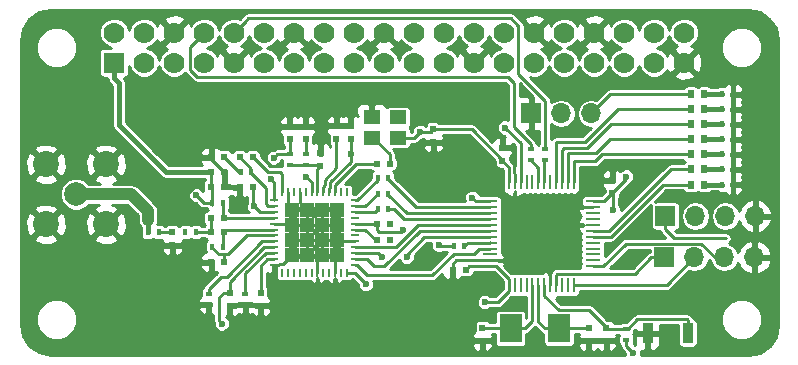
<source format=gtl>
G04 #@! TF.FileFunction,Copper,L1,Top,Signal*
%FSLAX46Y46*%
G04 Gerber Fmt 4.6, Leading zero omitted, Abs format (unit mm)*
G04 Created by KiCad (PCBNEW 4.0.6) date 05/18/17 14:09:23*
%MOMM*%
%LPD*%
G01*
G04 APERTURE LIST*
%ADD10C,0.100000*%
%ADD11C,0.600000*%
%ADD12R,0.500000X0.600000*%
%ADD13R,0.600000X0.500000*%
%ADD14R,0.600000X0.700000*%
%ADD15R,0.400000X0.600000*%
%ADD16R,1.700000X1.700000*%
%ADD17O,1.700000X1.700000*%
%ADD18C,2.200000*%
%ADD19C,2.000000*%
%ADD20R,1.778000X1.778000*%
%ADD21C,1.778000*%
%ADD22R,0.600000X0.400000*%
%ADD23R,0.900000X1.700000*%
%ADD24R,0.700000X0.250000*%
%ADD25R,0.250000X0.700000*%
%ADD26R,1.287500X1.287500*%
%ADD27R,0.250000X1.300000*%
%ADD28R,1.300000X0.250000*%
%ADD29R,1.400000X1.200000*%
%ADD30R,1.900000X2.400000*%
%ADD31C,0.250000*%
%ADD32C,0.400000*%
%ADD33C,1.000000*%
%ADD34C,0.254000*%
G04 APERTURE END LIST*
D10*
D11*
X191150000Y-118800000D03*
X197600000Y-127450000D03*
X202450000Y-127200000D03*
X202400000Y-123000000D03*
X197650000Y-123100000D03*
X184750000Y-120150000D03*
X170800000Y-123500000D03*
X165750000Y-125650000D03*
X165550000Y-124350000D03*
X168750000Y-123500000D03*
X167350000Y-121850000D03*
X202600000Y-112950000D03*
X196300000Y-112800000D03*
X181350000Y-116600000D03*
X176600000Y-116700000D03*
X165450000Y-120550000D03*
X166550000Y-121050000D03*
X165100000Y-123100000D03*
X167100000Y-126150000D03*
X168800000Y-127250000D03*
X167850000Y-122950000D03*
X169850000Y-123500000D03*
X170650000Y-126150000D03*
X179750000Y-130300000D03*
X190600000Y-127750000D03*
X208850000Y-119650000D03*
X212550000Y-129350000D03*
X207050000Y-127550000D03*
X207550000Y-124900000D03*
X199950000Y-125250000D03*
X182600000Y-126250000D03*
X180900000Y-126200000D03*
X179100000Y-126200000D03*
X182550000Y-124850000D03*
X180900000Y-124850000D03*
X179150000Y-124850000D03*
X182450000Y-123450000D03*
X180850000Y-123450000D03*
D12*
X168750000Y-124850000D03*
X168750000Y-125950000D03*
D13*
X172050000Y-121000000D03*
X173150000Y-121000000D03*
X172050000Y-119750000D03*
X173150000Y-119750000D03*
X173150000Y-123650000D03*
X172050000Y-123650000D03*
X173150000Y-124850000D03*
X172050000Y-124850000D03*
X173150000Y-127400000D03*
X172050000Y-127400000D03*
D12*
X173600000Y-130000000D03*
X173600000Y-131100000D03*
D13*
X173150000Y-118500000D03*
X172050000Y-118500000D03*
X175550000Y-121050000D03*
X174450000Y-121050000D03*
D12*
X176250000Y-130000000D03*
X176250000Y-131100000D03*
D13*
X175550000Y-118500000D03*
X174450000Y-118500000D03*
D12*
X178700000Y-117000000D03*
X178700000Y-115900000D03*
X180050000Y-117000000D03*
X180050000Y-115900000D03*
X181300000Y-119250000D03*
X181300000Y-118150000D03*
X182650000Y-115850000D03*
X182650000Y-116950000D03*
X205500000Y-132950000D03*
X205500000Y-134050000D03*
X183850000Y-116950000D03*
X183850000Y-115850000D03*
D13*
X187150000Y-119050000D03*
X186050000Y-119050000D03*
D12*
X190850000Y-116150000D03*
X190850000Y-117250000D03*
D13*
X187150000Y-125550000D03*
X186050000Y-125550000D03*
D12*
X195000000Y-134050000D03*
X195000000Y-132950000D03*
D13*
X187150000Y-124150000D03*
X186050000Y-124150000D03*
D12*
X204000000Y-134050000D03*
X204000000Y-132950000D03*
D13*
X193590000Y-128050000D03*
X192490000Y-128050000D03*
D12*
X206000000Y-121550000D03*
X206000000Y-120450000D03*
X196700000Y-118800000D03*
X196700000Y-117700000D03*
D14*
X213783000Y-113177700D03*
X212683000Y-113177700D03*
X213783000Y-114447700D03*
X212683000Y-114447700D03*
X213783000Y-115717700D03*
X212683000Y-115717700D03*
X213783000Y-116987700D03*
X212683000Y-116987700D03*
X213783000Y-118257700D03*
X212683000Y-118257700D03*
X213783000Y-120827700D03*
X212683000Y-120827700D03*
X213783000Y-119547700D03*
X212683000Y-119547700D03*
D15*
X166700000Y-124850000D03*
X167600000Y-124850000D03*
X169850000Y-124850000D03*
X170750000Y-124850000D03*
X173050000Y-122350000D03*
X172150000Y-122350000D03*
X172150000Y-126100000D03*
X173050000Y-126100000D03*
D16*
X199136000Y-114808000D03*
D17*
X201676000Y-114808000D03*
X204216000Y-114808000D03*
D16*
X210420000Y-127000000D03*
D17*
X212960000Y-127000000D03*
X215500000Y-127000000D03*
X218040000Y-127000000D03*
D18*
X158060000Y-124190000D03*
X158060000Y-119110000D03*
X163140000Y-119110000D03*
X163140000Y-124190000D03*
D19*
X160600000Y-121650000D03*
D16*
X210500000Y-123500000D03*
D17*
X213040000Y-123500000D03*
X215580000Y-123500000D03*
X218120000Y-123500000D03*
D20*
X163830000Y-110507121D03*
D21*
X163830000Y-107967121D03*
X166370000Y-110507121D03*
X166370000Y-107967121D03*
X168910000Y-110507121D03*
X168910000Y-107967121D03*
X171450000Y-110507121D03*
X171450000Y-107967121D03*
X173990000Y-110507121D03*
X173990000Y-107967121D03*
X176530000Y-110507121D03*
X176530000Y-107967121D03*
X179070000Y-110507121D03*
X179070000Y-107967121D03*
X181610000Y-110507121D03*
X181610000Y-107967121D03*
X184150000Y-110507121D03*
X184150000Y-107967121D03*
X186690000Y-110507121D03*
X186690000Y-107967121D03*
X189230000Y-110507121D03*
X189230000Y-107967121D03*
X191770000Y-110507121D03*
X191770000Y-107967121D03*
X194310000Y-110507121D03*
X194310000Y-107967121D03*
X196850000Y-110507121D03*
X196850000Y-107967121D03*
X199390000Y-110507121D03*
X199390000Y-107967121D03*
X201930000Y-110507121D03*
X201930000Y-107967121D03*
X204470000Y-110507121D03*
X204470000Y-107967121D03*
X207010000Y-110507121D03*
X207010000Y-107967121D03*
X209550000Y-110507121D03*
X209550000Y-107967121D03*
X212090000Y-110507121D03*
X212090000Y-107967121D03*
D15*
X193490000Y-126050000D03*
X192590000Y-126050000D03*
D22*
X171850000Y-130100000D03*
X171850000Y-131000000D03*
X199100000Y-118750000D03*
X199100000Y-117850000D03*
X200350000Y-118750000D03*
X200350000Y-117850000D03*
X174950000Y-130100000D03*
X174950000Y-131000000D03*
D15*
X175450000Y-119750000D03*
X174550000Y-119750000D03*
D22*
X178700000Y-119150000D03*
X178700000Y-118250000D03*
X180050000Y-119150000D03*
X180050000Y-118250000D03*
X207200000Y-133050000D03*
X207200000Y-133950000D03*
D15*
X187050000Y-120300000D03*
X186150000Y-120300000D03*
X187050000Y-121600000D03*
X186150000Y-121600000D03*
X187050000Y-122900000D03*
X186150000Y-122900000D03*
X216223000Y-113177700D03*
X215323000Y-113177700D03*
X216223000Y-114447700D03*
X215323000Y-114447700D03*
X216223000Y-115717700D03*
X215323000Y-115717700D03*
X216223000Y-116987700D03*
X215323000Y-116987700D03*
X216223000Y-118257700D03*
X215323000Y-118257700D03*
X216223000Y-120827700D03*
X215323000Y-120827700D03*
X216223000Y-119547700D03*
X215323000Y-119547700D03*
D23*
X212400000Y-133400000D03*
X209000000Y-133400000D03*
D24*
X177393750Y-122143750D03*
X177393750Y-122643750D03*
X177393750Y-123143750D03*
X177393750Y-123643750D03*
X177393750Y-124143750D03*
X177393750Y-124643750D03*
X177393750Y-125143750D03*
X177393750Y-125643750D03*
X177393750Y-126143750D03*
X177393750Y-126643750D03*
X177393750Y-127143750D03*
X177393750Y-127643750D03*
D25*
X178043750Y-128293750D03*
X178543750Y-128293750D03*
X179043750Y-128293750D03*
X179543750Y-128293750D03*
X180043750Y-128293750D03*
X180543750Y-128293750D03*
X181043750Y-128293750D03*
X181543750Y-128293750D03*
X182043750Y-128293750D03*
X182543750Y-128293750D03*
X183043750Y-128293750D03*
X183543750Y-128293750D03*
D24*
X184193750Y-127643750D03*
X184193750Y-127143750D03*
X184193750Y-126643750D03*
X184193750Y-126143750D03*
X184193750Y-125643750D03*
X184193750Y-125143750D03*
X184193750Y-124643750D03*
X184193750Y-124143750D03*
X184193750Y-123643750D03*
X184193750Y-123143750D03*
X184193750Y-122643750D03*
X184193750Y-122143750D03*
D25*
X183543750Y-121493750D03*
X183043750Y-121493750D03*
X182543750Y-121493750D03*
X182043750Y-121493750D03*
X181543750Y-121493750D03*
X181043750Y-121493750D03*
X180543750Y-121493750D03*
X180043750Y-121493750D03*
X179543750Y-121493750D03*
X179043750Y-121493750D03*
X178543750Y-121493750D03*
X178043750Y-121493750D03*
D26*
X182725000Y-126825000D03*
X182725000Y-125537500D03*
X182725000Y-124250000D03*
X182725000Y-122962500D03*
X181437500Y-126825000D03*
X181437500Y-125537500D03*
X181437500Y-124250000D03*
X181437500Y-122962500D03*
X180150000Y-126825000D03*
X180150000Y-125537500D03*
X180150000Y-124250000D03*
X180150000Y-122962500D03*
X178862500Y-126825000D03*
X178862500Y-125537500D03*
X178862500Y-124250000D03*
X178862500Y-122962500D03*
D27*
X197250000Y-129350000D03*
X197750000Y-129350000D03*
X198250000Y-129350000D03*
X198750000Y-129350000D03*
X199250000Y-129350000D03*
X199750000Y-129350000D03*
X200250000Y-129350000D03*
X200750000Y-129350000D03*
X201250000Y-129350000D03*
X201750000Y-129350000D03*
X202250000Y-129350000D03*
X202750000Y-129350000D03*
D28*
X204350000Y-127750000D03*
X204350000Y-127250000D03*
X204350000Y-126750000D03*
X204350000Y-126250000D03*
X204350000Y-125750000D03*
X204350000Y-125250000D03*
X204350000Y-124750000D03*
X204350000Y-124250000D03*
X204350000Y-123750000D03*
X204350000Y-123250000D03*
X204350000Y-122750000D03*
X204350000Y-122250000D03*
D27*
X202750000Y-120650000D03*
X202250000Y-120650000D03*
X201750000Y-120650000D03*
X201250000Y-120650000D03*
X200750000Y-120650000D03*
X200250000Y-120650000D03*
X199750000Y-120650000D03*
X199250000Y-120650000D03*
X198750000Y-120650000D03*
X198250000Y-120650000D03*
X197750000Y-120650000D03*
X197250000Y-120650000D03*
D28*
X195650000Y-122250000D03*
X195650000Y-122750000D03*
X195650000Y-123250000D03*
X195650000Y-123750000D03*
X195650000Y-124250000D03*
X195650000Y-124750000D03*
X195650000Y-125250000D03*
X195650000Y-125750000D03*
X195650000Y-126250000D03*
X195650000Y-126750000D03*
X195650000Y-127250000D03*
X195650000Y-127750000D03*
D29*
X187850000Y-115150000D03*
X185650000Y-115150000D03*
X185650000Y-116850000D03*
X187850000Y-116850000D03*
D30*
X197400000Y-133000000D03*
X201500000Y-133000000D03*
D11*
X179150000Y-123450000D03*
X207750000Y-135050000D03*
X172950000Y-132600000D03*
X175700000Y-122650000D03*
X170800000Y-121750000D03*
X183850000Y-118250000D03*
X180100000Y-120150000D03*
X195200000Y-130800000D03*
X207200000Y-120150000D03*
X206100000Y-123000000D03*
X189750000Y-116350000D03*
X185150000Y-129250000D03*
X188300000Y-124650000D03*
X191350000Y-125950000D03*
X196900000Y-116000000D03*
X194150000Y-121950000D03*
X186500000Y-127000000D03*
X188602648Y-126950000D03*
X177350000Y-118550000D03*
X177100000Y-120400000D03*
D31*
X172050000Y-118500000D02*
X172050000Y-118650000D01*
X172050000Y-118650000D02*
X173150000Y-119750000D01*
X181043750Y-128293750D02*
X181043750Y-127218750D01*
X181043750Y-127218750D02*
X181437500Y-126825000D01*
X197700010Y-117900010D02*
X197500000Y-117700000D01*
X197500000Y-117700000D02*
X196700000Y-117700000D01*
X197750000Y-120650000D02*
X197750000Y-119900000D01*
X197750000Y-119900000D02*
X197700010Y-119850010D01*
X197700010Y-119850010D02*
X197700010Y-117900010D01*
X204350000Y-122750000D02*
X203450000Y-122750000D01*
X204789998Y-120450000D02*
X205500000Y-120450000D01*
X203450000Y-122750000D02*
X203374999Y-122674999D01*
X203374999Y-122674999D02*
X203374999Y-121864999D01*
X203374999Y-121864999D02*
X204789998Y-120450000D01*
X205500000Y-120450000D02*
X206000000Y-120450000D01*
X195650000Y-127250000D02*
X199550000Y-127250000D01*
X200750000Y-128450000D02*
X200750000Y-129350000D01*
X199550000Y-127250000D02*
X200750000Y-128450000D01*
X195650000Y-127250000D02*
X192790000Y-127250000D01*
X192790000Y-127250000D02*
X192490000Y-127550000D01*
X192490000Y-127550000D02*
X192490000Y-128050000D01*
X177393750Y-127643750D02*
X177393750Y-130456250D01*
X177393750Y-130456250D02*
X176750000Y-131100000D01*
X176750000Y-131100000D02*
X176250000Y-131100000D01*
X184193750Y-125643750D02*
X182831250Y-125643750D01*
X182831250Y-125643750D02*
X182725000Y-125537500D01*
X182543750Y-128293750D02*
X182543750Y-127006250D01*
X182543750Y-127006250D02*
X182725000Y-126825000D01*
X178543750Y-121493750D02*
X178543750Y-122643750D01*
X178543750Y-122643750D02*
X178862500Y-122962500D01*
X179543750Y-121493750D02*
X179543750Y-122356250D01*
X179543750Y-122356250D02*
X180150000Y-122962500D01*
X177393750Y-127643750D02*
X177756250Y-127643750D01*
X177756250Y-127643750D02*
X177806249Y-127593751D01*
X177806249Y-127593751D02*
X178093749Y-127593751D01*
X178093749Y-127593751D02*
X178862500Y-126825000D01*
X177393750Y-124143750D02*
X178756250Y-124143750D01*
X178856250Y-124443750D02*
X178962500Y-124550000D01*
X173050000Y-122350000D02*
X173050000Y-123550000D01*
X173050000Y-123550000D02*
X173150000Y-123650000D01*
X177393750Y-123643750D02*
X173156250Y-123643750D01*
X173156250Y-123643750D02*
X173150000Y-123650000D01*
X207200000Y-133950000D02*
X207200000Y-134500000D01*
X207200000Y-134500000D02*
X207750000Y-135050000D01*
X172750000Y-131800000D02*
X172750000Y-132400000D01*
X172750000Y-132400000D02*
X172950000Y-132600000D01*
X172750000Y-130350000D02*
X172750000Y-131800000D01*
X173100000Y-130000000D02*
X172750000Y-130350000D01*
X173600000Y-130000000D02*
X173100000Y-130000000D01*
X175550000Y-121050000D02*
X175550000Y-122500000D01*
X175550000Y-122500000D02*
X175700000Y-122650000D01*
X177393750Y-123143750D02*
X176193750Y-123143750D01*
X176193750Y-123143750D02*
X175700000Y-122650000D01*
D32*
X168200000Y-119750000D02*
X164250000Y-115800000D01*
X164250000Y-115800000D02*
X164250000Y-112216121D01*
X172050000Y-119750000D02*
X168200000Y-119750000D01*
X164250000Y-112216121D02*
X163830000Y-111796121D01*
D31*
X177393750Y-123143750D02*
X176900000Y-123143750D01*
X172150000Y-122350000D02*
X171400000Y-122350000D01*
X171400000Y-122350000D02*
X170800000Y-121750000D01*
X183850000Y-118900000D02*
X183850000Y-118250000D01*
X183850000Y-118250000D02*
X183850000Y-117250000D01*
X180543750Y-121493750D02*
X180543750Y-120593750D01*
X180543750Y-120593750D02*
X180100000Y-120150000D01*
X195650000Y-127750000D02*
X193890000Y-127750000D01*
X193890000Y-127750000D02*
X193590000Y-128050000D01*
X197250000Y-129350000D02*
X197250000Y-129875000D01*
X197250000Y-129875000D02*
X196325000Y-130800000D01*
X196325000Y-130800000D02*
X195200000Y-130800000D01*
X190850000Y-116150000D02*
X194100000Y-116150000D01*
X194100000Y-116150000D02*
X196700000Y-118750000D01*
X196700000Y-118750000D02*
X196700000Y-118800000D01*
X182093740Y-120656260D02*
X183850000Y-118900000D01*
X182043750Y-121493750D02*
X182043750Y-121156250D01*
X182043750Y-121156250D02*
X182093740Y-121106260D01*
X182093740Y-121106260D02*
X182093740Y-120656260D01*
X189750000Y-116350000D02*
X190650000Y-116350000D01*
X190650000Y-116350000D02*
X190850000Y-116150000D01*
D32*
X163830000Y-110507121D02*
X163830000Y-111796121D01*
X171783879Y-119750000D02*
X172050000Y-119750000D01*
D31*
X172050000Y-121000000D02*
X172050000Y-119750000D01*
X172150000Y-122350000D02*
X172150000Y-121100000D01*
X172150000Y-121100000D02*
X172050000Y-121000000D01*
X172150000Y-122350000D02*
X172150000Y-122535002D01*
X177393750Y-126143750D02*
X176520930Y-126143750D01*
X173600000Y-129064680D02*
X173600000Y-129450000D01*
X176520930Y-126143750D02*
X173600000Y-129064680D01*
X173600000Y-129450000D02*
X173600000Y-130000000D01*
X173600000Y-129950000D02*
X173600000Y-130000000D01*
X207200000Y-120150000D02*
X207200000Y-120350000D01*
X207200000Y-120350000D02*
X206000000Y-121550000D01*
X206100000Y-123000000D02*
X206100000Y-121650000D01*
X206100000Y-121650000D02*
X206000000Y-121550000D01*
X195650000Y-127750000D02*
X196175000Y-127750000D01*
X196175000Y-127750000D02*
X197250000Y-128825000D01*
X197250000Y-128825000D02*
X197250000Y-129350000D01*
X187850000Y-116850000D02*
X189250000Y-116850000D01*
X189250000Y-116850000D02*
X189750000Y-116350000D01*
X183543750Y-128293750D02*
X184193750Y-128293750D01*
X184193750Y-128293750D02*
X185150000Y-129250000D01*
X186250000Y-124850000D02*
X188100000Y-124850000D01*
X188100000Y-124850000D02*
X188300000Y-124650000D01*
X186050000Y-124150000D02*
X186050000Y-124650000D01*
X186050000Y-124650000D02*
X186250000Y-124850000D01*
X184193750Y-124143750D02*
X186043750Y-124143750D01*
X186043750Y-124143750D02*
X186050000Y-124150000D01*
X210500000Y-123500000D02*
X210500000Y-124600000D01*
X210500000Y-124600000D02*
X211274989Y-125374989D01*
X211274989Y-125374989D02*
X215613991Y-125374989D01*
X210420000Y-127000000D02*
X209320000Y-127000000D01*
X209320000Y-127000000D02*
X207945001Y-128374999D01*
X207945001Y-128374999D02*
X201325001Y-128374999D01*
X201325001Y-128374999D02*
X201250000Y-128450000D01*
X201250000Y-128450000D02*
X201250000Y-129350000D01*
X212683000Y-113177700D02*
X205846300Y-113177700D01*
X205846300Y-113177700D02*
X204216000Y-114808000D01*
X204350000Y-122250000D02*
X205300000Y-122250000D01*
X205300000Y-122250000D02*
X206000000Y-121550000D01*
X197250000Y-120650000D02*
X197250000Y-119350000D01*
X197250000Y-119350000D02*
X196700000Y-118800000D01*
X174550000Y-119750000D02*
X174400000Y-119750000D01*
X174400000Y-119750000D02*
X173150000Y-118500000D01*
X177850000Y-119750000D02*
X176850000Y-119750000D01*
X176850000Y-119750000D02*
X175600000Y-118500000D01*
X175600000Y-118500000D02*
X175550000Y-118500000D01*
X178043750Y-119943750D02*
X177850000Y-119750000D01*
X178043750Y-121493750D02*
X178043750Y-119943750D01*
X212400000Y-133400000D02*
X212400000Y-132300000D01*
X208125001Y-132224999D02*
X207300000Y-133050000D01*
X212400000Y-132300000D02*
X212324999Y-132224999D01*
X212324999Y-132224999D02*
X208125001Y-132224999D01*
X207300000Y-133050000D02*
X207200000Y-133050000D01*
X200250000Y-129350000D02*
X200250000Y-130250000D01*
X200250000Y-130250000D02*
X201474999Y-131474999D01*
X201474999Y-131474999D02*
X204074999Y-131474999D01*
X204074999Y-131474999D02*
X205500000Y-132900000D01*
X205500000Y-132900000D02*
X205500000Y-132950000D01*
X207200000Y-133050000D02*
X205600000Y-133050000D01*
X205600000Y-133050000D02*
X205500000Y-132950000D01*
X185650000Y-116850000D02*
X185750000Y-116850000D01*
X185750000Y-116850000D02*
X187150000Y-118250000D01*
X187150000Y-118250000D02*
X187150000Y-118550000D01*
X187150000Y-118550000D02*
X187150000Y-119050000D01*
X186050000Y-119050000D02*
X184350000Y-119050000D01*
X184350000Y-119050000D02*
X182543750Y-120856250D01*
X182543750Y-121493750D02*
X182543750Y-120856250D01*
D32*
X213783000Y-113177700D02*
X215323000Y-113177700D01*
X213783000Y-114447700D02*
X215323000Y-114447700D01*
D31*
X201250000Y-117250000D02*
X203690000Y-117250000D01*
X203690000Y-117250000D02*
X206492300Y-114447700D01*
X201250000Y-120650000D02*
X201250000Y-117250000D01*
X212683000Y-114447700D02*
X206492300Y-114447700D01*
D32*
X213783000Y-115717700D02*
X215323000Y-115717700D01*
D31*
X205858710Y-115717700D02*
X203876400Y-117700010D01*
X203876400Y-117700010D02*
X201949990Y-117700010D01*
X201949990Y-117700010D02*
X201750000Y-117900000D01*
X201750000Y-117900000D02*
X201750000Y-119750000D01*
X201750000Y-119750000D02*
X201750000Y-120650000D01*
X205858710Y-115717700D02*
X212683000Y-115717700D01*
D32*
X213783000Y-116987700D02*
X215323000Y-116987700D01*
D31*
X202250000Y-120650000D02*
X202250000Y-118200000D01*
X202250000Y-118200000D02*
X202299980Y-118150020D01*
X202299980Y-118150020D02*
X204649980Y-118150020D01*
X205812300Y-116987700D02*
X212683000Y-116987700D01*
X204649980Y-118150020D02*
X205812300Y-116987700D01*
D32*
X213783000Y-118257700D02*
X215323000Y-118257700D01*
D31*
X212683000Y-118257700D02*
X205178710Y-118257700D01*
X205178710Y-118257700D02*
X204586410Y-118850000D01*
X204586410Y-118850000D02*
X202750000Y-118850000D01*
X202750000Y-120650000D02*
X202750000Y-118850000D01*
D32*
X213783000Y-120827700D02*
X215323000Y-120827700D01*
D31*
X205900000Y-125250000D02*
X210322300Y-120827700D01*
X210322300Y-120827700D02*
X212683000Y-120827700D01*
X205050000Y-125250000D02*
X204350000Y-125250000D01*
X205210002Y-125250000D02*
X205050000Y-125250000D01*
X205050000Y-125250000D02*
X205900000Y-125250000D01*
D32*
X213783000Y-119547700D02*
X215323000Y-119547700D01*
D31*
X204350000Y-124750000D02*
X205763590Y-124750000D01*
X212133000Y-119547700D02*
X212683000Y-119547700D01*
X205763590Y-124750000D02*
X210965890Y-119547700D01*
X210965890Y-119547700D02*
X212133000Y-119547700D01*
D32*
X166700000Y-123800000D02*
X166700000Y-124850000D01*
D33*
X166700000Y-123069998D02*
X166700000Y-123800000D01*
X160600000Y-121650000D02*
X165280002Y-121650000D01*
X165280002Y-121650000D02*
X166700000Y-123069998D01*
D31*
X192590000Y-126050000D02*
X191450000Y-126050000D01*
X191450000Y-126050000D02*
X191350000Y-125950000D01*
X198250000Y-119350000D02*
X198250000Y-117350000D01*
X198250000Y-117350000D02*
X196900000Y-116000000D01*
X198250000Y-120650000D02*
X198250000Y-119350000D01*
X195650000Y-122250000D02*
X194450000Y-122250000D01*
X194450000Y-122250000D02*
X194150000Y-121950000D01*
X200250000Y-120650000D02*
X200250000Y-118850000D01*
X200250000Y-118850000D02*
X200350000Y-118750000D01*
X199750000Y-120650000D02*
X199750000Y-119400000D01*
X199750000Y-119400000D02*
X199100000Y-118750000D01*
X202750000Y-129350000D02*
X210610000Y-129350000D01*
X210610000Y-129350000D02*
X212960000Y-127000000D01*
X215500000Y-127000000D02*
X214699002Y-127000000D01*
X214699002Y-127000000D02*
X213524001Y-125824999D01*
X213524001Y-125824999D02*
X207175001Y-125824999D01*
X207175001Y-125824999D02*
X205250000Y-127750000D01*
X205250000Y-127750000D02*
X204350000Y-127750000D01*
X177393750Y-126643750D02*
X176657340Y-126643750D01*
X176657340Y-126643750D02*
X174950000Y-128351090D01*
X174950000Y-128351090D02*
X174950000Y-129650000D01*
X174950000Y-129650000D02*
X174950000Y-130100000D01*
X193490000Y-126050000D02*
X193790000Y-125750000D01*
X193790000Y-125750000D02*
X195650000Y-125750000D01*
X195630000Y-125730000D02*
X195650000Y-125750000D01*
X189400000Y-122750000D02*
X195650000Y-122750000D01*
X189400000Y-122750000D02*
X187050000Y-120400000D01*
X187050000Y-120400000D02*
X187050000Y-120300000D01*
X184193750Y-123143750D02*
X185906250Y-123143750D01*
X185906250Y-123143750D02*
X186150000Y-122900000D01*
X188600000Y-123250000D02*
X195650000Y-123250000D01*
X188600000Y-123250000D02*
X187050000Y-121700000D01*
X187050000Y-121700000D02*
X187050000Y-121600000D01*
X188350000Y-123750000D02*
X191550000Y-123750000D01*
X191550000Y-123750000D02*
X195650000Y-123750000D01*
X187050000Y-122900000D02*
X187500000Y-122900000D01*
X187500000Y-122900000D02*
X188350000Y-123750000D01*
X194750000Y-123750000D02*
X195650000Y-123750000D01*
X185275000Y-128500000D02*
X190775002Y-128500000D01*
X190775002Y-128500000D02*
X192600001Y-126675001D01*
X192600001Y-126675001D02*
X194324999Y-126675001D01*
X184418750Y-127643750D02*
X185275000Y-128500000D01*
X194324999Y-126675001D02*
X194750000Y-126250000D01*
X194750000Y-126250000D02*
X195650000Y-126250000D01*
X184193750Y-127643750D02*
X184418750Y-127643750D01*
X195650000Y-124750000D02*
X189721412Y-124750000D01*
X189721412Y-124750000D02*
X186721412Y-127750000D01*
X186721412Y-127750000D02*
X185850000Y-127750000D01*
X185850000Y-127750000D02*
X185243750Y-127143750D01*
X185243750Y-127143750D02*
X184793750Y-127143750D01*
X184793750Y-127143750D02*
X184193750Y-127143750D01*
X188602648Y-126950000D02*
X188602648Y-126752648D01*
X188602648Y-126752648D02*
X190105296Y-125250000D01*
X190105296Y-125250000D02*
X194350000Y-125250000D01*
X194350000Y-125250000D02*
X195650000Y-125250000D01*
X184193750Y-126643750D02*
X186143750Y-126643750D01*
X186143750Y-126643750D02*
X186500000Y-127000000D01*
X186375000Y-126875000D02*
X186500000Y-127000000D01*
X184193750Y-126143750D02*
X187691252Y-126143750D01*
X187691252Y-126143750D02*
X189585002Y-124250000D01*
X189585002Y-124250000D02*
X195650000Y-124250000D01*
X171450000Y-107967121D02*
X170235999Y-109181122D01*
X170235999Y-109181122D02*
X170235999Y-111089842D01*
X197650000Y-112200000D02*
X197650000Y-115950000D01*
X170235999Y-111089842D02*
X170867279Y-111721122D01*
X170867279Y-111721122D02*
X197171122Y-111721122D01*
X197171122Y-111721122D02*
X197650000Y-112200000D01*
X197650000Y-115950000D02*
X199100000Y-117400000D01*
X199100000Y-117400000D02*
X199100000Y-117850000D01*
X200350000Y-117850000D02*
X200350000Y-113736998D01*
X200350000Y-113736998D02*
X198064001Y-111450999D01*
X198064001Y-111450999D02*
X198064001Y-107384400D01*
X198064001Y-107384400D02*
X197432721Y-106753120D01*
X197432721Y-106753120D02*
X175204001Y-106753120D01*
X175204001Y-106753120D02*
X174878999Y-107078122D01*
X174878999Y-107078122D02*
X173990000Y-107967121D01*
X167600000Y-124850000D02*
X168750000Y-124850000D01*
X172050000Y-123650000D02*
X172050000Y-124850000D01*
X170750000Y-124850000D02*
X172050000Y-124850000D01*
X177393750Y-124643750D02*
X173356250Y-124643750D01*
X173356250Y-124643750D02*
X173150000Y-124850000D01*
X173050000Y-126100000D02*
X173050000Y-124950000D01*
X173050000Y-124950000D02*
X173150000Y-124850000D01*
X173510001Y-126725001D02*
X173150000Y-126725001D01*
X173150000Y-126725001D02*
X172675001Y-126725001D01*
X173150000Y-127400000D02*
X173150000Y-126900000D01*
X173150000Y-126900000D02*
X173150000Y-126725001D01*
X177393750Y-125143750D02*
X175091252Y-125143750D01*
X175091252Y-125143750D02*
X173510001Y-126725001D01*
X172675001Y-126725001D02*
X172150000Y-126200000D01*
X172150000Y-126200000D02*
X172150000Y-126100000D01*
X176250000Y-130000000D02*
X176250000Y-127687500D01*
X176250000Y-127687500D02*
X176793750Y-127143750D01*
X176793750Y-127143750D02*
X177393750Y-127143750D01*
X175450000Y-119750000D02*
X175450000Y-119850000D01*
X175450000Y-119850000D02*
X176718749Y-121118749D01*
X176718749Y-121118749D02*
X176718749Y-122518749D01*
X176718749Y-122518749D02*
X176843750Y-122643750D01*
X175450000Y-119750000D02*
X175450000Y-119500000D01*
X175450000Y-119500000D02*
X174450000Y-118500000D01*
X177393750Y-122643750D02*
X176843750Y-122643750D01*
X178700000Y-118250000D02*
X177650000Y-118250000D01*
X177650000Y-118250000D02*
X177350000Y-118550000D01*
X178700000Y-117000000D02*
X178700000Y-118250000D01*
X177393750Y-122143750D02*
X177393750Y-120693750D01*
X177393750Y-120693750D02*
X177100000Y-120400000D01*
X180050000Y-117000000D02*
X180050000Y-118250000D01*
X180050000Y-119150000D02*
X178700000Y-119150000D01*
X180050000Y-119150000D02*
X181200000Y-119150000D01*
X181200000Y-119150000D02*
X181300000Y-119250000D01*
X181043750Y-121493750D02*
X181043750Y-119506250D01*
X181043750Y-119506250D02*
X181300000Y-119250000D01*
X182650000Y-117500000D02*
X182650000Y-117250000D01*
X182650000Y-119400000D02*
X182650000Y-117500000D01*
X182650000Y-117500000D02*
X182650000Y-116950000D01*
X181643730Y-120406270D02*
X182650000Y-119400000D01*
X181543750Y-121493750D02*
X181543750Y-121006250D01*
X181543750Y-121006250D02*
X181643730Y-120906270D01*
X181643730Y-120906270D02*
X181643730Y-120406270D01*
X184193750Y-124643750D02*
X185093750Y-124643750D01*
X185093750Y-124643750D02*
X186000000Y-125550000D01*
X186000000Y-125550000D02*
X186050000Y-125550000D01*
X197400000Y-133000000D02*
X195050000Y-133000000D01*
X195050000Y-133000000D02*
X195000000Y-132950000D01*
X199250000Y-129350000D02*
X199250000Y-132350000D01*
X199250000Y-132350000D02*
X198600000Y-133000000D01*
X198600000Y-133000000D02*
X197400000Y-133000000D01*
X197400000Y-133000000D02*
X197400000Y-132060002D01*
X201500000Y-133000000D02*
X203950000Y-133000000D01*
X203950000Y-133000000D02*
X204000000Y-132950000D01*
X199750000Y-129350000D02*
X199750000Y-132450000D01*
X199750000Y-132450000D02*
X200300000Y-133000000D01*
X200300000Y-133000000D02*
X201500000Y-133000000D01*
X201500000Y-133000000D02*
X201500000Y-132750000D01*
X172860865Y-128639135D02*
X171850000Y-129650000D01*
X171850000Y-129650000D02*
X171850000Y-130100000D01*
X177393750Y-125643750D02*
X176384520Y-125643750D01*
X176384520Y-125643750D02*
X173389135Y-128639135D01*
X173389135Y-128639135D02*
X172860865Y-128639135D01*
X184193750Y-122143750D02*
X184418750Y-122143750D01*
X184418750Y-122143750D02*
X186150000Y-120412500D01*
X186150000Y-120412500D02*
X186150000Y-120300000D01*
X184193750Y-122643750D02*
X185106250Y-122643750D01*
X185106250Y-122643750D02*
X186150000Y-121600000D01*
D34*
G36*
X218500994Y-106254098D02*
X219307207Y-106792793D01*
X219848057Y-107602231D01*
X220044000Y-108509351D01*
X220044000Y-132750000D01*
X220044506Y-132752544D01*
X219849708Y-133731860D01*
X219321852Y-134521852D01*
X218530246Y-135050787D01*
X217598856Y-135244000D01*
X208406821Y-135244000D01*
X208430882Y-135186054D01*
X208431118Y-134915135D01*
X208417629Y-134882489D01*
X208423691Y-134885000D01*
X208714250Y-134885000D01*
X208873000Y-134726250D01*
X208873000Y-133527000D01*
X209127000Y-133527000D01*
X209127000Y-134726250D01*
X209285750Y-134885000D01*
X209576309Y-134885000D01*
X209809698Y-134788327D01*
X209988327Y-134609699D01*
X210085000Y-134376310D01*
X210085000Y-133685750D01*
X209926250Y-133527000D01*
X209127000Y-133527000D01*
X208873000Y-133527000D01*
X208073750Y-133527000D01*
X207915000Y-133685750D01*
X207915000Y-134376310D01*
X207917415Y-134382140D01*
X207886054Y-134369118D01*
X207811452Y-134369053D01*
X207857859Y-134301134D01*
X207888464Y-134150000D01*
X207888464Y-133750000D01*
X207861897Y-133608810D01*
X207791117Y-133498814D01*
X207857859Y-133401134D01*
X207888464Y-133250000D01*
X207888464Y-133177128D01*
X207933171Y-133132421D01*
X208073750Y-133273000D01*
X208873000Y-133273000D01*
X208873000Y-133253000D01*
X209127000Y-133253000D01*
X209127000Y-133273000D01*
X209926250Y-133273000D01*
X210085000Y-133114250D01*
X210085000Y-132730999D01*
X211561536Y-132730999D01*
X211561536Y-134250000D01*
X211588103Y-134391190D01*
X211671546Y-134520865D01*
X211798866Y-134607859D01*
X211950000Y-134638464D01*
X212850000Y-134638464D01*
X212991190Y-134611897D01*
X213120865Y-134528454D01*
X213207859Y-134401134D01*
X213238464Y-134250000D01*
X213238464Y-132586948D01*
X215203736Y-132586948D01*
X215470377Y-133232269D01*
X215963675Y-133726428D01*
X216608529Y-133994195D01*
X217306767Y-133994805D01*
X217952088Y-133728164D01*
X218446247Y-133234866D01*
X218714014Y-132590012D01*
X218714624Y-131891774D01*
X218447983Y-131246453D01*
X217954685Y-130752294D01*
X217309831Y-130484527D01*
X216611593Y-130483917D01*
X215966272Y-130750558D01*
X215472113Y-131243856D01*
X215204346Y-131888710D01*
X215203736Y-132586948D01*
X213238464Y-132586948D01*
X213238464Y-132550000D01*
X213211897Y-132408810D01*
X213128454Y-132279135D01*
X213001134Y-132192141D01*
X212879652Y-132167541D01*
X212867483Y-132106362D01*
X212757796Y-131942204D01*
X212682795Y-131867203D01*
X212518637Y-131757516D01*
X212324999Y-131718999D01*
X208125001Y-131718999D01*
X207931363Y-131757516D01*
X207818700Y-131832795D01*
X207767205Y-131867203D01*
X207172872Y-132461536D01*
X206900000Y-132461536D01*
X206758810Y-132488103D01*
X206671943Y-132544000D01*
X206118519Y-132544000D01*
X206111897Y-132508810D01*
X206028454Y-132379135D01*
X205901134Y-132292141D01*
X205750000Y-132261536D01*
X205577128Y-132261536D01*
X204432795Y-131117203D01*
X204268637Y-131007516D01*
X204074999Y-130968999D01*
X201684591Y-130968999D01*
X201244309Y-130528717D01*
X201386777Y-130386248D01*
X201504588Y-130364080D01*
X201625000Y-130388464D01*
X201875000Y-130388464D01*
X202004588Y-130364080D01*
X202125000Y-130388464D01*
X202375000Y-130388464D01*
X202504588Y-130364080D01*
X202625000Y-130388464D01*
X202875000Y-130388464D01*
X203016190Y-130361897D01*
X203145865Y-130278454D01*
X203232859Y-130151134D01*
X203263464Y-130000000D01*
X203263464Y-129856000D01*
X210610000Y-129856000D01*
X210803638Y-129817483D01*
X210967796Y-129707796D01*
X212509988Y-128165604D01*
X212960000Y-128255117D01*
X213431083Y-128161413D01*
X213830448Y-127894565D01*
X214097296Y-127495200D01*
X214160560Y-127177150D01*
X214333924Y-127350514D01*
X214362704Y-127495200D01*
X214629552Y-127894565D01*
X215028917Y-128161413D01*
X215500000Y-128255117D01*
X215971083Y-128161413D01*
X216370448Y-127894565D01*
X216637296Y-127495200D01*
X216645083Y-127456053D01*
X216844817Y-127881358D01*
X217273076Y-128271645D01*
X217683110Y-128441476D01*
X217913000Y-128320155D01*
X217913000Y-127127000D01*
X218167000Y-127127000D01*
X218167000Y-128320155D01*
X218396890Y-128441476D01*
X218806924Y-128271645D01*
X219235183Y-127881358D01*
X219481486Y-127356892D01*
X219360819Y-127127000D01*
X218167000Y-127127000D01*
X217913000Y-127127000D01*
X217893000Y-127127000D01*
X217893000Y-126873000D01*
X217913000Y-126873000D01*
X217913000Y-125679845D01*
X218167000Y-125679845D01*
X218167000Y-126873000D01*
X219360819Y-126873000D01*
X219481486Y-126643108D01*
X219235183Y-126118642D01*
X218806924Y-125728355D01*
X218396890Y-125558524D01*
X218167000Y-125679845D01*
X217913000Y-125679845D01*
X217683110Y-125558524D01*
X217273076Y-125728355D01*
X216844817Y-126118642D01*
X216645083Y-126543947D01*
X216637296Y-126504800D01*
X216370448Y-126105435D01*
X215971083Y-125838587D01*
X215849606Y-125814424D01*
X215971787Y-125732785D01*
X216081474Y-125568627D01*
X216119991Y-125374989D01*
X216081474Y-125181351D01*
X215971787Y-125017193D01*
X215807629Y-124907506D01*
X215613991Y-124868989D01*
X211484581Y-124868989D01*
X211353414Y-124737822D01*
X211491190Y-124711897D01*
X211620865Y-124628454D01*
X211707859Y-124501134D01*
X211738464Y-124350000D01*
X211738464Y-123475883D01*
X211809000Y-123475883D01*
X211809000Y-123524117D01*
X211902704Y-123995200D01*
X212169552Y-124394565D01*
X212568917Y-124661413D01*
X213040000Y-124755117D01*
X213511083Y-124661413D01*
X213910448Y-124394565D01*
X214177296Y-123995200D01*
X214271000Y-123524117D01*
X214271000Y-123475883D01*
X214349000Y-123475883D01*
X214349000Y-123524117D01*
X214442704Y-123995200D01*
X214709552Y-124394565D01*
X215108917Y-124661413D01*
X215580000Y-124755117D01*
X216051083Y-124661413D01*
X216450448Y-124394565D01*
X216717296Y-123995200D01*
X216725083Y-123956053D01*
X216924817Y-124381358D01*
X217353076Y-124771645D01*
X217763110Y-124941476D01*
X217993000Y-124820155D01*
X217993000Y-123627000D01*
X218247000Y-123627000D01*
X218247000Y-124820155D01*
X218476890Y-124941476D01*
X218886924Y-124771645D01*
X219315183Y-124381358D01*
X219561486Y-123856892D01*
X219440819Y-123627000D01*
X218247000Y-123627000D01*
X217993000Y-123627000D01*
X217973000Y-123627000D01*
X217973000Y-123373000D01*
X217993000Y-123373000D01*
X217993000Y-122179845D01*
X218247000Y-122179845D01*
X218247000Y-123373000D01*
X219440819Y-123373000D01*
X219561486Y-123143108D01*
X219315183Y-122618642D01*
X218886924Y-122228355D01*
X218476890Y-122058524D01*
X218247000Y-122179845D01*
X217993000Y-122179845D01*
X217763110Y-122058524D01*
X217353076Y-122228355D01*
X216924817Y-122618642D01*
X216725083Y-123043947D01*
X216717296Y-123004800D01*
X216450448Y-122605435D01*
X216051083Y-122338587D01*
X215580000Y-122244883D01*
X215108917Y-122338587D01*
X214709552Y-122605435D01*
X214442704Y-123004800D01*
X214349000Y-123475883D01*
X214271000Y-123475883D01*
X214177296Y-123004800D01*
X213910448Y-122605435D01*
X213511083Y-122338587D01*
X213040000Y-122244883D01*
X212568917Y-122338587D01*
X212169552Y-122605435D01*
X211902704Y-123004800D01*
X211809000Y-123475883D01*
X211738464Y-123475883D01*
X211738464Y-122650000D01*
X211711897Y-122508810D01*
X211628454Y-122379135D01*
X211501134Y-122292141D01*
X211350000Y-122261536D01*
X209650000Y-122261536D01*
X209593407Y-122272185D01*
X210531892Y-121333700D01*
X212030633Y-121333700D01*
X212104546Y-121448565D01*
X212231866Y-121535559D01*
X212383000Y-121566164D01*
X212983000Y-121566164D01*
X213124190Y-121539597D01*
X213234186Y-121468817D01*
X213331866Y-121535559D01*
X213483000Y-121566164D01*
X214083000Y-121566164D01*
X214224190Y-121539597D01*
X214353865Y-121456154D01*
X214386289Y-121408700D01*
X214859379Y-121408700D01*
X214971866Y-121485559D01*
X215123000Y-121516164D01*
X215513438Y-121516164D01*
X215663302Y-121666027D01*
X215896691Y-121762700D01*
X215964250Y-121762700D01*
X216123000Y-121603950D01*
X216123000Y-120954700D01*
X216323000Y-120954700D01*
X216323000Y-121603950D01*
X216481750Y-121762700D01*
X216549309Y-121762700D01*
X216782698Y-121666027D01*
X216961327Y-121487399D01*
X217058000Y-121254010D01*
X217058000Y-121113450D01*
X216899250Y-120954700D01*
X216323000Y-120954700D01*
X216123000Y-120954700D01*
X216076000Y-120954700D01*
X216076000Y-120700700D01*
X216123000Y-120700700D01*
X216123000Y-119674700D01*
X216323000Y-119674700D01*
X216323000Y-120700700D01*
X216899250Y-120700700D01*
X217058000Y-120541950D01*
X217058000Y-120401390D01*
X216969487Y-120187700D01*
X217058000Y-119974010D01*
X217058000Y-119833450D01*
X216899250Y-119674700D01*
X216323000Y-119674700D01*
X216123000Y-119674700D01*
X216076000Y-119674700D01*
X216076000Y-119420700D01*
X216123000Y-119420700D01*
X216123000Y-118384700D01*
X216323000Y-118384700D01*
X216323000Y-119420700D01*
X216899250Y-119420700D01*
X217058000Y-119261950D01*
X217058000Y-119121390D01*
X216967416Y-118902700D01*
X217058000Y-118684010D01*
X217058000Y-118543450D01*
X216899250Y-118384700D01*
X216323000Y-118384700D01*
X216123000Y-118384700D01*
X216076000Y-118384700D01*
X216076000Y-118130700D01*
X216123000Y-118130700D01*
X216123000Y-117114700D01*
X216323000Y-117114700D01*
X216323000Y-118130700D01*
X216899250Y-118130700D01*
X217058000Y-117971950D01*
X217058000Y-117831390D01*
X216971558Y-117622700D01*
X217058000Y-117414010D01*
X217058000Y-117273450D01*
X216899250Y-117114700D01*
X216323000Y-117114700D01*
X216123000Y-117114700D01*
X216076000Y-117114700D01*
X216076000Y-116860700D01*
X216123000Y-116860700D01*
X216123000Y-115844700D01*
X216323000Y-115844700D01*
X216323000Y-116860700D01*
X216899250Y-116860700D01*
X217058000Y-116701950D01*
X217058000Y-116561390D01*
X216971558Y-116352700D01*
X217058000Y-116144010D01*
X217058000Y-116003450D01*
X216899250Y-115844700D01*
X216323000Y-115844700D01*
X216123000Y-115844700D01*
X216076000Y-115844700D01*
X216076000Y-115590700D01*
X216123000Y-115590700D01*
X216123000Y-114574700D01*
X216323000Y-114574700D01*
X216323000Y-115590700D01*
X216899250Y-115590700D01*
X217058000Y-115431950D01*
X217058000Y-115291390D01*
X216971558Y-115082700D01*
X217058000Y-114874010D01*
X217058000Y-114733450D01*
X216899250Y-114574700D01*
X216323000Y-114574700D01*
X216123000Y-114574700D01*
X216076000Y-114574700D01*
X216076000Y-114320700D01*
X216123000Y-114320700D01*
X216123000Y-113304700D01*
X216323000Y-113304700D01*
X216323000Y-114320700D01*
X216899250Y-114320700D01*
X217058000Y-114161950D01*
X217058000Y-114021390D01*
X216971558Y-113812700D01*
X217058000Y-113604010D01*
X217058000Y-113463450D01*
X216899250Y-113304700D01*
X216323000Y-113304700D01*
X216123000Y-113304700D01*
X216076000Y-113304700D01*
X216076000Y-113050700D01*
X216123000Y-113050700D01*
X216123000Y-112401450D01*
X216323000Y-112401450D01*
X216323000Y-113050700D01*
X216899250Y-113050700D01*
X217058000Y-112891950D01*
X217058000Y-112751390D01*
X216961327Y-112518001D01*
X216782698Y-112339373D01*
X216549309Y-112242700D01*
X216481750Y-112242700D01*
X216323000Y-112401450D01*
X216123000Y-112401450D01*
X215964250Y-112242700D01*
X215896691Y-112242700D01*
X215663302Y-112339373D01*
X215513438Y-112489236D01*
X215123000Y-112489236D01*
X214981810Y-112515803D01*
X214856092Y-112596700D01*
X214387106Y-112596700D01*
X214361454Y-112556835D01*
X214234134Y-112469841D01*
X214083000Y-112439236D01*
X213483000Y-112439236D01*
X213341810Y-112465803D01*
X213231814Y-112536583D01*
X213134134Y-112469841D01*
X212983000Y-112439236D01*
X212383000Y-112439236D01*
X212241810Y-112465803D01*
X212112135Y-112549246D01*
X212028466Y-112671700D01*
X205846300Y-112671700D01*
X205652662Y-112710217D01*
X205488504Y-112819904D01*
X204666012Y-113642396D01*
X204216000Y-113552883D01*
X203744917Y-113646587D01*
X203345552Y-113913435D01*
X203078704Y-114312800D01*
X202985000Y-114783883D01*
X202985000Y-114832117D01*
X203078704Y-115303200D01*
X203345552Y-115702565D01*
X203744917Y-115969413D01*
X204170368Y-116054040D01*
X203480408Y-116744000D01*
X201250000Y-116744000D01*
X201056362Y-116782517D01*
X200892204Y-116892204D01*
X200856000Y-116946387D01*
X200856000Y-115736273D01*
X201204917Y-115969413D01*
X201676000Y-116063117D01*
X202147083Y-115969413D01*
X202546448Y-115702565D01*
X202813296Y-115303200D01*
X202907000Y-114832117D01*
X202907000Y-114783883D01*
X202813296Y-114312800D01*
X202546448Y-113913435D01*
X202147083Y-113646587D01*
X201676000Y-113552883D01*
X201204917Y-113646587D01*
X200856000Y-113879727D01*
X200856000Y-113736998D01*
X200817483Y-113543360D01*
X200707796Y-113379202D01*
X199083638Y-111755044D01*
X199136273Y-111776900D01*
X199641510Y-111777341D01*
X200108458Y-111584403D01*
X200466026Y-111227458D01*
X200659779Y-110760848D01*
X200659781Y-110758633D01*
X200852718Y-111225579D01*
X201209663Y-111583147D01*
X201676273Y-111776900D01*
X202181510Y-111777341D01*
X202648458Y-111584403D01*
X203006026Y-111227458D01*
X203199779Y-110760848D01*
X203199781Y-110758633D01*
X203392718Y-111225579D01*
X203749663Y-111583147D01*
X204216273Y-111776900D01*
X204721510Y-111777341D01*
X205188458Y-111584403D01*
X205546026Y-111227458D01*
X205739779Y-110760848D01*
X205739781Y-110758633D01*
X205932718Y-111225579D01*
X206289663Y-111583147D01*
X206756273Y-111776900D01*
X207261510Y-111777341D01*
X207728458Y-111584403D01*
X208086026Y-111227458D01*
X208279779Y-110760848D01*
X208279781Y-110758633D01*
X208472718Y-111225579D01*
X208829663Y-111583147D01*
X209296273Y-111776900D01*
X209801510Y-111777341D01*
X210268458Y-111584403D01*
X210273552Y-111579317D01*
X211197409Y-111579317D01*
X211282467Y-111834660D01*
X211851965Y-112042637D01*
X212457700Y-112016844D01*
X212897533Y-111834660D01*
X212982591Y-111579317D01*
X212090000Y-110686726D01*
X211197409Y-111579317D01*
X210273552Y-111579317D01*
X210626026Y-111227458D01*
X210676247Y-111106513D01*
X210762461Y-111314654D01*
X211017804Y-111399712D01*
X211910395Y-110507121D01*
X212269605Y-110507121D01*
X213162196Y-111399712D01*
X213417539Y-111314654D01*
X213625516Y-110745156D01*
X213599723Y-110139421D01*
X213417539Y-109699588D01*
X213162196Y-109614530D01*
X212269605Y-110507121D01*
X211910395Y-110507121D01*
X211017804Y-109614530D01*
X210762461Y-109699588D01*
X210681771Y-109920538D01*
X210627282Y-109788663D01*
X210270337Y-109431095D01*
X209803727Y-109237342D01*
X209801512Y-109237340D01*
X210268458Y-109044403D01*
X210626026Y-108687458D01*
X210819779Y-108220848D01*
X210819781Y-108218633D01*
X211012718Y-108685579D01*
X211369663Y-109043147D01*
X211490608Y-109093368D01*
X211282467Y-109179582D01*
X211197409Y-109434925D01*
X212090000Y-110327516D01*
X212832808Y-109584708D01*
X215203736Y-109584708D01*
X215470377Y-110230029D01*
X215963675Y-110724188D01*
X216608529Y-110991955D01*
X217306767Y-110992565D01*
X217952088Y-110725924D01*
X218446247Y-110232626D01*
X218714014Y-109587772D01*
X218714624Y-108889534D01*
X218447983Y-108244213D01*
X217954685Y-107750054D01*
X217309831Y-107482287D01*
X216611593Y-107481677D01*
X215966272Y-107748318D01*
X215472113Y-108241616D01*
X215204346Y-108886470D01*
X215203736Y-109584708D01*
X212832808Y-109584708D01*
X212982591Y-109434925D01*
X212897533Y-109179582D01*
X212676583Y-109098892D01*
X212808458Y-109044403D01*
X213166026Y-108687458D01*
X213359779Y-108220848D01*
X213360220Y-107715611D01*
X213167282Y-107248663D01*
X212810337Y-106891095D01*
X212343727Y-106697342D01*
X211838490Y-106696901D01*
X211371542Y-106889839D01*
X211013974Y-107246784D01*
X210820221Y-107713394D01*
X210820219Y-107715609D01*
X210627282Y-107248663D01*
X210270337Y-106891095D01*
X209803727Y-106697342D01*
X209298490Y-106696901D01*
X208831542Y-106889839D01*
X208473974Y-107246784D01*
X208280221Y-107713394D01*
X208280219Y-107715609D01*
X208087282Y-107248663D01*
X207730337Y-106891095D01*
X207263727Y-106697342D01*
X206758490Y-106696901D01*
X206291542Y-106889839D01*
X205933974Y-107246784D01*
X205883753Y-107367729D01*
X205797539Y-107159588D01*
X205542196Y-107074530D01*
X204649605Y-107967121D01*
X205542196Y-108859712D01*
X205797539Y-108774654D01*
X205878229Y-108553704D01*
X205932718Y-108685579D01*
X206289663Y-109043147D01*
X206756273Y-109236900D01*
X206758488Y-109236902D01*
X206291542Y-109429839D01*
X205933974Y-109786784D01*
X205740221Y-110253394D01*
X205740219Y-110255609D01*
X205547282Y-109788663D01*
X205190337Y-109431095D01*
X205069392Y-109380874D01*
X205277533Y-109294660D01*
X205362591Y-109039317D01*
X204470000Y-108146726D01*
X203577409Y-109039317D01*
X203662467Y-109294660D01*
X203883417Y-109375350D01*
X203751542Y-109429839D01*
X203393974Y-109786784D01*
X203200221Y-110253394D01*
X203200219Y-110255609D01*
X203007282Y-109788663D01*
X202650337Y-109431095D01*
X202183727Y-109237342D01*
X202181512Y-109237340D01*
X202648458Y-109044403D01*
X203006026Y-108687458D01*
X203056247Y-108566513D01*
X203142461Y-108774654D01*
X203397804Y-108859712D01*
X204290395Y-107967121D01*
X203397804Y-107074530D01*
X203142461Y-107159588D01*
X203061771Y-107380538D01*
X203007282Y-107248663D01*
X202654161Y-106894925D01*
X203577409Y-106894925D01*
X204470000Y-107787516D01*
X205362591Y-106894925D01*
X205277533Y-106639582D01*
X204708035Y-106431605D01*
X204102300Y-106457398D01*
X203662467Y-106639582D01*
X203577409Y-106894925D01*
X202654161Y-106894925D01*
X202650337Y-106891095D01*
X202183727Y-106697342D01*
X201678490Y-106696901D01*
X201211542Y-106889839D01*
X200853974Y-107246784D01*
X200803753Y-107367729D01*
X200717539Y-107159588D01*
X200462196Y-107074530D01*
X199569605Y-107967121D01*
X200462196Y-108859712D01*
X200717539Y-108774654D01*
X200798229Y-108553704D01*
X200852718Y-108685579D01*
X201209663Y-109043147D01*
X201676273Y-109236900D01*
X201678488Y-109236902D01*
X201211542Y-109429839D01*
X200853974Y-109786784D01*
X200660221Y-110253394D01*
X200660219Y-110255609D01*
X200467282Y-109788663D01*
X200110337Y-109431095D01*
X199989392Y-109380874D01*
X200197533Y-109294660D01*
X200282591Y-109039317D01*
X199390000Y-108146726D01*
X199375858Y-108160869D01*
X199196253Y-107981264D01*
X199210395Y-107967121D01*
X198555681Y-107312407D01*
X198531484Y-107190762D01*
X198421797Y-107026604D01*
X198290118Y-106894925D01*
X198497409Y-106894925D01*
X199390000Y-107787516D01*
X200282591Y-106894925D01*
X200197533Y-106639582D01*
X199628035Y-106431605D01*
X199022300Y-106457398D01*
X198582467Y-106639582D01*
X198497409Y-106894925D01*
X198290118Y-106894925D01*
X197790517Y-106395324D01*
X197626359Y-106285637D01*
X197432721Y-106247120D01*
X175204001Y-106247120D01*
X175010363Y-106285637D01*
X174846205Y-106395324D01*
X174456031Y-106785498D01*
X174243727Y-106697342D01*
X173738490Y-106696901D01*
X173271542Y-106889839D01*
X172913974Y-107246784D01*
X172720221Y-107713394D01*
X172720219Y-107715609D01*
X172527282Y-107248663D01*
X172170337Y-106891095D01*
X171703727Y-106697342D01*
X171198490Y-106696901D01*
X170731542Y-106889839D01*
X170373974Y-107246784D01*
X170323753Y-107367729D01*
X170237539Y-107159588D01*
X169982196Y-107074530D01*
X169089605Y-107967121D01*
X169103748Y-107981264D01*
X168924143Y-108160869D01*
X168910000Y-108146726D01*
X168017409Y-109039317D01*
X168102467Y-109294660D01*
X168323417Y-109375350D01*
X168191542Y-109429839D01*
X167833974Y-109786784D01*
X167640221Y-110253394D01*
X167640219Y-110255609D01*
X167447282Y-109788663D01*
X167090337Y-109431095D01*
X166623727Y-109237342D01*
X166621512Y-109237340D01*
X167088458Y-109044403D01*
X167446026Y-108687458D01*
X167496247Y-108566513D01*
X167582461Y-108774654D01*
X167837804Y-108859712D01*
X168730395Y-107967121D01*
X167837804Y-107074530D01*
X167582461Y-107159588D01*
X167501771Y-107380538D01*
X167447282Y-107248663D01*
X167094161Y-106894925D01*
X168017409Y-106894925D01*
X168910000Y-107787516D01*
X169802591Y-106894925D01*
X169717533Y-106639582D01*
X169148035Y-106431605D01*
X168542300Y-106457398D01*
X168102467Y-106639582D01*
X168017409Y-106894925D01*
X167094161Y-106894925D01*
X167090337Y-106891095D01*
X166623727Y-106697342D01*
X166118490Y-106696901D01*
X165651542Y-106889839D01*
X165293974Y-107246784D01*
X165100221Y-107713394D01*
X165100219Y-107715609D01*
X164907282Y-107248663D01*
X164550337Y-106891095D01*
X164083727Y-106697342D01*
X163578490Y-106696901D01*
X163111542Y-106889839D01*
X162753974Y-107246784D01*
X162560221Y-107713394D01*
X162559780Y-108218631D01*
X162752718Y-108685579D01*
X163109663Y-109043147D01*
X163558830Y-109229657D01*
X162941000Y-109229657D01*
X162799810Y-109256224D01*
X162670135Y-109339667D01*
X162583141Y-109466987D01*
X162552536Y-109618121D01*
X162552536Y-111396121D01*
X162579103Y-111537311D01*
X162662546Y-111666986D01*
X162789866Y-111753980D01*
X162941000Y-111784585D01*
X163249000Y-111784585D01*
X163249000Y-111796121D01*
X163293226Y-112018460D01*
X163419171Y-112206950D01*
X163669000Y-112456779D01*
X163669000Y-115800000D01*
X163713226Y-116022339D01*
X163839171Y-116210829D01*
X167789171Y-120160829D01*
X167977661Y-120286774D01*
X168200000Y-120331000D01*
X171544000Y-120331000D01*
X171544000Y-120429807D01*
X171479135Y-120471546D01*
X171392141Y-120598866D01*
X171361536Y-120750000D01*
X171361536Y-121250000D01*
X171387699Y-121389041D01*
X171377661Y-121364748D01*
X171186259Y-121173013D01*
X170936054Y-121069118D01*
X170665135Y-121068882D01*
X170414748Y-121172339D01*
X170223013Y-121363741D01*
X170119118Y-121613946D01*
X170118882Y-121884865D01*
X170222339Y-122135252D01*
X170413741Y-122326987D01*
X170663946Y-122430882D01*
X170765378Y-122430970D01*
X171042204Y-122707796D01*
X171206362Y-122817483D01*
X171400000Y-122856000D01*
X171629807Y-122856000D01*
X171671546Y-122920865D01*
X171798866Y-123007859D01*
X171817024Y-123011536D01*
X171750000Y-123011536D01*
X171608810Y-123038103D01*
X171479135Y-123121546D01*
X171392141Y-123248866D01*
X171361536Y-123400000D01*
X171361536Y-123900000D01*
X171388103Y-124041190D01*
X171471546Y-124170865D01*
X171544000Y-124220371D01*
X171544000Y-124279807D01*
X171479135Y-124321546D01*
X171463793Y-124344000D01*
X171270193Y-124344000D01*
X171228454Y-124279135D01*
X171101134Y-124192141D01*
X170950000Y-124161536D01*
X170550000Y-124161536D01*
X170408810Y-124188103D01*
X170298814Y-124258883D01*
X170201134Y-124192141D01*
X170050000Y-124161536D01*
X169650000Y-124161536D01*
X169508810Y-124188103D01*
X169379135Y-124271546D01*
X169324770Y-124351112D01*
X169278454Y-124279135D01*
X169151134Y-124192141D01*
X169000000Y-124161536D01*
X168500000Y-124161536D01*
X168358810Y-124188103D01*
X168229135Y-124271546D01*
X168179629Y-124344000D01*
X168120193Y-124344000D01*
X168078454Y-124279135D01*
X167951134Y-124192141D01*
X167800000Y-124161536D01*
X167497640Y-124161536D01*
X167513938Y-124137144D01*
X167581000Y-123800000D01*
X167581000Y-123069998D01*
X167557153Y-122950112D01*
X167513938Y-122732853D01*
X167322961Y-122447037D01*
X165902963Y-121027039D01*
X165617146Y-120836062D01*
X165280002Y-120769000D01*
X163695567Y-120769000D01*
X164074359Y-120612099D01*
X164185263Y-120334868D01*
X163140000Y-119289605D01*
X162094737Y-120334868D01*
X162205641Y-120612099D01*
X162622337Y-120769000D01*
X161671862Y-120769000D01*
X161383295Y-120479928D01*
X160875903Y-120269241D01*
X160326507Y-120268761D01*
X159818749Y-120478563D01*
X159429928Y-120866705D01*
X159219241Y-121374097D01*
X159218761Y-121923493D01*
X159428563Y-122431251D01*
X159816705Y-122820072D01*
X160324097Y-123030759D01*
X160873493Y-123031239D01*
X161381251Y-122821437D01*
X161672196Y-122531000D01*
X162584433Y-122531000D01*
X162205641Y-122687901D01*
X162094737Y-122965132D01*
X163140000Y-124010395D01*
X164185263Y-122965132D01*
X164074359Y-122687901D01*
X163657663Y-122531000D01*
X164915080Y-122531000D01*
X165819000Y-123434920D01*
X165819000Y-123800000D01*
X165886062Y-124137144D01*
X166077039Y-124422961D01*
X166119000Y-124450998D01*
X166119000Y-124513141D01*
X166111536Y-124550000D01*
X166111536Y-125150000D01*
X166138103Y-125291190D01*
X166221546Y-125420865D01*
X166348866Y-125507859D01*
X166500000Y-125538464D01*
X166900000Y-125538464D01*
X167041190Y-125511897D01*
X167151186Y-125441117D01*
X167248866Y-125507859D01*
X167400000Y-125538464D01*
X167800000Y-125538464D01*
X167865000Y-125526233D01*
X167865000Y-125664250D01*
X168023750Y-125823000D01*
X168625000Y-125823000D01*
X168625000Y-125803000D01*
X168875000Y-125803000D01*
X168875000Y-125823000D01*
X169476250Y-125823000D01*
X169635000Y-125664250D01*
X169635000Y-125535426D01*
X169650000Y-125538464D01*
X170050000Y-125538464D01*
X170191190Y-125511897D01*
X170301186Y-125441117D01*
X170398866Y-125507859D01*
X170550000Y-125538464D01*
X170950000Y-125538464D01*
X171091190Y-125511897D01*
X171220865Y-125428454D01*
X171270371Y-125356000D01*
X171461981Y-125356000D01*
X171471546Y-125370865D01*
X171598866Y-125457859D01*
X171735203Y-125485468D01*
X171679135Y-125521546D01*
X171592141Y-125648866D01*
X171561536Y-125800000D01*
X171561536Y-126400000D01*
X171586104Y-126530569D01*
X171390302Y-126611673D01*
X171211673Y-126790301D01*
X171115000Y-127023690D01*
X171115000Y-127116250D01*
X171273750Y-127275000D01*
X171923000Y-127275000D01*
X171923000Y-127253000D01*
X172177000Y-127253000D01*
X172177000Y-127275000D01*
X172197000Y-127275000D01*
X172197000Y-127525000D01*
X172177000Y-127525000D01*
X172177000Y-128126250D01*
X172335750Y-128285000D01*
X172476309Y-128285000D01*
X172532299Y-128261808D01*
X172503069Y-128281339D01*
X171492204Y-129292204D01*
X171382517Y-129456362D01*
X171360012Y-129569504D01*
X171279135Y-129621546D01*
X171192141Y-129748866D01*
X171161536Y-129900000D01*
X171161536Y-130290438D01*
X171011673Y-130440302D01*
X170915000Y-130673691D01*
X170915000Y-130741250D01*
X171073750Y-130900000D01*
X171723000Y-130900000D01*
X171723000Y-130853000D01*
X171977000Y-130853000D01*
X171977000Y-130900000D01*
X171997000Y-130900000D01*
X171997000Y-131100000D01*
X171977000Y-131100000D01*
X171977000Y-131676250D01*
X172135750Y-131835000D01*
X172244000Y-131835000D01*
X172244000Y-132400000D01*
X172269064Y-132526005D01*
X172268882Y-132734865D01*
X172372339Y-132985252D01*
X172563741Y-133176987D01*
X172813946Y-133280882D01*
X173084865Y-133281118D01*
X173335252Y-133177661D01*
X173526987Y-132986259D01*
X173630882Y-132736054D01*
X173631118Y-132465135D01*
X173527661Y-132214748D01*
X173336259Y-132023013D01*
X173330591Y-132020659D01*
X173475000Y-131876250D01*
X173475000Y-131227000D01*
X173725000Y-131227000D01*
X173725000Y-131876250D01*
X173883750Y-132035000D01*
X173976310Y-132035000D01*
X174209699Y-131938327D01*
X174374727Y-131773298D01*
X174523690Y-131835000D01*
X174664250Y-131835000D01*
X174823000Y-131676250D01*
X174823000Y-131100000D01*
X175077000Y-131100000D01*
X175077000Y-131676250D01*
X175235750Y-131835000D01*
X175376310Y-131835000D01*
X175489917Y-131787942D01*
X175640301Y-131938327D01*
X175873690Y-132035000D01*
X175966250Y-132035000D01*
X176125000Y-131876250D01*
X176125000Y-131227000D01*
X176375000Y-131227000D01*
X176375000Y-131876250D01*
X176533750Y-132035000D01*
X176626310Y-132035000D01*
X176859699Y-131938327D01*
X177038327Y-131759698D01*
X177135000Y-131526309D01*
X177135000Y-131385750D01*
X176976250Y-131227000D01*
X176375000Y-131227000D01*
X176125000Y-131227000D01*
X175853250Y-131227000D01*
X175726250Y-131100000D01*
X175077000Y-131100000D01*
X174823000Y-131100000D01*
X174173750Y-131100000D01*
X174046750Y-131227000D01*
X173725000Y-131227000D01*
X173475000Y-131227000D01*
X173453000Y-131227000D01*
X173453000Y-130973000D01*
X173475000Y-130973000D01*
X173475000Y-130953000D01*
X173725000Y-130953000D01*
X173725000Y-130973000D01*
X174326250Y-130973000D01*
X174399250Y-130900000D01*
X174823000Y-130900000D01*
X174823000Y-130853000D01*
X175077000Y-130853000D01*
X175077000Y-130900000D01*
X175450750Y-130900000D01*
X175523750Y-130973000D01*
X176125000Y-130973000D01*
X176125000Y-130953000D01*
X176375000Y-130953000D01*
X176375000Y-130973000D01*
X176976250Y-130973000D01*
X177135000Y-130814250D01*
X177135000Y-130673691D01*
X177038327Y-130440302D01*
X176888464Y-130290438D01*
X176888464Y-129700000D01*
X176861897Y-129558810D01*
X176778454Y-129429135D01*
X176756000Y-129413793D01*
X176756000Y-128336879D01*
X176917441Y-128403750D01*
X177108000Y-128403750D01*
X177266750Y-128245000D01*
X177266750Y-127706250D01*
X177246750Y-127706250D01*
X177246750Y-127657214D01*
X177540750Y-127657214D01*
X177540750Y-127706250D01*
X177520750Y-127706250D01*
X177520750Y-128245000D01*
X177530286Y-128254536D01*
X177530286Y-128643750D01*
X177556853Y-128784940D01*
X177640296Y-128914615D01*
X177767616Y-129001609D01*
X177918750Y-129032214D01*
X178168750Y-129032214D01*
X178298338Y-129007830D01*
X178418750Y-129032214D01*
X178668750Y-129032214D01*
X178798338Y-129007830D01*
X178918750Y-129032214D01*
X179168750Y-129032214D01*
X179298338Y-129007830D01*
X179418750Y-129032214D01*
X179668750Y-129032214D01*
X179798338Y-129007830D01*
X179918750Y-129032214D01*
X180168750Y-129032214D01*
X180298338Y-129007830D01*
X180406761Y-129029786D01*
X180559051Y-129182077D01*
X180792440Y-129278750D01*
X180822500Y-129278750D01*
X180981250Y-129120000D01*
X180981250Y-128861269D01*
X181026609Y-128794884D01*
X181043256Y-128712678D01*
X181056853Y-128784940D01*
X181106250Y-128861706D01*
X181106250Y-129120000D01*
X181265000Y-129278750D01*
X181295060Y-129278750D01*
X181528449Y-129182077D01*
X181680527Y-129029998D01*
X181798338Y-129007830D01*
X181906761Y-129029786D01*
X182059051Y-129182077D01*
X182292440Y-129278750D01*
X182322500Y-129278750D01*
X182481250Y-129120000D01*
X182481250Y-128861269D01*
X182526609Y-128794884D01*
X182543256Y-128712678D01*
X182556853Y-128784940D01*
X182606250Y-128861706D01*
X182606250Y-129120000D01*
X182765000Y-129278750D01*
X182795060Y-129278750D01*
X183028449Y-129182077D01*
X183180527Y-129029998D01*
X183298338Y-129007830D01*
X183418750Y-129032214D01*
X183668750Y-129032214D01*
X183809940Y-129005647D01*
X183939615Y-128922204D01*
X184007402Y-128822994D01*
X184468969Y-129284561D01*
X184468882Y-129384865D01*
X184572339Y-129635252D01*
X184763741Y-129826987D01*
X185013946Y-129930882D01*
X185284865Y-129931118D01*
X185535252Y-129827661D01*
X185726987Y-129636259D01*
X185830882Y-129386054D01*
X185831118Y-129115135D01*
X185786025Y-129006000D01*
X190775002Y-129006000D01*
X190968640Y-128967483D01*
X191132798Y-128857796D01*
X191557719Y-128432875D01*
X191651673Y-128659699D01*
X191830302Y-128838327D01*
X192063691Y-128935000D01*
X192204250Y-128935000D01*
X192363000Y-128776250D01*
X192363000Y-128175000D01*
X192343000Y-128175000D01*
X192343000Y-127925000D01*
X192363000Y-127925000D01*
X192363000Y-127903000D01*
X192617000Y-127903000D01*
X192617000Y-127925000D01*
X192637000Y-127925000D01*
X192637000Y-128175000D01*
X192617000Y-128175000D01*
X192617000Y-128776250D01*
X192775750Y-128935000D01*
X192916309Y-128935000D01*
X193149698Y-128838327D01*
X193299562Y-128688464D01*
X193890000Y-128688464D01*
X194031190Y-128661897D01*
X194160865Y-128578454D01*
X194247859Y-128451134D01*
X194278464Y-128300000D01*
X194278464Y-128256000D01*
X194963141Y-128256000D01*
X195000000Y-128263464D01*
X195972872Y-128263464D01*
X196736536Y-129027128D01*
X196736536Y-129672872D01*
X196115408Y-130294000D01*
X195657123Y-130294000D01*
X195586259Y-130223013D01*
X195336054Y-130119118D01*
X195065135Y-130118882D01*
X194814748Y-130222339D01*
X194623013Y-130413741D01*
X194519118Y-130663946D01*
X194518882Y-130934865D01*
X194622339Y-131185252D01*
X194813741Y-131376987D01*
X195063946Y-131480882D01*
X195334865Y-131481118D01*
X195585252Y-131377661D01*
X195657038Y-131306000D01*
X196325000Y-131306000D01*
X196518638Y-131267483D01*
X196682796Y-131157796D01*
X197470005Y-130370587D01*
X197504588Y-130364080D01*
X197625000Y-130388464D01*
X197875000Y-130388464D01*
X198004588Y-130364080D01*
X198125000Y-130388464D01*
X198375000Y-130388464D01*
X198504588Y-130364080D01*
X198625000Y-130388464D01*
X198744000Y-130388464D01*
X198744000Y-132140408D01*
X198738464Y-132145944D01*
X198738464Y-131800000D01*
X198711897Y-131658810D01*
X198628454Y-131529135D01*
X198501134Y-131442141D01*
X198350000Y-131411536D01*
X196450000Y-131411536D01*
X196308810Y-131438103D01*
X196179135Y-131521546D01*
X196092141Y-131648866D01*
X196061536Y-131800000D01*
X196061536Y-132494000D01*
X195602367Y-132494000D01*
X195528454Y-132379135D01*
X195401134Y-132292141D01*
X195250000Y-132261536D01*
X194750000Y-132261536D01*
X194608810Y-132288103D01*
X194479135Y-132371546D01*
X194392141Y-132498866D01*
X194361536Y-132650000D01*
X194361536Y-133240438D01*
X194211673Y-133390302D01*
X194115000Y-133623691D01*
X194115000Y-133764250D01*
X194273750Y-133923000D01*
X194875000Y-133923000D01*
X194875000Y-133903000D01*
X195125000Y-133903000D01*
X195125000Y-133923000D01*
X195726250Y-133923000D01*
X195885000Y-133764250D01*
X195885000Y-133623691D01*
X195836251Y-133506000D01*
X196061536Y-133506000D01*
X196061536Y-134200000D01*
X196088103Y-134341190D01*
X196171546Y-134470865D01*
X196298866Y-134557859D01*
X196450000Y-134588464D01*
X198350000Y-134588464D01*
X198491190Y-134561897D01*
X198620865Y-134478454D01*
X198707859Y-134351134D01*
X198738464Y-134200000D01*
X198738464Y-133478458D01*
X198793638Y-133467483D01*
X198957796Y-133357796D01*
X199450000Y-132865592D01*
X199942204Y-133357796D01*
X200106362Y-133467483D01*
X200161536Y-133478458D01*
X200161536Y-134200000D01*
X200188103Y-134341190D01*
X200271546Y-134470865D01*
X200398866Y-134557859D01*
X200550000Y-134588464D01*
X202450000Y-134588464D01*
X202591190Y-134561897D01*
X202720865Y-134478454D01*
X202807859Y-134351134D01*
X202810974Y-134335750D01*
X203115000Y-134335750D01*
X203115000Y-134476309D01*
X203211673Y-134709698D01*
X203390301Y-134888327D01*
X203623690Y-134985000D01*
X203716250Y-134985000D01*
X203875000Y-134826250D01*
X203875000Y-134177000D01*
X204125000Y-134177000D01*
X204125000Y-134826250D01*
X204283750Y-134985000D01*
X204376310Y-134985000D01*
X204609699Y-134888327D01*
X204750000Y-134748025D01*
X204890301Y-134888327D01*
X205123690Y-134985000D01*
X205216250Y-134985000D01*
X205375000Y-134826250D01*
X205375000Y-134177000D01*
X205625000Y-134177000D01*
X205625000Y-134826250D01*
X205783750Y-134985000D01*
X205876310Y-134985000D01*
X206109699Y-134888327D01*
X206288327Y-134709698D01*
X206385000Y-134476309D01*
X206385000Y-134335750D01*
X206226250Y-134177000D01*
X205625000Y-134177000D01*
X205375000Y-134177000D01*
X204773750Y-134177000D01*
X204750000Y-134200750D01*
X204726250Y-134177000D01*
X204125000Y-134177000D01*
X203875000Y-134177000D01*
X203273750Y-134177000D01*
X203115000Y-134335750D01*
X202810974Y-134335750D01*
X202838464Y-134200000D01*
X202838464Y-133506000D01*
X203163749Y-133506000D01*
X203115000Y-133623691D01*
X203115000Y-133764250D01*
X203273750Y-133923000D01*
X203875000Y-133923000D01*
X203875000Y-133903000D01*
X204125000Y-133903000D01*
X204125000Y-133923000D01*
X204726250Y-133923000D01*
X204750000Y-133899250D01*
X204773750Y-133923000D01*
X205375000Y-133923000D01*
X205375000Y-133903000D01*
X205625000Y-133903000D01*
X205625000Y-133923000D01*
X206226250Y-133923000D01*
X206385000Y-133764250D01*
X206385000Y-133623691D01*
X206356961Y-133556000D01*
X206571430Y-133556000D01*
X206542141Y-133598866D01*
X206511536Y-133750000D01*
X206511536Y-134150000D01*
X206538103Y-134291190D01*
X206621546Y-134420865D01*
X206694000Y-134470371D01*
X206694000Y-134500000D01*
X206732517Y-134693638D01*
X206842204Y-134857796D01*
X207068969Y-135084561D01*
X207068882Y-135184865D01*
X207093316Y-135244000D01*
X158500000Y-135244000D01*
X158497456Y-135244506D01*
X157479872Y-135042096D01*
X156657438Y-134492562D01*
X156552660Y-134335750D01*
X194115000Y-134335750D01*
X194115000Y-134476309D01*
X194211673Y-134709698D01*
X194390301Y-134888327D01*
X194623690Y-134985000D01*
X194716250Y-134985000D01*
X194875000Y-134826250D01*
X194875000Y-134177000D01*
X195125000Y-134177000D01*
X195125000Y-134826250D01*
X195283750Y-134985000D01*
X195376310Y-134985000D01*
X195609699Y-134888327D01*
X195788327Y-134709698D01*
X195885000Y-134476309D01*
X195885000Y-134335750D01*
X195726250Y-134177000D01*
X195125000Y-134177000D01*
X194875000Y-134177000D01*
X194273750Y-134177000D01*
X194115000Y-134335750D01*
X156552660Y-134335750D01*
X156105714Y-133666850D01*
X155906000Y-132743495D01*
X155906000Y-132586948D01*
X157202836Y-132586948D01*
X157469477Y-133232269D01*
X157962775Y-133726428D01*
X158607629Y-133994195D01*
X159305867Y-133994805D01*
X159951188Y-133728164D01*
X160445347Y-133234866D01*
X160713114Y-132590012D01*
X160713724Y-131891774D01*
X160452165Y-131258750D01*
X170915000Y-131258750D01*
X170915000Y-131326309D01*
X171011673Y-131559698D01*
X171190301Y-131738327D01*
X171423690Y-131835000D01*
X171564250Y-131835000D01*
X171723000Y-131676250D01*
X171723000Y-131100000D01*
X171073750Y-131100000D01*
X170915000Y-131258750D01*
X160452165Y-131258750D01*
X160447083Y-131246453D01*
X159953785Y-130752294D01*
X159308931Y-130484527D01*
X158610693Y-130483917D01*
X157965372Y-130750558D01*
X157471213Y-131243856D01*
X157203446Y-131888710D01*
X157202836Y-132586948D01*
X155906000Y-132586948D01*
X155906000Y-127683750D01*
X171115000Y-127683750D01*
X171115000Y-127776310D01*
X171211673Y-128009699D01*
X171390302Y-128188327D01*
X171623691Y-128285000D01*
X171764250Y-128285000D01*
X171923000Y-128126250D01*
X171923000Y-127525000D01*
X171273750Y-127525000D01*
X171115000Y-127683750D01*
X155906000Y-127683750D01*
X155906000Y-126235750D01*
X167865000Y-126235750D01*
X167865000Y-126376309D01*
X167961673Y-126609698D01*
X168140301Y-126788327D01*
X168373690Y-126885000D01*
X168466250Y-126885000D01*
X168625000Y-126726250D01*
X168625000Y-126077000D01*
X168875000Y-126077000D01*
X168875000Y-126726250D01*
X169033750Y-126885000D01*
X169126310Y-126885000D01*
X169359699Y-126788327D01*
X169538327Y-126609698D01*
X169635000Y-126376309D01*
X169635000Y-126235750D01*
X169476250Y-126077000D01*
X168875000Y-126077000D01*
X168625000Y-126077000D01*
X168023750Y-126077000D01*
X167865000Y-126235750D01*
X155906000Y-126235750D01*
X155906000Y-125414868D01*
X157014737Y-125414868D01*
X157125641Y-125692099D01*
X157771593Y-125935323D01*
X158461453Y-125912836D01*
X158994359Y-125692099D01*
X159105263Y-125414868D01*
X162094737Y-125414868D01*
X162205641Y-125692099D01*
X162851593Y-125935323D01*
X163541453Y-125912836D01*
X164074359Y-125692099D01*
X164185263Y-125414868D01*
X163140000Y-124369605D01*
X162094737Y-125414868D01*
X159105263Y-125414868D01*
X158060000Y-124369605D01*
X157014737Y-125414868D01*
X155906000Y-125414868D01*
X155906000Y-123901593D01*
X156314677Y-123901593D01*
X156337164Y-124591453D01*
X156557901Y-125124359D01*
X156835132Y-125235263D01*
X157880395Y-124190000D01*
X158239605Y-124190000D01*
X159284868Y-125235263D01*
X159562099Y-125124359D01*
X159805323Y-124478407D01*
X159786521Y-123901593D01*
X161394677Y-123901593D01*
X161417164Y-124591453D01*
X161637901Y-125124359D01*
X161915132Y-125235263D01*
X162960395Y-124190000D01*
X163319605Y-124190000D01*
X164364868Y-125235263D01*
X164642099Y-125124359D01*
X164885323Y-124478407D01*
X164862836Y-123788547D01*
X164642099Y-123255641D01*
X164364868Y-123144737D01*
X163319605Y-124190000D01*
X162960395Y-124190000D01*
X161915132Y-123144737D01*
X161637901Y-123255641D01*
X161394677Y-123901593D01*
X159786521Y-123901593D01*
X159782836Y-123788547D01*
X159562099Y-123255641D01*
X159284868Y-123144737D01*
X158239605Y-124190000D01*
X157880395Y-124190000D01*
X156835132Y-123144737D01*
X156557901Y-123255641D01*
X156314677Y-123901593D01*
X155906000Y-123901593D01*
X155906000Y-122965132D01*
X157014737Y-122965132D01*
X158060000Y-124010395D01*
X159105263Y-122965132D01*
X158994359Y-122687901D01*
X158348407Y-122444677D01*
X157658547Y-122467164D01*
X157125641Y-122687901D01*
X157014737Y-122965132D01*
X155906000Y-122965132D01*
X155906000Y-120334868D01*
X157014737Y-120334868D01*
X157125641Y-120612099D01*
X157771593Y-120855323D01*
X158461453Y-120832836D01*
X158994359Y-120612099D01*
X159105263Y-120334868D01*
X158060000Y-119289605D01*
X157014737Y-120334868D01*
X155906000Y-120334868D01*
X155906000Y-118821593D01*
X156314677Y-118821593D01*
X156337164Y-119511453D01*
X156557901Y-120044359D01*
X156835132Y-120155263D01*
X157880395Y-119110000D01*
X158239605Y-119110000D01*
X159284868Y-120155263D01*
X159562099Y-120044359D01*
X159805323Y-119398407D01*
X159786521Y-118821593D01*
X161394677Y-118821593D01*
X161417164Y-119511453D01*
X161637901Y-120044359D01*
X161915132Y-120155263D01*
X162960395Y-119110000D01*
X163319605Y-119110000D01*
X164364868Y-120155263D01*
X164642099Y-120044359D01*
X164885323Y-119398407D01*
X164862836Y-118708547D01*
X164642099Y-118175641D01*
X164364868Y-118064737D01*
X163319605Y-119110000D01*
X162960395Y-119110000D01*
X161915132Y-118064737D01*
X161637901Y-118175641D01*
X161394677Y-118821593D01*
X159786521Y-118821593D01*
X159782836Y-118708547D01*
X159562099Y-118175641D01*
X159284868Y-118064737D01*
X158239605Y-119110000D01*
X157880395Y-119110000D01*
X156835132Y-118064737D01*
X156557901Y-118175641D01*
X156314677Y-118821593D01*
X155906000Y-118821593D01*
X155906000Y-117885132D01*
X157014737Y-117885132D01*
X158060000Y-118930395D01*
X159105263Y-117885132D01*
X162094737Y-117885132D01*
X163140000Y-118930395D01*
X164185263Y-117885132D01*
X164074359Y-117607901D01*
X163428407Y-117364677D01*
X162738547Y-117387164D01*
X162205641Y-117607901D01*
X162094737Y-117885132D01*
X159105263Y-117885132D01*
X158994359Y-117607901D01*
X158348407Y-117364677D01*
X157658547Y-117387164D01*
X157125641Y-117607901D01*
X157014737Y-117885132D01*
X155906000Y-117885132D01*
X155906000Y-109584708D01*
X157202836Y-109584708D01*
X157469477Y-110230029D01*
X157962775Y-110724188D01*
X158607629Y-110991955D01*
X159305867Y-110992565D01*
X159951188Y-110725924D01*
X160445347Y-110232626D01*
X160713114Y-109587772D01*
X160713724Y-108889534D01*
X160447083Y-108244213D01*
X159953785Y-107750054D01*
X159308931Y-107482287D01*
X158610693Y-107481677D01*
X157965372Y-107748318D01*
X157471213Y-108241616D01*
X157203446Y-108886470D01*
X157202836Y-109584708D01*
X155906000Y-109584708D01*
X155906000Y-108644459D01*
X156107897Y-107629455D01*
X156657431Y-106807021D01*
X157481507Y-106256390D01*
X158446830Y-106056000D01*
X217505089Y-106056000D01*
X218500994Y-106254098D01*
X218500994Y-106254098D01*
G37*
X218500994Y-106254098D02*
X219307207Y-106792793D01*
X219848057Y-107602231D01*
X220044000Y-108509351D01*
X220044000Y-132750000D01*
X220044506Y-132752544D01*
X219849708Y-133731860D01*
X219321852Y-134521852D01*
X218530246Y-135050787D01*
X217598856Y-135244000D01*
X208406821Y-135244000D01*
X208430882Y-135186054D01*
X208431118Y-134915135D01*
X208417629Y-134882489D01*
X208423691Y-134885000D01*
X208714250Y-134885000D01*
X208873000Y-134726250D01*
X208873000Y-133527000D01*
X209127000Y-133527000D01*
X209127000Y-134726250D01*
X209285750Y-134885000D01*
X209576309Y-134885000D01*
X209809698Y-134788327D01*
X209988327Y-134609699D01*
X210085000Y-134376310D01*
X210085000Y-133685750D01*
X209926250Y-133527000D01*
X209127000Y-133527000D01*
X208873000Y-133527000D01*
X208073750Y-133527000D01*
X207915000Y-133685750D01*
X207915000Y-134376310D01*
X207917415Y-134382140D01*
X207886054Y-134369118D01*
X207811452Y-134369053D01*
X207857859Y-134301134D01*
X207888464Y-134150000D01*
X207888464Y-133750000D01*
X207861897Y-133608810D01*
X207791117Y-133498814D01*
X207857859Y-133401134D01*
X207888464Y-133250000D01*
X207888464Y-133177128D01*
X207933171Y-133132421D01*
X208073750Y-133273000D01*
X208873000Y-133273000D01*
X208873000Y-133253000D01*
X209127000Y-133253000D01*
X209127000Y-133273000D01*
X209926250Y-133273000D01*
X210085000Y-133114250D01*
X210085000Y-132730999D01*
X211561536Y-132730999D01*
X211561536Y-134250000D01*
X211588103Y-134391190D01*
X211671546Y-134520865D01*
X211798866Y-134607859D01*
X211950000Y-134638464D01*
X212850000Y-134638464D01*
X212991190Y-134611897D01*
X213120865Y-134528454D01*
X213207859Y-134401134D01*
X213238464Y-134250000D01*
X213238464Y-132586948D01*
X215203736Y-132586948D01*
X215470377Y-133232269D01*
X215963675Y-133726428D01*
X216608529Y-133994195D01*
X217306767Y-133994805D01*
X217952088Y-133728164D01*
X218446247Y-133234866D01*
X218714014Y-132590012D01*
X218714624Y-131891774D01*
X218447983Y-131246453D01*
X217954685Y-130752294D01*
X217309831Y-130484527D01*
X216611593Y-130483917D01*
X215966272Y-130750558D01*
X215472113Y-131243856D01*
X215204346Y-131888710D01*
X215203736Y-132586948D01*
X213238464Y-132586948D01*
X213238464Y-132550000D01*
X213211897Y-132408810D01*
X213128454Y-132279135D01*
X213001134Y-132192141D01*
X212879652Y-132167541D01*
X212867483Y-132106362D01*
X212757796Y-131942204D01*
X212682795Y-131867203D01*
X212518637Y-131757516D01*
X212324999Y-131718999D01*
X208125001Y-131718999D01*
X207931363Y-131757516D01*
X207818700Y-131832795D01*
X207767205Y-131867203D01*
X207172872Y-132461536D01*
X206900000Y-132461536D01*
X206758810Y-132488103D01*
X206671943Y-132544000D01*
X206118519Y-132544000D01*
X206111897Y-132508810D01*
X206028454Y-132379135D01*
X205901134Y-132292141D01*
X205750000Y-132261536D01*
X205577128Y-132261536D01*
X204432795Y-131117203D01*
X204268637Y-131007516D01*
X204074999Y-130968999D01*
X201684591Y-130968999D01*
X201244309Y-130528717D01*
X201386777Y-130386248D01*
X201504588Y-130364080D01*
X201625000Y-130388464D01*
X201875000Y-130388464D01*
X202004588Y-130364080D01*
X202125000Y-130388464D01*
X202375000Y-130388464D01*
X202504588Y-130364080D01*
X202625000Y-130388464D01*
X202875000Y-130388464D01*
X203016190Y-130361897D01*
X203145865Y-130278454D01*
X203232859Y-130151134D01*
X203263464Y-130000000D01*
X203263464Y-129856000D01*
X210610000Y-129856000D01*
X210803638Y-129817483D01*
X210967796Y-129707796D01*
X212509988Y-128165604D01*
X212960000Y-128255117D01*
X213431083Y-128161413D01*
X213830448Y-127894565D01*
X214097296Y-127495200D01*
X214160560Y-127177150D01*
X214333924Y-127350514D01*
X214362704Y-127495200D01*
X214629552Y-127894565D01*
X215028917Y-128161413D01*
X215500000Y-128255117D01*
X215971083Y-128161413D01*
X216370448Y-127894565D01*
X216637296Y-127495200D01*
X216645083Y-127456053D01*
X216844817Y-127881358D01*
X217273076Y-128271645D01*
X217683110Y-128441476D01*
X217913000Y-128320155D01*
X217913000Y-127127000D01*
X218167000Y-127127000D01*
X218167000Y-128320155D01*
X218396890Y-128441476D01*
X218806924Y-128271645D01*
X219235183Y-127881358D01*
X219481486Y-127356892D01*
X219360819Y-127127000D01*
X218167000Y-127127000D01*
X217913000Y-127127000D01*
X217893000Y-127127000D01*
X217893000Y-126873000D01*
X217913000Y-126873000D01*
X217913000Y-125679845D01*
X218167000Y-125679845D01*
X218167000Y-126873000D01*
X219360819Y-126873000D01*
X219481486Y-126643108D01*
X219235183Y-126118642D01*
X218806924Y-125728355D01*
X218396890Y-125558524D01*
X218167000Y-125679845D01*
X217913000Y-125679845D01*
X217683110Y-125558524D01*
X217273076Y-125728355D01*
X216844817Y-126118642D01*
X216645083Y-126543947D01*
X216637296Y-126504800D01*
X216370448Y-126105435D01*
X215971083Y-125838587D01*
X215849606Y-125814424D01*
X215971787Y-125732785D01*
X216081474Y-125568627D01*
X216119991Y-125374989D01*
X216081474Y-125181351D01*
X215971787Y-125017193D01*
X215807629Y-124907506D01*
X215613991Y-124868989D01*
X211484581Y-124868989D01*
X211353414Y-124737822D01*
X211491190Y-124711897D01*
X211620865Y-124628454D01*
X211707859Y-124501134D01*
X211738464Y-124350000D01*
X211738464Y-123475883D01*
X211809000Y-123475883D01*
X211809000Y-123524117D01*
X211902704Y-123995200D01*
X212169552Y-124394565D01*
X212568917Y-124661413D01*
X213040000Y-124755117D01*
X213511083Y-124661413D01*
X213910448Y-124394565D01*
X214177296Y-123995200D01*
X214271000Y-123524117D01*
X214271000Y-123475883D01*
X214349000Y-123475883D01*
X214349000Y-123524117D01*
X214442704Y-123995200D01*
X214709552Y-124394565D01*
X215108917Y-124661413D01*
X215580000Y-124755117D01*
X216051083Y-124661413D01*
X216450448Y-124394565D01*
X216717296Y-123995200D01*
X216725083Y-123956053D01*
X216924817Y-124381358D01*
X217353076Y-124771645D01*
X217763110Y-124941476D01*
X217993000Y-124820155D01*
X217993000Y-123627000D01*
X218247000Y-123627000D01*
X218247000Y-124820155D01*
X218476890Y-124941476D01*
X218886924Y-124771645D01*
X219315183Y-124381358D01*
X219561486Y-123856892D01*
X219440819Y-123627000D01*
X218247000Y-123627000D01*
X217993000Y-123627000D01*
X217973000Y-123627000D01*
X217973000Y-123373000D01*
X217993000Y-123373000D01*
X217993000Y-122179845D01*
X218247000Y-122179845D01*
X218247000Y-123373000D01*
X219440819Y-123373000D01*
X219561486Y-123143108D01*
X219315183Y-122618642D01*
X218886924Y-122228355D01*
X218476890Y-122058524D01*
X218247000Y-122179845D01*
X217993000Y-122179845D01*
X217763110Y-122058524D01*
X217353076Y-122228355D01*
X216924817Y-122618642D01*
X216725083Y-123043947D01*
X216717296Y-123004800D01*
X216450448Y-122605435D01*
X216051083Y-122338587D01*
X215580000Y-122244883D01*
X215108917Y-122338587D01*
X214709552Y-122605435D01*
X214442704Y-123004800D01*
X214349000Y-123475883D01*
X214271000Y-123475883D01*
X214177296Y-123004800D01*
X213910448Y-122605435D01*
X213511083Y-122338587D01*
X213040000Y-122244883D01*
X212568917Y-122338587D01*
X212169552Y-122605435D01*
X211902704Y-123004800D01*
X211809000Y-123475883D01*
X211738464Y-123475883D01*
X211738464Y-122650000D01*
X211711897Y-122508810D01*
X211628454Y-122379135D01*
X211501134Y-122292141D01*
X211350000Y-122261536D01*
X209650000Y-122261536D01*
X209593407Y-122272185D01*
X210531892Y-121333700D01*
X212030633Y-121333700D01*
X212104546Y-121448565D01*
X212231866Y-121535559D01*
X212383000Y-121566164D01*
X212983000Y-121566164D01*
X213124190Y-121539597D01*
X213234186Y-121468817D01*
X213331866Y-121535559D01*
X213483000Y-121566164D01*
X214083000Y-121566164D01*
X214224190Y-121539597D01*
X214353865Y-121456154D01*
X214386289Y-121408700D01*
X214859379Y-121408700D01*
X214971866Y-121485559D01*
X215123000Y-121516164D01*
X215513438Y-121516164D01*
X215663302Y-121666027D01*
X215896691Y-121762700D01*
X215964250Y-121762700D01*
X216123000Y-121603950D01*
X216123000Y-120954700D01*
X216323000Y-120954700D01*
X216323000Y-121603950D01*
X216481750Y-121762700D01*
X216549309Y-121762700D01*
X216782698Y-121666027D01*
X216961327Y-121487399D01*
X217058000Y-121254010D01*
X217058000Y-121113450D01*
X216899250Y-120954700D01*
X216323000Y-120954700D01*
X216123000Y-120954700D01*
X216076000Y-120954700D01*
X216076000Y-120700700D01*
X216123000Y-120700700D01*
X216123000Y-119674700D01*
X216323000Y-119674700D01*
X216323000Y-120700700D01*
X216899250Y-120700700D01*
X217058000Y-120541950D01*
X217058000Y-120401390D01*
X216969487Y-120187700D01*
X217058000Y-119974010D01*
X217058000Y-119833450D01*
X216899250Y-119674700D01*
X216323000Y-119674700D01*
X216123000Y-119674700D01*
X216076000Y-119674700D01*
X216076000Y-119420700D01*
X216123000Y-119420700D01*
X216123000Y-118384700D01*
X216323000Y-118384700D01*
X216323000Y-119420700D01*
X216899250Y-119420700D01*
X217058000Y-119261950D01*
X217058000Y-119121390D01*
X216967416Y-118902700D01*
X217058000Y-118684010D01*
X217058000Y-118543450D01*
X216899250Y-118384700D01*
X216323000Y-118384700D01*
X216123000Y-118384700D01*
X216076000Y-118384700D01*
X216076000Y-118130700D01*
X216123000Y-118130700D01*
X216123000Y-117114700D01*
X216323000Y-117114700D01*
X216323000Y-118130700D01*
X216899250Y-118130700D01*
X217058000Y-117971950D01*
X217058000Y-117831390D01*
X216971558Y-117622700D01*
X217058000Y-117414010D01*
X217058000Y-117273450D01*
X216899250Y-117114700D01*
X216323000Y-117114700D01*
X216123000Y-117114700D01*
X216076000Y-117114700D01*
X216076000Y-116860700D01*
X216123000Y-116860700D01*
X216123000Y-115844700D01*
X216323000Y-115844700D01*
X216323000Y-116860700D01*
X216899250Y-116860700D01*
X217058000Y-116701950D01*
X217058000Y-116561390D01*
X216971558Y-116352700D01*
X217058000Y-116144010D01*
X217058000Y-116003450D01*
X216899250Y-115844700D01*
X216323000Y-115844700D01*
X216123000Y-115844700D01*
X216076000Y-115844700D01*
X216076000Y-115590700D01*
X216123000Y-115590700D01*
X216123000Y-114574700D01*
X216323000Y-114574700D01*
X216323000Y-115590700D01*
X216899250Y-115590700D01*
X217058000Y-115431950D01*
X217058000Y-115291390D01*
X216971558Y-115082700D01*
X217058000Y-114874010D01*
X217058000Y-114733450D01*
X216899250Y-114574700D01*
X216323000Y-114574700D01*
X216123000Y-114574700D01*
X216076000Y-114574700D01*
X216076000Y-114320700D01*
X216123000Y-114320700D01*
X216123000Y-113304700D01*
X216323000Y-113304700D01*
X216323000Y-114320700D01*
X216899250Y-114320700D01*
X217058000Y-114161950D01*
X217058000Y-114021390D01*
X216971558Y-113812700D01*
X217058000Y-113604010D01*
X217058000Y-113463450D01*
X216899250Y-113304700D01*
X216323000Y-113304700D01*
X216123000Y-113304700D01*
X216076000Y-113304700D01*
X216076000Y-113050700D01*
X216123000Y-113050700D01*
X216123000Y-112401450D01*
X216323000Y-112401450D01*
X216323000Y-113050700D01*
X216899250Y-113050700D01*
X217058000Y-112891950D01*
X217058000Y-112751390D01*
X216961327Y-112518001D01*
X216782698Y-112339373D01*
X216549309Y-112242700D01*
X216481750Y-112242700D01*
X216323000Y-112401450D01*
X216123000Y-112401450D01*
X215964250Y-112242700D01*
X215896691Y-112242700D01*
X215663302Y-112339373D01*
X215513438Y-112489236D01*
X215123000Y-112489236D01*
X214981810Y-112515803D01*
X214856092Y-112596700D01*
X214387106Y-112596700D01*
X214361454Y-112556835D01*
X214234134Y-112469841D01*
X214083000Y-112439236D01*
X213483000Y-112439236D01*
X213341810Y-112465803D01*
X213231814Y-112536583D01*
X213134134Y-112469841D01*
X212983000Y-112439236D01*
X212383000Y-112439236D01*
X212241810Y-112465803D01*
X212112135Y-112549246D01*
X212028466Y-112671700D01*
X205846300Y-112671700D01*
X205652662Y-112710217D01*
X205488504Y-112819904D01*
X204666012Y-113642396D01*
X204216000Y-113552883D01*
X203744917Y-113646587D01*
X203345552Y-113913435D01*
X203078704Y-114312800D01*
X202985000Y-114783883D01*
X202985000Y-114832117D01*
X203078704Y-115303200D01*
X203345552Y-115702565D01*
X203744917Y-115969413D01*
X204170368Y-116054040D01*
X203480408Y-116744000D01*
X201250000Y-116744000D01*
X201056362Y-116782517D01*
X200892204Y-116892204D01*
X200856000Y-116946387D01*
X200856000Y-115736273D01*
X201204917Y-115969413D01*
X201676000Y-116063117D01*
X202147083Y-115969413D01*
X202546448Y-115702565D01*
X202813296Y-115303200D01*
X202907000Y-114832117D01*
X202907000Y-114783883D01*
X202813296Y-114312800D01*
X202546448Y-113913435D01*
X202147083Y-113646587D01*
X201676000Y-113552883D01*
X201204917Y-113646587D01*
X200856000Y-113879727D01*
X200856000Y-113736998D01*
X200817483Y-113543360D01*
X200707796Y-113379202D01*
X199083638Y-111755044D01*
X199136273Y-111776900D01*
X199641510Y-111777341D01*
X200108458Y-111584403D01*
X200466026Y-111227458D01*
X200659779Y-110760848D01*
X200659781Y-110758633D01*
X200852718Y-111225579D01*
X201209663Y-111583147D01*
X201676273Y-111776900D01*
X202181510Y-111777341D01*
X202648458Y-111584403D01*
X203006026Y-111227458D01*
X203199779Y-110760848D01*
X203199781Y-110758633D01*
X203392718Y-111225579D01*
X203749663Y-111583147D01*
X204216273Y-111776900D01*
X204721510Y-111777341D01*
X205188458Y-111584403D01*
X205546026Y-111227458D01*
X205739779Y-110760848D01*
X205739781Y-110758633D01*
X205932718Y-111225579D01*
X206289663Y-111583147D01*
X206756273Y-111776900D01*
X207261510Y-111777341D01*
X207728458Y-111584403D01*
X208086026Y-111227458D01*
X208279779Y-110760848D01*
X208279781Y-110758633D01*
X208472718Y-111225579D01*
X208829663Y-111583147D01*
X209296273Y-111776900D01*
X209801510Y-111777341D01*
X210268458Y-111584403D01*
X210273552Y-111579317D01*
X211197409Y-111579317D01*
X211282467Y-111834660D01*
X211851965Y-112042637D01*
X212457700Y-112016844D01*
X212897533Y-111834660D01*
X212982591Y-111579317D01*
X212090000Y-110686726D01*
X211197409Y-111579317D01*
X210273552Y-111579317D01*
X210626026Y-111227458D01*
X210676247Y-111106513D01*
X210762461Y-111314654D01*
X211017804Y-111399712D01*
X211910395Y-110507121D01*
X212269605Y-110507121D01*
X213162196Y-111399712D01*
X213417539Y-111314654D01*
X213625516Y-110745156D01*
X213599723Y-110139421D01*
X213417539Y-109699588D01*
X213162196Y-109614530D01*
X212269605Y-110507121D01*
X211910395Y-110507121D01*
X211017804Y-109614530D01*
X210762461Y-109699588D01*
X210681771Y-109920538D01*
X210627282Y-109788663D01*
X210270337Y-109431095D01*
X209803727Y-109237342D01*
X209801512Y-109237340D01*
X210268458Y-109044403D01*
X210626026Y-108687458D01*
X210819779Y-108220848D01*
X210819781Y-108218633D01*
X211012718Y-108685579D01*
X211369663Y-109043147D01*
X211490608Y-109093368D01*
X211282467Y-109179582D01*
X211197409Y-109434925D01*
X212090000Y-110327516D01*
X212832808Y-109584708D01*
X215203736Y-109584708D01*
X215470377Y-110230029D01*
X215963675Y-110724188D01*
X216608529Y-110991955D01*
X217306767Y-110992565D01*
X217952088Y-110725924D01*
X218446247Y-110232626D01*
X218714014Y-109587772D01*
X218714624Y-108889534D01*
X218447983Y-108244213D01*
X217954685Y-107750054D01*
X217309831Y-107482287D01*
X216611593Y-107481677D01*
X215966272Y-107748318D01*
X215472113Y-108241616D01*
X215204346Y-108886470D01*
X215203736Y-109584708D01*
X212832808Y-109584708D01*
X212982591Y-109434925D01*
X212897533Y-109179582D01*
X212676583Y-109098892D01*
X212808458Y-109044403D01*
X213166026Y-108687458D01*
X213359779Y-108220848D01*
X213360220Y-107715611D01*
X213167282Y-107248663D01*
X212810337Y-106891095D01*
X212343727Y-106697342D01*
X211838490Y-106696901D01*
X211371542Y-106889839D01*
X211013974Y-107246784D01*
X210820221Y-107713394D01*
X210820219Y-107715609D01*
X210627282Y-107248663D01*
X210270337Y-106891095D01*
X209803727Y-106697342D01*
X209298490Y-106696901D01*
X208831542Y-106889839D01*
X208473974Y-107246784D01*
X208280221Y-107713394D01*
X208280219Y-107715609D01*
X208087282Y-107248663D01*
X207730337Y-106891095D01*
X207263727Y-106697342D01*
X206758490Y-106696901D01*
X206291542Y-106889839D01*
X205933974Y-107246784D01*
X205883753Y-107367729D01*
X205797539Y-107159588D01*
X205542196Y-107074530D01*
X204649605Y-107967121D01*
X205542196Y-108859712D01*
X205797539Y-108774654D01*
X205878229Y-108553704D01*
X205932718Y-108685579D01*
X206289663Y-109043147D01*
X206756273Y-109236900D01*
X206758488Y-109236902D01*
X206291542Y-109429839D01*
X205933974Y-109786784D01*
X205740221Y-110253394D01*
X205740219Y-110255609D01*
X205547282Y-109788663D01*
X205190337Y-109431095D01*
X205069392Y-109380874D01*
X205277533Y-109294660D01*
X205362591Y-109039317D01*
X204470000Y-108146726D01*
X203577409Y-109039317D01*
X203662467Y-109294660D01*
X203883417Y-109375350D01*
X203751542Y-109429839D01*
X203393974Y-109786784D01*
X203200221Y-110253394D01*
X203200219Y-110255609D01*
X203007282Y-109788663D01*
X202650337Y-109431095D01*
X202183727Y-109237342D01*
X202181512Y-109237340D01*
X202648458Y-109044403D01*
X203006026Y-108687458D01*
X203056247Y-108566513D01*
X203142461Y-108774654D01*
X203397804Y-108859712D01*
X204290395Y-107967121D01*
X203397804Y-107074530D01*
X203142461Y-107159588D01*
X203061771Y-107380538D01*
X203007282Y-107248663D01*
X202654161Y-106894925D01*
X203577409Y-106894925D01*
X204470000Y-107787516D01*
X205362591Y-106894925D01*
X205277533Y-106639582D01*
X204708035Y-106431605D01*
X204102300Y-106457398D01*
X203662467Y-106639582D01*
X203577409Y-106894925D01*
X202654161Y-106894925D01*
X202650337Y-106891095D01*
X202183727Y-106697342D01*
X201678490Y-106696901D01*
X201211542Y-106889839D01*
X200853974Y-107246784D01*
X200803753Y-107367729D01*
X200717539Y-107159588D01*
X200462196Y-107074530D01*
X199569605Y-107967121D01*
X200462196Y-108859712D01*
X200717539Y-108774654D01*
X200798229Y-108553704D01*
X200852718Y-108685579D01*
X201209663Y-109043147D01*
X201676273Y-109236900D01*
X201678488Y-109236902D01*
X201211542Y-109429839D01*
X200853974Y-109786784D01*
X200660221Y-110253394D01*
X200660219Y-110255609D01*
X200467282Y-109788663D01*
X200110337Y-109431095D01*
X199989392Y-109380874D01*
X200197533Y-109294660D01*
X200282591Y-109039317D01*
X199390000Y-108146726D01*
X199375858Y-108160869D01*
X199196253Y-107981264D01*
X199210395Y-107967121D01*
X198555681Y-107312407D01*
X198531484Y-107190762D01*
X198421797Y-107026604D01*
X198290118Y-106894925D01*
X198497409Y-106894925D01*
X199390000Y-107787516D01*
X200282591Y-106894925D01*
X200197533Y-106639582D01*
X199628035Y-106431605D01*
X199022300Y-106457398D01*
X198582467Y-106639582D01*
X198497409Y-106894925D01*
X198290118Y-106894925D01*
X197790517Y-106395324D01*
X197626359Y-106285637D01*
X197432721Y-106247120D01*
X175204001Y-106247120D01*
X175010363Y-106285637D01*
X174846205Y-106395324D01*
X174456031Y-106785498D01*
X174243727Y-106697342D01*
X173738490Y-106696901D01*
X173271542Y-106889839D01*
X172913974Y-107246784D01*
X172720221Y-107713394D01*
X172720219Y-107715609D01*
X172527282Y-107248663D01*
X172170337Y-106891095D01*
X171703727Y-106697342D01*
X171198490Y-106696901D01*
X170731542Y-106889839D01*
X170373974Y-107246784D01*
X170323753Y-107367729D01*
X170237539Y-107159588D01*
X169982196Y-107074530D01*
X169089605Y-107967121D01*
X169103748Y-107981264D01*
X168924143Y-108160869D01*
X168910000Y-108146726D01*
X168017409Y-109039317D01*
X168102467Y-109294660D01*
X168323417Y-109375350D01*
X168191542Y-109429839D01*
X167833974Y-109786784D01*
X167640221Y-110253394D01*
X167640219Y-110255609D01*
X167447282Y-109788663D01*
X167090337Y-109431095D01*
X166623727Y-109237342D01*
X166621512Y-109237340D01*
X167088458Y-109044403D01*
X167446026Y-108687458D01*
X167496247Y-108566513D01*
X167582461Y-108774654D01*
X167837804Y-108859712D01*
X168730395Y-107967121D01*
X167837804Y-107074530D01*
X167582461Y-107159588D01*
X167501771Y-107380538D01*
X167447282Y-107248663D01*
X167094161Y-106894925D01*
X168017409Y-106894925D01*
X168910000Y-107787516D01*
X169802591Y-106894925D01*
X169717533Y-106639582D01*
X169148035Y-106431605D01*
X168542300Y-106457398D01*
X168102467Y-106639582D01*
X168017409Y-106894925D01*
X167094161Y-106894925D01*
X167090337Y-106891095D01*
X166623727Y-106697342D01*
X166118490Y-106696901D01*
X165651542Y-106889839D01*
X165293974Y-107246784D01*
X165100221Y-107713394D01*
X165100219Y-107715609D01*
X164907282Y-107248663D01*
X164550337Y-106891095D01*
X164083727Y-106697342D01*
X163578490Y-106696901D01*
X163111542Y-106889839D01*
X162753974Y-107246784D01*
X162560221Y-107713394D01*
X162559780Y-108218631D01*
X162752718Y-108685579D01*
X163109663Y-109043147D01*
X163558830Y-109229657D01*
X162941000Y-109229657D01*
X162799810Y-109256224D01*
X162670135Y-109339667D01*
X162583141Y-109466987D01*
X162552536Y-109618121D01*
X162552536Y-111396121D01*
X162579103Y-111537311D01*
X162662546Y-111666986D01*
X162789866Y-111753980D01*
X162941000Y-111784585D01*
X163249000Y-111784585D01*
X163249000Y-111796121D01*
X163293226Y-112018460D01*
X163419171Y-112206950D01*
X163669000Y-112456779D01*
X163669000Y-115800000D01*
X163713226Y-116022339D01*
X163839171Y-116210829D01*
X167789171Y-120160829D01*
X167977661Y-120286774D01*
X168200000Y-120331000D01*
X171544000Y-120331000D01*
X171544000Y-120429807D01*
X171479135Y-120471546D01*
X171392141Y-120598866D01*
X171361536Y-120750000D01*
X171361536Y-121250000D01*
X171387699Y-121389041D01*
X171377661Y-121364748D01*
X171186259Y-121173013D01*
X170936054Y-121069118D01*
X170665135Y-121068882D01*
X170414748Y-121172339D01*
X170223013Y-121363741D01*
X170119118Y-121613946D01*
X170118882Y-121884865D01*
X170222339Y-122135252D01*
X170413741Y-122326987D01*
X170663946Y-122430882D01*
X170765378Y-122430970D01*
X171042204Y-122707796D01*
X171206362Y-122817483D01*
X171400000Y-122856000D01*
X171629807Y-122856000D01*
X171671546Y-122920865D01*
X171798866Y-123007859D01*
X171817024Y-123011536D01*
X171750000Y-123011536D01*
X171608810Y-123038103D01*
X171479135Y-123121546D01*
X171392141Y-123248866D01*
X171361536Y-123400000D01*
X171361536Y-123900000D01*
X171388103Y-124041190D01*
X171471546Y-124170865D01*
X171544000Y-124220371D01*
X171544000Y-124279807D01*
X171479135Y-124321546D01*
X171463793Y-124344000D01*
X171270193Y-124344000D01*
X171228454Y-124279135D01*
X171101134Y-124192141D01*
X170950000Y-124161536D01*
X170550000Y-124161536D01*
X170408810Y-124188103D01*
X170298814Y-124258883D01*
X170201134Y-124192141D01*
X170050000Y-124161536D01*
X169650000Y-124161536D01*
X169508810Y-124188103D01*
X169379135Y-124271546D01*
X169324770Y-124351112D01*
X169278454Y-124279135D01*
X169151134Y-124192141D01*
X169000000Y-124161536D01*
X168500000Y-124161536D01*
X168358810Y-124188103D01*
X168229135Y-124271546D01*
X168179629Y-124344000D01*
X168120193Y-124344000D01*
X168078454Y-124279135D01*
X167951134Y-124192141D01*
X167800000Y-124161536D01*
X167497640Y-124161536D01*
X167513938Y-124137144D01*
X167581000Y-123800000D01*
X167581000Y-123069998D01*
X167557153Y-122950112D01*
X167513938Y-122732853D01*
X167322961Y-122447037D01*
X165902963Y-121027039D01*
X165617146Y-120836062D01*
X165280002Y-120769000D01*
X163695567Y-120769000D01*
X164074359Y-120612099D01*
X164185263Y-120334868D01*
X163140000Y-119289605D01*
X162094737Y-120334868D01*
X162205641Y-120612099D01*
X162622337Y-120769000D01*
X161671862Y-120769000D01*
X161383295Y-120479928D01*
X160875903Y-120269241D01*
X160326507Y-120268761D01*
X159818749Y-120478563D01*
X159429928Y-120866705D01*
X159219241Y-121374097D01*
X159218761Y-121923493D01*
X159428563Y-122431251D01*
X159816705Y-122820072D01*
X160324097Y-123030759D01*
X160873493Y-123031239D01*
X161381251Y-122821437D01*
X161672196Y-122531000D01*
X162584433Y-122531000D01*
X162205641Y-122687901D01*
X162094737Y-122965132D01*
X163140000Y-124010395D01*
X164185263Y-122965132D01*
X164074359Y-122687901D01*
X163657663Y-122531000D01*
X164915080Y-122531000D01*
X165819000Y-123434920D01*
X165819000Y-123800000D01*
X165886062Y-124137144D01*
X166077039Y-124422961D01*
X166119000Y-124450998D01*
X166119000Y-124513141D01*
X166111536Y-124550000D01*
X166111536Y-125150000D01*
X166138103Y-125291190D01*
X166221546Y-125420865D01*
X166348866Y-125507859D01*
X166500000Y-125538464D01*
X166900000Y-125538464D01*
X167041190Y-125511897D01*
X167151186Y-125441117D01*
X167248866Y-125507859D01*
X167400000Y-125538464D01*
X167800000Y-125538464D01*
X167865000Y-125526233D01*
X167865000Y-125664250D01*
X168023750Y-125823000D01*
X168625000Y-125823000D01*
X168625000Y-125803000D01*
X168875000Y-125803000D01*
X168875000Y-125823000D01*
X169476250Y-125823000D01*
X169635000Y-125664250D01*
X169635000Y-125535426D01*
X169650000Y-125538464D01*
X170050000Y-125538464D01*
X170191190Y-125511897D01*
X170301186Y-125441117D01*
X170398866Y-125507859D01*
X170550000Y-125538464D01*
X170950000Y-125538464D01*
X171091190Y-125511897D01*
X171220865Y-125428454D01*
X171270371Y-125356000D01*
X171461981Y-125356000D01*
X171471546Y-125370865D01*
X171598866Y-125457859D01*
X171735203Y-125485468D01*
X171679135Y-125521546D01*
X171592141Y-125648866D01*
X171561536Y-125800000D01*
X171561536Y-126400000D01*
X171586104Y-126530569D01*
X171390302Y-126611673D01*
X171211673Y-126790301D01*
X171115000Y-127023690D01*
X171115000Y-127116250D01*
X171273750Y-127275000D01*
X171923000Y-127275000D01*
X171923000Y-127253000D01*
X172177000Y-127253000D01*
X172177000Y-127275000D01*
X172197000Y-127275000D01*
X172197000Y-127525000D01*
X172177000Y-127525000D01*
X172177000Y-128126250D01*
X172335750Y-128285000D01*
X172476309Y-128285000D01*
X172532299Y-128261808D01*
X172503069Y-128281339D01*
X171492204Y-129292204D01*
X171382517Y-129456362D01*
X171360012Y-129569504D01*
X171279135Y-129621546D01*
X171192141Y-129748866D01*
X171161536Y-129900000D01*
X171161536Y-130290438D01*
X171011673Y-130440302D01*
X170915000Y-130673691D01*
X170915000Y-130741250D01*
X171073750Y-130900000D01*
X171723000Y-130900000D01*
X171723000Y-130853000D01*
X171977000Y-130853000D01*
X171977000Y-130900000D01*
X171997000Y-130900000D01*
X171997000Y-131100000D01*
X171977000Y-131100000D01*
X171977000Y-131676250D01*
X172135750Y-131835000D01*
X172244000Y-131835000D01*
X172244000Y-132400000D01*
X172269064Y-132526005D01*
X172268882Y-132734865D01*
X172372339Y-132985252D01*
X172563741Y-133176987D01*
X172813946Y-133280882D01*
X173084865Y-133281118D01*
X173335252Y-133177661D01*
X173526987Y-132986259D01*
X173630882Y-132736054D01*
X173631118Y-132465135D01*
X173527661Y-132214748D01*
X173336259Y-132023013D01*
X173330591Y-132020659D01*
X173475000Y-131876250D01*
X173475000Y-131227000D01*
X173725000Y-131227000D01*
X173725000Y-131876250D01*
X173883750Y-132035000D01*
X173976310Y-132035000D01*
X174209699Y-131938327D01*
X174374727Y-131773298D01*
X174523690Y-131835000D01*
X174664250Y-131835000D01*
X174823000Y-131676250D01*
X174823000Y-131100000D01*
X175077000Y-131100000D01*
X175077000Y-131676250D01*
X175235750Y-131835000D01*
X175376310Y-131835000D01*
X175489917Y-131787942D01*
X175640301Y-131938327D01*
X175873690Y-132035000D01*
X175966250Y-132035000D01*
X176125000Y-131876250D01*
X176125000Y-131227000D01*
X176375000Y-131227000D01*
X176375000Y-131876250D01*
X176533750Y-132035000D01*
X176626310Y-132035000D01*
X176859699Y-131938327D01*
X177038327Y-131759698D01*
X177135000Y-131526309D01*
X177135000Y-131385750D01*
X176976250Y-131227000D01*
X176375000Y-131227000D01*
X176125000Y-131227000D01*
X175853250Y-131227000D01*
X175726250Y-131100000D01*
X175077000Y-131100000D01*
X174823000Y-131100000D01*
X174173750Y-131100000D01*
X174046750Y-131227000D01*
X173725000Y-131227000D01*
X173475000Y-131227000D01*
X173453000Y-131227000D01*
X173453000Y-130973000D01*
X173475000Y-130973000D01*
X173475000Y-130953000D01*
X173725000Y-130953000D01*
X173725000Y-130973000D01*
X174326250Y-130973000D01*
X174399250Y-130900000D01*
X174823000Y-130900000D01*
X174823000Y-130853000D01*
X175077000Y-130853000D01*
X175077000Y-130900000D01*
X175450750Y-130900000D01*
X175523750Y-130973000D01*
X176125000Y-130973000D01*
X176125000Y-130953000D01*
X176375000Y-130953000D01*
X176375000Y-130973000D01*
X176976250Y-130973000D01*
X177135000Y-130814250D01*
X177135000Y-130673691D01*
X177038327Y-130440302D01*
X176888464Y-130290438D01*
X176888464Y-129700000D01*
X176861897Y-129558810D01*
X176778454Y-129429135D01*
X176756000Y-129413793D01*
X176756000Y-128336879D01*
X176917441Y-128403750D01*
X177108000Y-128403750D01*
X177266750Y-128245000D01*
X177266750Y-127706250D01*
X177246750Y-127706250D01*
X177246750Y-127657214D01*
X177540750Y-127657214D01*
X177540750Y-127706250D01*
X177520750Y-127706250D01*
X177520750Y-128245000D01*
X177530286Y-128254536D01*
X177530286Y-128643750D01*
X177556853Y-128784940D01*
X177640296Y-128914615D01*
X177767616Y-129001609D01*
X177918750Y-129032214D01*
X178168750Y-129032214D01*
X178298338Y-129007830D01*
X178418750Y-129032214D01*
X178668750Y-129032214D01*
X178798338Y-129007830D01*
X178918750Y-129032214D01*
X179168750Y-129032214D01*
X179298338Y-129007830D01*
X179418750Y-129032214D01*
X179668750Y-129032214D01*
X179798338Y-129007830D01*
X179918750Y-129032214D01*
X180168750Y-129032214D01*
X180298338Y-129007830D01*
X180406761Y-129029786D01*
X180559051Y-129182077D01*
X180792440Y-129278750D01*
X180822500Y-129278750D01*
X180981250Y-129120000D01*
X180981250Y-128861269D01*
X181026609Y-128794884D01*
X181043256Y-128712678D01*
X181056853Y-128784940D01*
X181106250Y-128861706D01*
X181106250Y-129120000D01*
X181265000Y-129278750D01*
X181295060Y-129278750D01*
X181528449Y-129182077D01*
X181680527Y-129029998D01*
X181798338Y-129007830D01*
X181906761Y-129029786D01*
X182059051Y-129182077D01*
X182292440Y-129278750D01*
X182322500Y-129278750D01*
X182481250Y-129120000D01*
X182481250Y-128861269D01*
X182526609Y-128794884D01*
X182543256Y-128712678D01*
X182556853Y-128784940D01*
X182606250Y-128861706D01*
X182606250Y-129120000D01*
X182765000Y-129278750D01*
X182795060Y-129278750D01*
X183028449Y-129182077D01*
X183180527Y-129029998D01*
X183298338Y-129007830D01*
X183418750Y-129032214D01*
X183668750Y-129032214D01*
X183809940Y-129005647D01*
X183939615Y-128922204D01*
X184007402Y-128822994D01*
X184468969Y-129284561D01*
X184468882Y-129384865D01*
X184572339Y-129635252D01*
X184763741Y-129826987D01*
X185013946Y-129930882D01*
X185284865Y-129931118D01*
X185535252Y-129827661D01*
X185726987Y-129636259D01*
X185830882Y-129386054D01*
X185831118Y-129115135D01*
X185786025Y-129006000D01*
X190775002Y-129006000D01*
X190968640Y-128967483D01*
X191132798Y-128857796D01*
X191557719Y-128432875D01*
X191651673Y-128659699D01*
X191830302Y-128838327D01*
X192063691Y-128935000D01*
X192204250Y-128935000D01*
X192363000Y-128776250D01*
X192363000Y-128175000D01*
X192343000Y-128175000D01*
X192343000Y-127925000D01*
X192363000Y-127925000D01*
X192363000Y-127903000D01*
X192617000Y-127903000D01*
X192617000Y-127925000D01*
X192637000Y-127925000D01*
X192637000Y-128175000D01*
X192617000Y-128175000D01*
X192617000Y-128776250D01*
X192775750Y-128935000D01*
X192916309Y-128935000D01*
X193149698Y-128838327D01*
X193299562Y-128688464D01*
X193890000Y-128688464D01*
X194031190Y-128661897D01*
X194160865Y-128578454D01*
X194247859Y-128451134D01*
X194278464Y-128300000D01*
X194278464Y-128256000D01*
X194963141Y-128256000D01*
X195000000Y-128263464D01*
X195972872Y-128263464D01*
X196736536Y-129027128D01*
X196736536Y-129672872D01*
X196115408Y-130294000D01*
X195657123Y-130294000D01*
X195586259Y-130223013D01*
X195336054Y-130119118D01*
X195065135Y-130118882D01*
X194814748Y-130222339D01*
X194623013Y-130413741D01*
X194519118Y-130663946D01*
X194518882Y-130934865D01*
X194622339Y-131185252D01*
X194813741Y-131376987D01*
X195063946Y-131480882D01*
X195334865Y-131481118D01*
X195585252Y-131377661D01*
X195657038Y-131306000D01*
X196325000Y-131306000D01*
X196518638Y-131267483D01*
X196682796Y-131157796D01*
X197470005Y-130370587D01*
X197504588Y-130364080D01*
X197625000Y-130388464D01*
X197875000Y-130388464D01*
X198004588Y-130364080D01*
X198125000Y-130388464D01*
X198375000Y-130388464D01*
X198504588Y-130364080D01*
X198625000Y-130388464D01*
X198744000Y-130388464D01*
X198744000Y-132140408D01*
X198738464Y-132145944D01*
X198738464Y-131800000D01*
X198711897Y-131658810D01*
X198628454Y-131529135D01*
X198501134Y-131442141D01*
X198350000Y-131411536D01*
X196450000Y-131411536D01*
X196308810Y-131438103D01*
X196179135Y-131521546D01*
X196092141Y-131648866D01*
X196061536Y-131800000D01*
X196061536Y-132494000D01*
X195602367Y-132494000D01*
X195528454Y-132379135D01*
X195401134Y-132292141D01*
X195250000Y-132261536D01*
X194750000Y-132261536D01*
X194608810Y-132288103D01*
X194479135Y-132371546D01*
X194392141Y-132498866D01*
X194361536Y-132650000D01*
X194361536Y-133240438D01*
X194211673Y-133390302D01*
X194115000Y-133623691D01*
X194115000Y-133764250D01*
X194273750Y-133923000D01*
X194875000Y-133923000D01*
X194875000Y-133903000D01*
X195125000Y-133903000D01*
X195125000Y-133923000D01*
X195726250Y-133923000D01*
X195885000Y-133764250D01*
X195885000Y-133623691D01*
X195836251Y-133506000D01*
X196061536Y-133506000D01*
X196061536Y-134200000D01*
X196088103Y-134341190D01*
X196171546Y-134470865D01*
X196298866Y-134557859D01*
X196450000Y-134588464D01*
X198350000Y-134588464D01*
X198491190Y-134561897D01*
X198620865Y-134478454D01*
X198707859Y-134351134D01*
X198738464Y-134200000D01*
X198738464Y-133478458D01*
X198793638Y-133467483D01*
X198957796Y-133357796D01*
X199450000Y-132865592D01*
X199942204Y-133357796D01*
X200106362Y-133467483D01*
X200161536Y-133478458D01*
X200161536Y-134200000D01*
X200188103Y-134341190D01*
X200271546Y-134470865D01*
X200398866Y-134557859D01*
X200550000Y-134588464D01*
X202450000Y-134588464D01*
X202591190Y-134561897D01*
X202720865Y-134478454D01*
X202807859Y-134351134D01*
X202810974Y-134335750D01*
X203115000Y-134335750D01*
X203115000Y-134476309D01*
X203211673Y-134709698D01*
X203390301Y-134888327D01*
X203623690Y-134985000D01*
X203716250Y-134985000D01*
X203875000Y-134826250D01*
X203875000Y-134177000D01*
X204125000Y-134177000D01*
X204125000Y-134826250D01*
X204283750Y-134985000D01*
X204376310Y-134985000D01*
X204609699Y-134888327D01*
X204750000Y-134748025D01*
X204890301Y-134888327D01*
X205123690Y-134985000D01*
X205216250Y-134985000D01*
X205375000Y-134826250D01*
X205375000Y-134177000D01*
X205625000Y-134177000D01*
X205625000Y-134826250D01*
X205783750Y-134985000D01*
X205876310Y-134985000D01*
X206109699Y-134888327D01*
X206288327Y-134709698D01*
X206385000Y-134476309D01*
X206385000Y-134335750D01*
X206226250Y-134177000D01*
X205625000Y-134177000D01*
X205375000Y-134177000D01*
X204773750Y-134177000D01*
X204750000Y-134200750D01*
X204726250Y-134177000D01*
X204125000Y-134177000D01*
X203875000Y-134177000D01*
X203273750Y-134177000D01*
X203115000Y-134335750D01*
X202810974Y-134335750D01*
X202838464Y-134200000D01*
X202838464Y-133506000D01*
X203163749Y-133506000D01*
X203115000Y-133623691D01*
X203115000Y-133764250D01*
X203273750Y-133923000D01*
X203875000Y-133923000D01*
X203875000Y-133903000D01*
X204125000Y-133903000D01*
X204125000Y-133923000D01*
X204726250Y-133923000D01*
X204750000Y-133899250D01*
X204773750Y-133923000D01*
X205375000Y-133923000D01*
X205375000Y-133903000D01*
X205625000Y-133903000D01*
X205625000Y-133923000D01*
X206226250Y-133923000D01*
X206385000Y-133764250D01*
X206385000Y-133623691D01*
X206356961Y-133556000D01*
X206571430Y-133556000D01*
X206542141Y-133598866D01*
X206511536Y-133750000D01*
X206511536Y-134150000D01*
X206538103Y-134291190D01*
X206621546Y-134420865D01*
X206694000Y-134470371D01*
X206694000Y-134500000D01*
X206732517Y-134693638D01*
X206842204Y-134857796D01*
X207068969Y-135084561D01*
X207068882Y-135184865D01*
X207093316Y-135244000D01*
X158500000Y-135244000D01*
X158497456Y-135244506D01*
X157479872Y-135042096D01*
X156657438Y-134492562D01*
X156552660Y-134335750D01*
X194115000Y-134335750D01*
X194115000Y-134476309D01*
X194211673Y-134709698D01*
X194390301Y-134888327D01*
X194623690Y-134985000D01*
X194716250Y-134985000D01*
X194875000Y-134826250D01*
X194875000Y-134177000D01*
X195125000Y-134177000D01*
X195125000Y-134826250D01*
X195283750Y-134985000D01*
X195376310Y-134985000D01*
X195609699Y-134888327D01*
X195788327Y-134709698D01*
X195885000Y-134476309D01*
X195885000Y-134335750D01*
X195726250Y-134177000D01*
X195125000Y-134177000D01*
X194875000Y-134177000D01*
X194273750Y-134177000D01*
X194115000Y-134335750D01*
X156552660Y-134335750D01*
X156105714Y-133666850D01*
X155906000Y-132743495D01*
X155906000Y-132586948D01*
X157202836Y-132586948D01*
X157469477Y-133232269D01*
X157962775Y-133726428D01*
X158607629Y-133994195D01*
X159305867Y-133994805D01*
X159951188Y-133728164D01*
X160445347Y-133234866D01*
X160713114Y-132590012D01*
X160713724Y-131891774D01*
X160452165Y-131258750D01*
X170915000Y-131258750D01*
X170915000Y-131326309D01*
X171011673Y-131559698D01*
X171190301Y-131738327D01*
X171423690Y-131835000D01*
X171564250Y-131835000D01*
X171723000Y-131676250D01*
X171723000Y-131100000D01*
X171073750Y-131100000D01*
X170915000Y-131258750D01*
X160452165Y-131258750D01*
X160447083Y-131246453D01*
X159953785Y-130752294D01*
X159308931Y-130484527D01*
X158610693Y-130483917D01*
X157965372Y-130750558D01*
X157471213Y-131243856D01*
X157203446Y-131888710D01*
X157202836Y-132586948D01*
X155906000Y-132586948D01*
X155906000Y-127683750D01*
X171115000Y-127683750D01*
X171115000Y-127776310D01*
X171211673Y-128009699D01*
X171390302Y-128188327D01*
X171623691Y-128285000D01*
X171764250Y-128285000D01*
X171923000Y-128126250D01*
X171923000Y-127525000D01*
X171273750Y-127525000D01*
X171115000Y-127683750D01*
X155906000Y-127683750D01*
X155906000Y-126235750D01*
X167865000Y-126235750D01*
X167865000Y-126376309D01*
X167961673Y-126609698D01*
X168140301Y-126788327D01*
X168373690Y-126885000D01*
X168466250Y-126885000D01*
X168625000Y-126726250D01*
X168625000Y-126077000D01*
X168875000Y-126077000D01*
X168875000Y-126726250D01*
X169033750Y-126885000D01*
X169126310Y-126885000D01*
X169359699Y-126788327D01*
X169538327Y-126609698D01*
X169635000Y-126376309D01*
X169635000Y-126235750D01*
X169476250Y-126077000D01*
X168875000Y-126077000D01*
X168625000Y-126077000D01*
X168023750Y-126077000D01*
X167865000Y-126235750D01*
X155906000Y-126235750D01*
X155906000Y-125414868D01*
X157014737Y-125414868D01*
X157125641Y-125692099D01*
X157771593Y-125935323D01*
X158461453Y-125912836D01*
X158994359Y-125692099D01*
X159105263Y-125414868D01*
X162094737Y-125414868D01*
X162205641Y-125692099D01*
X162851593Y-125935323D01*
X163541453Y-125912836D01*
X164074359Y-125692099D01*
X164185263Y-125414868D01*
X163140000Y-124369605D01*
X162094737Y-125414868D01*
X159105263Y-125414868D01*
X158060000Y-124369605D01*
X157014737Y-125414868D01*
X155906000Y-125414868D01*
X155906000Y-123901593D01*
X156314677Y-123901593D01*
X156337164Y-124591453D01*
X156557901Y-125124359D01*
X156835132Y-125235263D01*
X157880395Y-124190000D01*
X158239605Y-124190000D01*
X159284868Y-125235263D01*
X159562099Y-125124359D01*
X159805323Y-124478407D01*
X159786521Y-123901593D01*
X161394677Y-123901593D01*
X161417164Y-124591453D01*
X161637901Y-125124359D01*
X161915132Y-125235263D01*
X162960395Y-124190000D01*
X163319605Y-124190000D01*
X164364868Y-125235263D01*
X164642099Y-125124359D01*
X164885323Y-124478407D01*
X164862836Y-123788547D01*
X164642099Y-123255641D01*
X164364868Y-123144737D01*
X163319605Y-124190000D01*
X162960395Y-124190000D01*
X161915132Y-123144737D01*
X161637901Y-123255641D01*
X161394677Y-123901593D01*
X159786521Y-123901593D01*
X159782836Y-123788547D01*
X159562099Y-123255641D01*
X159284868Y-123144737D01*
X158239605Y-124190000D01*
X157880395Y-124190000D01*
X156835132Y-123144737D01*
X156557901Y-123255641D01*
X156314677Y-123901593D01*
X155906000Y-123901593D01*
X155906000Y-122965132D01*
X157014737Y-122965132D01*
X158060000Y-124010395D01*
X159105263Y-122965132D01*
X158994359Y-122687901D01*
X158348407Y-122444677D01*
X157658547Y-122467164D01*
X157125641Y-122687901D01*
X157014737Y-122965132D01*
X155906000Y-122965132D01*
X155906000Y-120334868D01*
X157014737Y-120334868D01*
X157125641Y-120612099D01*
X157771593Y-120855323D01*
X158461453Y-120832836D01*
X158994359Y-120612099D01*
X159105263Y-120334868D01*
X158060000Y-119289605D01*
X157014737Y-120334868D01*
X155906000Y-120334868D01*
X155906000Y-118821593D01*
X156314677Y-118821593D01*
X156337164Y-119511453D01*
X156557901Y-120044359D01*
X156835132Y-120155263D01*
X157880395Y-119110000D01*
X158239605Y-119110000D01*
X159284868Y-120155263D01*
X159562099Y-120044359D01*
X159805323Y-119398407D01*
X159786521Y-118821593D01*
X161394677Y-118821593D01*
X161417164Y-119511453D01*
X161637901Y-120044359D01*
X161915132Y-120155263D01*
X162960395Y-119110000D01*
X163319605Y-119110000D01*
X164364868Y-120155263D01*
X164642099Y-120044359D01*
X164885323Y-119398407D01*
X164862836Y-118708547D01*
X164642099Y-118175641D01*
X164364868Y-118064737D01*
X163319605Y-119110000D01*
X162960395Y-119110000D01*
X161915132Y-118064737D01*
X161637901Y-118175641D01*
X161394677Y-118821593D01*
X159786521Y-118821593D01*
X159782836Y-118708547D01*
X159562099Y-118175641D01*
X159284868Y-118064737D01*
X158239605Y-119110000D01*
X157880395Y-119110000D01*
X156835132Y-118064737D01*
X156557901Y-118175641D01*
X156314677Y-118821593D01*
X155906000Y-118821593D01*
X155906000Y-117885132D01*
X157014737Y-117885132D01*
X158060000Y-118930395D01*
X159105263Y-117885132D01*
X162094737Y-117885132D01*
X163140000Y-118930395D01*
X164185263Y-117885132D01*
X164074359Y-117607901D01*
X163428407Y-117364677D01*
X162738547Y-117387164D01*
X162205641Y-117607901D01*
X162094737Y-117885132D01*
X159105263Y-117885132D01*
X158994359Y-117607901D01*
X158348407Y-117364677D01*
X157658547Y-117387164D01*
X157125641Y-117607901D01*
X157014737Y-117885132D01*
X155906000Y-117885132D01*
X155906000Y-109584708D01*
X157202836Y-109584708D01*
X157469477Y-110230029D01*
X157962775Y-110724188D01*
X158607629Y-110991955D01*
X159305867Y-110992565D01*
X159951188Y-110725924D01*
X160445347Y-110232626D01*
X160713114Y-109587772D01*
X160713724Y-108889534D01*
X160447083Y-108244213D01*
X159953785Y-107750054D01*
X159308931Y-107482287D01*
X158610693Y-107481677D01*
X157965372Y-107748318D01*
X157471213Y-108241616D01*
X157203446Y-108886470D01*
X157202836Y-109584708D01*
X155906000Y-109584708D01*
X155906000Y-108644459D01*
X156107897Y-107629455D01*
X156657431Y-106807021D01*
X157481507Y-106256390D01*
X158446830Y-106056000D01*
X217505089Y-106056000D01*
X218500994Y-106254098D01*
G36*
X196061536Y-118827128D02*
X196061536Y-119100000D01*
X196088103Y-119241190D01*
X196171546Y-119370865D01*
X196298866Y-119457859D01*
X196450000Y-119488464D01*
X196672872Y-119488464D01*
X196744000Y-119559592D01*
X196744000Y-119963141D01*
X196736536Y-120000000D01*
X196736536Y-121300000D01*
X196763103Y-121441190D01*
X196846546Y-121570865D01*
X196973866Y-121657859D01*
X197113011Y-121686036D01*
X197265301Y-121838327D01*
X197498690Y-121935000D01*
X197528750Y-121935000D01*
X197687500Y-121776250D01*
X197687500Y-121517519D01*
X197732859Y-121451134D01*
X197749506Y-121368928D01*
X197763103Y-121441190D01*
X197812500Y-121517956D01*
X197812500Y-121776250D01*
X197971250Y-121935000D01*
X198001310Y-121935000D01*
X198234699Y-121838327D01*
X198386777Y-121686248D01*
X198504588Y-121664080D01*
X198625000Y-121688464D01*
X198875000Y-121688464D01*
X199004588Y-121664080D01*
X199125000Y-121688464D01*
X199375000Y-121688464D01*
X199504588Y-121664080D01*
X199625000Y-121688464D01*
X199875000Y-121688464D01*
X200004588Y-121664080D01*
X200125000Y-121688464D01*
X200375000Y-121688464D01*
X200504588Y-121664080D01*
X200625000Y-121688464D01*
X200875000Y-121688464D01*
X201004588Y-121664080D01*
X201125000Y-121688464D01*
X201375000Y-121688464D01*
X201504588Y-121664080D01*
X201625000Y-121688464D01*
X201875000Y-121688464D01*
X202004588Y-121664080D01*
X202125000Y-121688464D01*
X202375000Y-121688464D01*
X202504588Y-121664080D01*
X202625000Y-121688464D01*
X202875000Y-121688464D01*
X203016190Y-121661897D01*
X203145865Y-121578454D01*
X203232859Y-121451134D01*
X203263464Y-121300000D01*
X203263464Y-120023691D01*
X205115000Y-120023691D01*
X205115000Y-120164250D01*
X205273750Y-120323000D01*
X205875000Y-120323000D01*
X205875000Y-119673750D01*
X205716250Y-119515000D01*
X205623690Y-119515000D01*
X205390301Y-119611673D01*
X205211673Y-119790302D01*
X205115000Y-120023691D01*
X203263464Y-120023691D01*
X203263464Y-120000000D01*
X203256000Y-119960333D01*
X203256000Y-119356000D01*
X204586410Y-119356000D01*
X204780048Y-119317483D01*
X204944206Y-119207796D01*
X205388302Y-118763700D01*
X212030633Y-118763700D01*
X212104546Y-118878565D01*
X212138889Y-118902030D01*
X212112135Y-118919246D01*
X212028466Y-119041700D01*
X210965890Y-119041700D01*
X210772252Y-119080217D01*
X210608094Y-119189904D01*
X206780986Y-123017012D01*
X206781118Y-122865135D01*
X206677661Y-122614748D01*
X206606000Y-122542962D01*
X206606000Y-122003855D01*
X206607859Y-122001134D01*
X206638464Y-121850000D01*
X206638464Y-121627128D01*
X207504611Y-120760981D01*
X207585252Y-120727661D01*
X207776987Y-120536259D01*
X207880882Y-120286054D01*
X207881118Y-120015135D01*
X207777661Y-119764748D01*
X207586259Y-119573013D01*
X207336054Y-119469118D01*
X207065135Y-119468882D01*
X206814748Y-119572339D01*
X206692450Y-119694425D01*
X206609699Y-119611673D01*
X206376310Y-119515000D01*
X206283750Y-119515000D01*
X206125000Y-119673750D01*
X206125000Y-120323000D01*
X206147000Y-120323000D01*
X206147000Y-120577000D01*
X206125000Y-120577000D01*
X206125000Y-120597000D01*
X205875000Y-120597000D01*
X205875000Y-120577000D01*
X205273750Y-120577000D01*
X205115000Y-120735750D01*
X205115000Y-120876309D01*
X205211673Y-121109698D01*
X205361536Y-121259562D01*
X205361536Y-121472872D01*
X205090408Y-121744000D01*
X205036859Y-121744000D01*
X205000000Y-121736536D01*
X203700000Y-121736536D01*
X203558810Y-121763103D01*
X203429135Y-121846546D01*
X203342141Y-121973866D01*
X203313964Y-122113011D01*
X203161673Y-122265301D01*
X203065000Y-122498690D01*
X203065000Y-122528750D01*
X203223750Y-122687500D01*
X203482481Y-122687500D01*
X203548866Y-122732859D01*
X203631072Y-122749506D01*
X203558810Y-122763103D01*
X203482044Y-122812500D01*
X203223750Y-122812500D01*
X203065000Y-122971250D01*
X203065000Y-123001310D01*
X203161673Y-123234699D01*
X203313752Y-123386777D01*
X203335920Y-123504588D01*
X203313964Y-123613011D01*
X203161673Y-123765301D01*
X203065000Y-123998690D01*
X203065000Y-124028750D01*
X203223750Y-124187500D01*
X203482481Y-124187500D01*
X203548866Y-124232859D01*
X203631072Y-124249506D01*
X203558810Y-124263103D01*
X203482044Y-124312500D01*
X203223750Y-124312500D01*
X203065000Y-124471250D01*
X203065000Y-124501310D01*
X203161673Y-124734699D01*
X203313752Y-124886777D01*
X203335920Y-125004588D01*
X203311536Y-125125000D01*
X203311536Y-125375000D01*
X203335920Y-125504588D01*
X203311536Y-125625000D01*
X203311536Y-125875000D01*
X203335920Y-126004588D01*
X203311536Y-126125000D01*
X203311536Y-126375000D01*
X203335920Y-126504588D01*
X203311536Y-126625000D01*
X203311536Y-126875000D01*
X203335920Y-127004588D01*
X203311536Y-127125000D01*
X203311536Y-127375000D01*
X203335920Y-127504588D01*
X203311536Y-127625000D01*
X203311536Y-127868999D01*
X201325001Y-127868999D01*
X201131363Y-127907516D01*
X200967205Y-128017203D01*
X200892204Y-128092204D01*
X200782517Y-128256362D01*
X200744000Y-128450000D01*
X200744000Y-128596559D01*
X200736897Y-128558810D01*
X200687500Y-128482044D01*
X200687500Y-128223750D01*
X200528750Y-128065000D01*
X200498690Y-128065000D01*
X200265301Y-128161673D01*
X200113223Y-128313752D01*
X199995412Y-128335920D01*
X199875000Y-128311536D01*
X199625000Y-128311536D01*
X199495412Y-128335920D01*
X199375000Y-128311536D01*
X199125000Y-128311536D01*
X198995412Y-128335920D01*
X198875000Y-128311536D01*
X198625000Y-128311536D01*
X198495412Y-128335920D01*
X198375000Y-128311536D01*
X198125000Y-128311536D01*
X197995412Y-128335920D01*
X197875000Y-128311536D01*
X197625000Y-128311536D01*
X197495412Y-128335920D01*
X197471713Y-128331121D01*
X196849154Y-127708562D01*
X196935000Y-127501310D01*
X196935000Y-127471250D01*
X196776250Y-127312500D01*
X196517519Y-127312500D01*
X196451134Y-127267141D01*
X196368928Y-127250494D01*
X196441190Y-127236897D01*
X196517956Y-127187500D01*
X196776250Y-127187500D01*
X196935000Y-127028750D01*
X196935000Y-126998690D01*
X196838327Y-126765301D01*
X196686248Y-126613223D01*
X196664080Y-126495412D01*
X196688464Y-126375000D01*
X196688464Y-126125000D01*
X196664080Y-125995412D01*
X196688464Y-125875000D01*
X196688464Y-125625000D01*
X196664080Y-125495412D01*
X196688464Y-125375000D01*
X196688464Y-125125000D01*
X196664080Y-124995412D01*
X196688464Y-124875000D01*
X196688464Y-124625000D01*
X196664080Y-124495412D01*
X196688464Y-124375000D01*
X196688464Y-124125000D01*
X196664080Y-123995412D01*
X196688464Y-123875000D01*
X196688464Y-123625000D01*
X196664080Y-123495412D01*
X196688464Y-123375000D01*
X196688464Y-123125000D01*
X196664080Y-122995412D01*
X196688464Y-122875000D01*
X196688464Y-122625000D01*
X196664080Y-122495412D01*
X196688464Y-122375000D01*
X196688464Y-122125000D01*
X196661897Y-121983810D01*
X196578454Y-121854135D01*
X196451134Y-121767141D01*
X196300000Y-121736536D01*
X195000000Y-121736536D01*
X194960333Y-121744000D01*
X194801726Y-121744000D01*
X194727661Y-121564748D01*
X194536259Y-121373013D01*
X194286054Y-121269118D01*
X194015135Y-121268882D01*
X193764748Y-121372339D01*
X193573013Y-121563741D01*
X193469118Y-121813946D01*
X193468882Y-122084865D01*
X193534635Y-122244000D01*
X189609592Y-122244000D01*
X187638464Y-120272872D01*
X187638464Y-120000000D01*
X187611897Y-119858810D01*
X187528454Y-119729135D01*
X187464843Y-119685671D01*
X187591190Y-119661897D01*
X187720865Y-119578454D01*
X187807859Y-119451134D01*
X187838464Y-119300000D01*
X187838464Y-118800000D01*
X187811897Y-118658810D01*
X187728454Y-118529135D01*
X187656000Y-118479629D01*
X187656000Y-118250000D01*
X187617483Y-118056362D01*
X187507796Y-117892204D01*
X187454056Y-117838464D01*
X188550000Y-117838464D01*
X188691190Y-117811897D01*
X188820865Y-117728454D01*
X188907859Y-117601134D01*
X188921099Y-117535750D01*
X189965000Y-117535750D01*
X189965000Y-117676309D01*
X190061673Y-117909698D01*
X190240301Y-118088327D01*
X190473690Y-118185000D01*
X190566250Y-118185000D01*
X190725000Y-118026250D01*
X190725000Y-117377000D01*
X190975000Y-117377000D01*
X190975000Y-118026250D01*
X191133750Y-118185000D01*
X191226310Y-118185000D01*
X191459699Y-118088327D01*
X191638327Y-117909698D01*
X191735000Y-117676309D01*
X191735000Y-117535750D01*
X191576250Y-117377000D01*
X190975000Y-117377000D01*
X190725000Y-117377000D01*
X190123750Y-117377000D01*
X189965000Y-117535750D01*
X188921099Y-117535750D01*
X188938464Y-117450000D01*
X188938464Y-117356000D01*
X189250000Y-117356000D01*
X189443638Y-117317483D01*
X189607796Y-117207796D01*
X189784561Y-117031031D01*
X189884865Y-117031118D01*
X189988887Y-116988137D01*
X190123750Y-117123000D01*
X190725000Y-117123000D01*
X190725000Y-117103000D01*
X190975000Y-117103000D01*
X190975000Y-117123000D01*
X191576250Y-117123000D01*
X191735000Y-116964250D01*
X191735000Y-116823691D01*
X191665540Y-116656000D01*
X193890408Y-116656000D01*
X196061536Y-118827128D01*
X196061536Y-118827128D01*
G37*
X196061536Y-118827128D02*
X196061536Y-119100000D01*
X196088103Y-119241190D01*
X196171546Y-119370865D01*
X196298866Y-119457859D01*
X196450000Y-119488464D01*
X196672872Y-119488464D01*
X196744000Y-119559592D01*
X196744000Y-119963141D01*
X196736536Y-120000000D01*
X196736536Y-121300000D01*
X196763103Y-121441190D01*
X196846546Y-121570865D01*
X196973866Y-121657859D01*
X197113011Y-121686036D01*
X197265301Y-121838327D01*
X197498690Y-121935000D01*
X197528750Y-121935000D01*
X197687500Y-121776250D01*
X197687500Y-121517519D01*
X197732859Y-121451134D01*
X197749506Y-121368928D01*
X197763103Y-121441190D01*
X197812500Y-121517956D01*
X197812500Y-121776250D01*
X197971250Y-121935000D01*
X198001310Y-121935000D01*
X198234699Y-121838327D01*
X198386777Y-121686248D01*
X198504588Y-121664080D01*
X198625000Y-121688464D01*
X198875000Y-121688464D01*
X199004588Y-121664080D01*
X199125000Y-121688464D01*
X199375000Y-121688464D01*
X199504588Y-121664080D01*
X199625000Y-121688464D01*
X199875000Y-121688464D01*
X200004588Y-121664080D01*
X200125000Y-121688464D01*
X200375000Y-121688464D01*
X200504588Y-121664080D01*
X200625000Y-121688464D01*
X200875000Y-121688464D01*
X201004588Y-121664080D01*
X201125000Y-121688464D01*
X201375000Y-121688464D01*
X201504588Y-121664080D01*
X201625000Y-121688464D01*
X201875000Y-121688464D01*
X202004588Y-121664080D01*
X202125000Y-121688464D01*
X202375000Y-121688464D01*
X202504588Y-121664080D01*
X202625000Y-121688464D01*
X202875000Y-121688464D01*
X203016190Y-121661897D01*
X203145865Y-121578454D01*
X203232859Y-121451134D01*
X203263464Y-121300000D01*
X203263464Y-120023691D01*
X205115000Y-120023691D01*
X205115000Y-120164250D01*
X205273750Y-120323000D01*
X205875000Y-120323000D01*
X205875000Y-119673750D01*
X205716250Y-119515000D01*
X205623690Y-119515000D01*
X205390301Y-119611673D01*
X205211673Y-119790302D01*
X205115000Y-120023691D01*
X203263464Y-120023691D01*
X203263464Y-120000000D01*
X203256000Y-119960333D01*
X203256000Y-119356000D01*
X204586410Y-119356000D01*
X204780048Y-119317483D01*
X204944206Y-119207796D01*
X205388302Y-118763700D01*
X212030633Y-118763700D01*
X212104546Y-118878565D01*
X212138889Y-118902030D01*
X212112135Y-118919246D01*
X212028466Y-119041700D01*
X210965890Y-119041700D01*
X210772252Y-119080217D01*
X210608094Y-119189904D01*
X206780986Y-123017012D01*
X206781118Y-122865135D01*
X206677661Y-122614748D01*
X206606000Y-122542962D01*
X206606000Y-122003855D01*
X206607859Y-122001134D01*
X206638464Y-121850000D01*
X206638464Y-121627128D01*
X207504611Y-120760981D01*
X207585252Y-120727661D01*
X207776987Y-120536259D01*
X207880882Y-120286054D01*
X207881118Y-120015135D01*
X207777661Y-119764748D01*
X207586259Y-119573013D01*
X207336054Y-119469118D01*
X207065135Y-119468882D01*
X206814748Y-119572339D01*
X206692450Y-119694425D01*
X206609699Y-119611673D01*
X206376310Y-119515000D01*
X206283750Y-119515000D01*
X206125000Y-119673750D01*
X206125000Y-120323000D01*
X206147000Y-120323000D01*
X206147000Y-120577000D01*
X206125000Y-120577000D01*
X206125000Y-120597000D01*
X205875000Y-120597000D01*
X205875000Y-120577000D01*
X205273750Y-120577000D01*
X205115000Y-120735750D01*
X205115000Y-120876309D01*
X205211673Y-121109698D01*
X205361536Y-121259562D01*
X205361536Y-121472872D01*
X205090408Y-121744000D01*
X205036859Y-121744000D01*
X205000000Y-121736536D01*
X203700000Y-121736536D01*
X203558810Y-121763103D01*
X203429135Y-121846546D01*
X203342141Y-121973866D01*
X203313964Y-122113011D01*
X203161673Y-122265301D01*
X203065000Y-122498690D01*
X203065000Y-122528750D01*
X203223750Y-122687500D01*
X203482481Y-122687500D01*
X203548866Y-122732859D01*
X203631072Y-122749506D01*
X203558810Y-122763103D01*
X203482044Y-122812500D01*
X203223750Y-122812500D01*
X203065000Y-122971250D01*
X203065000Y-123001310D01*
X203161673Y-123234699D01*
X203313752Y-123386777D01*
X203335920Y-123504588D01*
X203313964Y-123613011D01*
X203161673Y-123765301D01*
X203065000Y-123998690D01*
X203065000Y-124028750D01*
X203223750Y-124187500D01*
X203482481Y-124187500D01*
X203548866Y-124232859D01*
X203631072Y-124249506D01*
X203558810Y-124263103D01*
X203482044Y-124312500D01*
X203223750Y-124312500D01*
X203065000Y-124471250D01*
X203065000Y-124501310D01*
X203161673Y-124734699D01*
X203313752Y-124886777D01*
X203335920Y-125004588D01*
X203311536Y-125125000D01*
X203311536Y-125375000D01*
X203335920Y-125504588D01*
X203311536Y-125625000D01*
X203311536Y-125875000D01*
X203335920Y-126004588D01*
X203311536Y-126125000D01*
X203311536Y-126375000D01*
X203335920Y-126504588D01*
X203311536Y-126625000D01*
X203311536Y-126875000D01*
X203335920Y-127004588D01*
X203311536Y-127125000D01*
X203311536Y-127375000D01*
X203335920Y-127504588D01*
X203311536Y-127625000D01*
X203311536Y-127868999D01*
X201325001Y-127868999D01*
X201131363Y-127907516D01*
X200967205Y-128017203D01*
X200892204Y-128092204D01*
X200782517Y-128256362D01*
X200744000Y-128450000D01*
X200744000Y-128596559D01*
X200736897Y-128558810D01*
X200687500Y-128482044D01*
X200687500Y-128223750D01*
X200528750Y-128065000D01*
X200498690Y-128065000D01*
X200265301Y-128161673D01*
X200113223Y-128313752D01*
X199995412Y-128335920D01*
X199875000Y-128311536D01*
X199625000Y-128311536D01*
X199495412Y-128335920D01*
X199375000Y-128311536D01*
X199125000Y-128311536D01*
X198995412Y-128335920D01*
X198875000Y-128311536D01*
X198625000Y-128311536D01*
X198495412Y-128335920D01*
X198375000Y-128311536D01*
X198125000Y-128311536D01*
X197995412Y-128335920D01*
X197875000Y-128311536D01*
X197625000Y-128311536D01*
X197495412Y-128335920D01*
X197471713Y-128331121D01*
X196849154Y-127708562D01*
X196935000Y-127501310D01*
X196935000Y-127471250D01*
X196776250Y-127312500D01*
X196517519Y-127312500D01*
X196451134Y-127267141D01*
X196368928Y-127250494D01*
X196441190Y-127236897D01*
X196517956Y-127187500D01*
X196776250Y-127187500D01*
X196935000Y-127028750D01*
X196935000Y-126998690D01*
X196838327Y-126765301D01*
X196686248Y-126613223D01*
X196664080Y-126495412D01*
X196688464Y-126375000D01*
X196688464Y-126125000D01*
X196664080Y-125995412D01*
X196688464Y-125875000D01*
X196688464Y-125625000D01*
X196664080Y-125495412D01*
X196688464Y-125375000D01*
X196688464Y-125125000D01*
X196664080Y-124995412D01*
X196688464Y-124875000D01*
X196688464Y-124625000D01*
X196664080Y-124495412D01*
X196688464Y-124375000D01*
X196688464Y-124125000D01*
X196664080Y-123995412D01*
X196688464Y-123875000D01*
X196688464Y-123625000D01*
X196664080Y-123495412D01*
X196688464Y-123375000D01*
X196688464Y-123125000D01*
X196664080Y-122995412D01*
X196688464Y-122875000D01*
X196688464Y-122625000D01*
X196664080Y-122495412D01*
X196688464Y-122375000D01*
X196688464Y-122125000D01*
X196661897Y-121983810D01*
X196578454Y-121854135D01*
X196451134Y-121767141D01*
X196300000Y-121736536D01*
X195000000Y-121736536D01*
X194960333Y-121744000D01*
X194801726Y-121744000D01*
X194727661Y-121564748D01*
X194536259Y-121373013D01*
X194286054Y-121269118D01*
X194015135Y-121268882D01*
X193764748Y-121372339D01*
X193573013Y-121563741D01*
X193469118Y-121813946D01*
X193468882Y-122084865D01*
X193534635Y-122244000D01*
X189609592Y-122244000D01*
X187638464Y-120272872D01*
X187638464Y-120000000D01*
X187611897Y-119858810D01*
X187528454Y-119729135D01*
X187464843Y-119685671D01*
X187591190Y-119661897D01*
X187720865Y-119578454D01*
X187807859Y-119451134D01*
X187838464Y-119300000D01*
X187838464Y-118800000D01*
X187811897Y-118658810D01*
X187728454Y-118529135D01*
X187656000Y-118479629D01*
X187656000Y-118250000D01*
X187617483Y-118056362D01*
X187507796Y-117892204D01*
X187454056Y-117838464D01*
X188550000Y-117838464D01*
X188691190Y-117811897D01*
X188820865Y-117728454D01*
X188907859Y-117601134D01*
X188921099Y-117535750D01*
X189965000Y-117535750D01*
X189965000Y-117676309D01*
X190061673Y-117909698D01*
X190240301Y-118088327D01*
X190473690Y-118185000D01*
X190566250Y-118185000D01*
X190725000Y-118026250D01*
X190725000Y-117377000D01*
X190975000Y-117377000D01*
X190975000Y-118026250D01*
X191133750Y-118185000D01*
X191226310Y-118185000D01*
X191459699Y-118088327D01*
X191638327Y-117909698D01*
X191735000Y-117676309D01*
X191735000Y-117535750D01*
X191576250Y-117377000D01*
X190975000Y-117377000D01*
X190725000Y-117377000D01*
X190123750Y-117377000D01*
X189965000Y-117535750D01*
X188921099Y-117535750D01*
X188938464Y-117450000D01*
X188938464Y-117356000D01*
X189250000Y-117356000D01*
X189443638Y-117317483D01*
X189607796Y-117207796D01*
X189784561Y-117031031D01*
X189884865Y-117031118D01*
X189988887Y-116988137D01*
X190123750Y-117123000D01*
X190725000Y-117123000D01*
X190725000Y-117103000D01*
X190975000Y-117103000D01*
X190975000Y-117123000D01*
X191576250Y-117123000D01*
X191735000Y-116964250D01*
X191735000Y-116823691D01*
X191665540Y-116656000D01*
X193890408Y-116656000D01*
X196061536Y-118827128D01*
G36*
X190669118Y-125813946D02*
X190668882Y-126084865D01*
X190772339Y-126335252D01*
X190963741Y-126526987D01*
X191213946Y-126630882D01*
X191484865Y-126631118D01*
X191666666Y-126556000D01*
X192003410Y-126556000D01*
X190565410Y-127994000D01*
X187193004Y-127994000D01*
X187974337Y-127212667D01*
X188024987Y-127335252D01*
X188216389Y-127526987D01*
X188466594Y-127630882D01*
X188737513Y-127631118D01*
X188987900Y-127527661D01*
X189179635Y-127336259D01*
X189283530Y-127086054D01*
X189283766Y-126815135D01*
X189275576Y-126795312D01*
X190314888Y-125756000D01*
X190693179Y-125756000D01*
X190669118Y-125813946D01*
X190669118Y-125813946D01*
G37*
X190669118Y-125813946D02*
X190668882Y-126084865D01*
X190772339Y-126335252D01*
X190963741Y-126526987D01*
X191213946Y-126630882D01*
X191484865Y-126631118D01*
X191666666Y-126556000D01*
X192003410Y-126556000D01*
X190565410Y-127994000D01*
X187193004Y-127994000D01*
X187974337Y-127212667D01*
X188024987Y-127335252D01*
X188216389Y-127526987D01*
X188466594Y-127630882D01*
X188737513Y-127631118D01*
X188987900Y-127527661D01*
X189179635Y-127336259D01*
X189283530Y-127086054D01*
X189283766Y-126815135D01*
X189275576Y-126795312D01*
X190314888Y-125756000D01*
X190693179Y-125756000D01*
X190669118Y-125813946D01*
G36*
X209181536Y-126521542D02*
X209126362Y-126532517D01*
X208962204Y-126642204D01*
X207735409Y-127868999D01*
X205846593Y-127868999D01*
X207384593Y-126330999D01*
X209181536Y-126330999D01*
X209181536Y-126521542D01*
X209181536Y-126521542D01*
G37*
X209181536Y-126521542D02*
X209126362Y-126532517D01*
X208962204Y-126642204D01*
X207735409Y-127868999D01*
X205846593Y-127868999D01*
X207384593Y-126330999D01*
X209181536Y-126330999D01*
X209181536Y-126521542D01*
G36*
X178989500Y-122835500D02*
X180023000Y-122835500D01*
X180023000Y-122815500D01*
X180277000Y-122815500D01*
X180277000Y-122835500D01*
X181310500Y-122835500D01*
X181310500Y-122815500D01*
X181564500Y-122815500D01*
X181564500Y-122835500D01*
X182598000Y-122835500D01*
X182598000Y-122815500D01*
X182852000Y-122815500D01*
X182852000Y-122835500D01*
X182872000Y-122835500D01*
X182872000Y-123089500D01*
X182852000Y-123089500D01*
X182852000Y-124123000D01*
X182872000Y-124123000D01*
X182872000Y-124377000D01*
X182852000Y-124377000D01*
X182852000Y-125410500D01*
X182872000Y-125410500D01*
X182872000Y-125664500D01*
X182852000Y-125664500D01*
X182852000Y-126698000D01*
X182872000Y-126698000D01*
X182872000Y-126952000D01*
X182852000Y-126952000D01*
X182852000Y-126972000D01*
X182598000Y-126972000D01*
X182598000Y-126952000D01*
X181564500Y-126952000D01*
X181564500Y-126972000D01*
X181310500Y-126972000D01*
X181310500Y-126952000D01*
X180277000Y-126952000D01*
X180277000Y-126972000D01*
X180023000Y-126972000D01*
X180023000Y-126952000D01*
X178989500Y-126952000D01*
X178989500Y-126972000D01*
X178735500Y-126972000D01*
X178735500Y-126952000D01*
X178715500Y-126952000D01*
X178715500Y-126698000D01*
X178735500Y-126698000D01*
X178735500Y-125823250D01*
X178871250Y-125823250D01*
X178871250Y-126539250D01*
X178989500Y-126657500D01*
X178989500Y-126698000D01*
X179030000Y-126698000D01*
X179148250Y-126816250D01*
X179864250Y-126816250D01*
X179982500Y-126698000D01*
X180023000Y-126698000D01*
X180023000Y-126657500D01*
X180141250Y-126539250D01*
X180141250Y-125823250D01*
X180158750Y-125823250D01*
X180158750Y-126539250D01*
X180277000Y-126657500D01*
X180277000Y-126698000D01*
X180317500Y-126698000D01*
X180435750Y-126816250D01*
X181151750Y-126816250D01*
X181270000Y-126698000D01*
X181310500Y-126698000D01*
X181310500Y-126657500D01*
X181428750Y-126539250D01*
X181428750Y-125823250D01*
X181446250Y-125823250D01*
X181446250Y-126539250D01*
X181564500Y-126657500D01*
X181564500Y-126698000D01*
X181605000Y-126698000D01*
X181723250Y-126816250D01*
X182439250Y-126816250D01*
X182557500Y-126698000D01*
X182598000Y-126698000D01*
X182598000Y-126657500D01*
X182716250Y-126539250D01*
X182716250Y-125823250D01*
X182598000Y-125705000D01*
X182598000Y-125664500D01*
X182557500Y-125664500D01*
X182439250Y-125546250D01*
X181723250Y-125546250D01*
X181605000Y-125664500D01*
X181564500Y-125664500D01*
X181564500Y-125705000D01*
X181446250Y-125823250D01*
X181428750Y-125823250D01*
X181310500Y-125705000D01*
X181310500Y-125664500D01*
X181270000Y-125664500D01*
X181151750Y-125546250D01*
X180435750Y-125546250D01*
X180317500Y-125664500D01*
X180277000Y-125664500D01*
X180277000Y-125705000D01*
X180158750Y-125823250D01*
X180141250Y-125823250D01*
X180023000Y-125705000D01*
X180023000Y-125664500D01*
X179982500Y-125664500D01*
X179864250Y-125546250D01*
X179148250Y-125546250D01*
X179030000Y-125664500D01*
X178989500Y-125664500D01*
X178989500Y-125705000D01*
X178871250Y-125823250D01*
X178735500Y-125823250D01*
X178735500Y-125664500D01*
X178715500Y-125664500D01*
X178715500Y-125410500D01*
X178735500Y-125410500D01*
X178735500Y-124535750D01*
X178871250Y-124535750D01*
X178871250Y-125251750D01*
X178989500Y-125370000D01*
X178989500Y-125410500D01*
X179030000Y-125410500D01*
X179148250Y-125528750D01*
X179864250Y-125528750D01*
X179982500Y-125410500D01*
X180023000Y-125410500D01*
X180023000Y-125370000D01*
X180141250Y-125251750D01*
X180141250Y-124535750D01*
X180158750Y-124535750D01*
X180158750Y-125251750D01*
X180277000Y-125370000D01*
X180277000Y-125410500D01*
X180317500Y-125410500D01*
X180435750Y-125528750D01*
X181151750Y-125528750D01*
X181270000Y-125410500D01*
X181310500Y-125410500D01*
X181310500Y-125370000D01*
X181428750Y-125251750D01*
X181428750Y-124535750D01*
X181446250Y-124535750D01*
X181446250Y-125251750D01*
X181564500Y-125370000D01*
X181564500Y-125410500D01*
X181605000Y-125410500D01*
X181723250Y-125528750D01*
X182439250Y-125528750D01*
X182557500Y-125410500D01*
X182598000Y-125410500D01*
X182598000Y-125370000D01*
X182716250Y-125251750D01*
X182716250Y-124535750D01*
X182598000Y-124417500D01*
X182598000Y-124377000D01*
X182557500Y-124377000D01*
X182439250Y-124258750D01*
X181723250Y-124258750D01*
X181605000Y-124377000D01*
X181564500Y-124377000D01*
X181564500Y-124417500D01*
X181446250Y-124535750D01*
X181428750Y-124535750D01*
X181310500Y-124417500D01*
X181310500Y-124377000D01*
X181270000Y-124377000D01*
X181151750Y-124258750D01*
X180435750Y-124258750D01*
X180317500Y-124377000D01*
X180277000Y-124377000D01*
X180277000Y-124417500D01*
X180158750Y-124535750D01*
X180141250Y-124535750D01*
X180023000Y-124417500D01*
X180023000Y-124377000D01*
X179982500Y-124377000D01*
X179864250Y-124258750D01*
X179148250Y-124258750D01*
X179030000Y-124377000D01*
X178989500Y-124377000D01*
X178989500Y-124417500D01*
X178871250Y-124535750D01*
X178735500Y-124535750D01*
X178735500Y-124377000D01*
X178715500Y-124377000D01*
X178715500Y-124123000D01*
X178735500Y-124123000D01*
X178735500Y-123248250D01*
X178871250Y-123248250D01*
X178871250Y-123964250D01*
X178989500Y-124082500D01*
X178989500Y-124123000D01*
X179030000Y-124123000D01*
X179148250Y-124241250D01*
X179864250Y-124241250D01*
X179982500Y-124123000D01*
X180023000Y-124123000D01*
X180023000Y-124082500D01*
X180141250Y-123964250D01*
X180141250Y-123248250D01*
X180158750Y-123248250D01*
X180158750Y-123964250D01*
X180277000Y-124082500D01*
X180277000Y-124123000D01*
X180317500Y-124123000D01*
X180435750Y-124241250D01*
X181151750Y-124241250D01*
X181270000Y-124123000D01*
X181310500Y-124123000D01*
X181310500Y-124082500D01*
X181428750Y-123964250D01*
X181428750Y-123248250D01*
X181446250Y-123248250D01*
X181446250Y-123964250D01*
X181564500Y-124082500D01*
X181564500Y-124123000D01*
X181605000Y-124123000D01*
X181723250Y-124241250D01*
X182439250Y-124241250D01*
X182557500Y-124123000D01*
X182598000Y-124123000D01*
X182598000Y-124082500D01*
X182716250Y-123964250D01*
X182716250Y-123248250D01*
X182598000Y-123130000D01*
X182598000Y-123089500D01*
X182557500Y-123089500D01*
X182439250Y-122971250D01*
X181723250Y-122971250D01*
X181605000Y-123089500D01*
X181564500Y-123089500D01*
X181564500Y-123130000D01*
X181446250Y-123248250D01*
X181428750Y-123248250D01*
X181310500Y-123130000D01*
X181310500Y-123089500D01*
X181270000Y-123089500D01*
X181151750Y-122971250D01*
X180435750Y-122971250D01*
X180317500Y-123089500D01*
X180277000Y-123089500D01*
X180277000Y-123130000D01*
X180158750Y-123248250D01*
X180141250Y-123248250D01*
X180023000Y-123130000D01*
X180023000Y-123089500D01*
X179982500Y-123089500D01*
X179864250Y-122971250D01*
X179148250Y-122971250D01*
X179030000Y-123089500D01*
X178989500Y-123089500D01*
X178989500Y-123130000D01*
X178871250Y-123248250D01*
X178735500Y-123248250D01*
X178735500Y-123089500D01*
X178715500Y-123089500D01*
X178715500Y-122835500D01*
X178735500Y-122835500D01*
X178735500Y-122815500D01*
X178989500Y-122815500D01*
X178989500Y-122835500D01*
X178989500Y-122835500D01*
G37*
X178989500Y-122835500D02*
X180023000Y-122835500D01*
X180023000Y-122815500D01*
X180277000Y-122815500D01*
X180277000Y-122835500D01*
X181310500Y-122835500D01*
X181310500Y-122815500D01*
X181564500Y-122815500D01*
X181564500Y-122835500D01*
X182598000Y-122835500D01*
X182598000Y-122815500D01*
X182852000Y-122815500D01*
X182852000Y-122835500D01*
X182872000Y-122835500D01*
X182872000Y-123089500D01*
X182852000Y-123089500D01*
X182852000Y-124123000D01*
X182872000Y-124123000D01*
X182872000Y-124377000D01*
X182852000Y-124377000D01*
X182852000Y-125410500D01*
X182872000Y-125410500D01*
X182872000Y-125664500D01*
X182852000Y-125664500D01*
X182852000Y-126698000D01*
X182872000Y-126698000D01*
X182872000Y-126952000D01*
X182852000Y-126952000D01*
X182852000Y-126972000D01*
X182598000Y-126972000D01*
X182598000Y-126952000D01*
X181564500Y-126952000D01*
X181564500Y-126972000D01*
X181310500Y-126972000D01*
X181310500Y-126952000D01*
X180277000Y-126952000D01*
X180277000Y-126972000D01*
X180023000Y-126972000D01*
X180023000Y-126952000D01*
X178989500Y-126952000D01*
X178989500Y-126972000D01*
X178735500Y-126972000D01*
X178735500Y-126952000D01*
X178715500Y-126952000D01*
X178715500Y-126698000D01*
X178735500Y-126698000D01*
X178735500Y-125823250D01*
X178871250Y-125823250D01*
X178871250Y-126539250D01*
X178989500Y-126657500D01*
X178989500Y-126698000D01*
X179030000Y-126698000D01*
X179148250Y-126816250D01*
X179864250Y-126816250D01*
X179982500Y-126698000D01*
X180023000Y-126698000D01*
X180023000Y-126657500D01*
X180141250Y-126539250D01*
X180141250Y-125823250D01*
X180158750Y-125823250D01*
X180158750Y-126539250D01*
X180277000Y-126657500D01*
X180277000Y-126698000D01*
X180317500Y-126698000D01*
X180435750Y-126816250D01*
X181151750Y-126816250D01*
X181270000Y-126698000D01*
X181310500Y-126698000D01*
X181310500Y-126657500D01*
X181428750Y-126539250D01*
X181428750Y-125823250D01*
X181446250Y-125823250D01*
X181446250Y-126539250D01*
X181564500Y-126657500D01*
X181564500Y-126698000D01*
X181605000Y-126698000D01*
X181723250Y-126816250D01*
X182439250Y-126816250D01*
X182557500Y-126698000D01*
X182598000Y-126698000D01*
X182598000Y-126657500D01*
X182716250Y-126539250D01*
X182716250Y-125823250D01*
X182598000Y-125705000D01*
X182598000Y-125664500D01*
X182557500Y-125664500D01*
X182439250Y-125546250D01*
X181723250Y-125546250D01*
X181605000Y-125664500D01*
X181564500Y-125664500D01*
X181564500Y-125705000D01*
X181446250Y-125823250D01*
X181428750Y-125823250D01*
X181310500Y-125705000D01*
X181310500Y-125664500D01*
X181270000Y-125664500D01*
X181151750Y-125546250D01*
X180435750Y-125546250D01*
X180317500Y-125664500D01*
X180277000Y-125664500D01*
X180277000Y-125705000D01*
X180158750Y-125823250D01*
X180141250Y-125823250D01*
X180023000Y-125705000D01*
X180023000Y-125664500D01*
X179982500Y-125664500D01*
X179864250Y-125546250D01*
X179148250Y-125546250D01*
X179030000Y-125664500D01*
X178989500Y-125664500D01*
X178989500Y-125705000D01*
X178871250Y-125823250D01*
X178735500Y-125823250D01*
X178735500Y-125664500D01*
X178715500Y-125664500D01*
X178715500Y-125410500D01*
X178735500Y-125410500D01*
X178735500Y-124535750D01*
X178871250Y-124535750D01*
X178871250Y-125251750D01*
X178989500Y-125370000D01*
X178989500Y-125410500D01*
X179030000Y-125410500D01*
X179148250Y-125528750D01*
X179864250Y-125528750D01*
X179982500Y-125410500D01*
X180023000Y-125410500D01*
X180023000Y-125370000D01*
X180141250Y-125251750D01*
X180141250Y-124535750D01*
X180158750Y-124535750D01*
X180158750Y-125251750D01*
X180277000Y-125370000D01*
X180277000Y-125410500D01*
X180317500Y-125410500D01*
X180435750Y-125528750D01*
X181151750Y-125528750D01*
X181270000Y-125410500D01*
X181310500Y-125410500D01*
X181310500Y-125370000D01*
X181428750Y-125251750D01*
X181428750Y-124535750D01*
X181446250Y-124535750D01*
X181446250Y-125251750D01*
X181564500Y-125370000D01*
X181564500Y-125410500D01*
X181605000Y-125410500D01*
X181723250Y-125528750D01*
X182439250Y-125528750D01*
X182557500Y-125410500D01*
X182598000Y-125410500D01*
X182598000Y-125370000D01*
X182716250Y-125251750D01*
X182716250Y-124535750D01*
X182598000Y-124417500D01*
X182598000Y-124377000D01*
X182557500Y-124377000D01*
X182439250Y-124258750D01*
X181723250Y-124258750D01*
X181605000Y-124377000D01*
X181564500Y-124377000D01*
X181564500Y-124417500D01*
X181446250Y-124535750D01*
X181428750Y-124535750D01*
X181310500Y-124417500D01*
X181310500Y-124377000D01*
X181270000Y-124377000D01*
X181151750Y-124258750D01*
X180435750Y-124258750D01*
X180317500Y-124377000D01*
X180277000Y-124377000D01*
X180277000Y-124417500D01*
X180158750Y-124535750D01*
X180141250Y-124535750D01*
X180023000Y-124417500D01*
X180023000Y-124377000D01*
X179982500Y-124377000D01*
X179864250Y-124258750D01*
X179148250Y-124258750D01*
X179030000Y-124377000D01*
X178989500Y-124377000D01*
X178989500Y-124417500D01*
X178871250Y-124535750D01*
X178735500Y-124535750D01*
X178735500Y-124377000D01*
X178715500Y-124377000D01*
X178715500Y-124123000D01*
X178735500Y-124123000D01*
X178735500Y-123248250D01*
X178871250Y-123248250D01*
X178871250Y-123964250D01*
X178989500Y-124082500D01*
X178989500Y-124123000D01*
X179030000Y-124123000D01*
X179148250Y-124241250D01*
X179864250Y-124241250D01*
X179982500Y-124123000D01*
X180023000Y-124123000D01*
X180023000Y-124082500D01*
X180141250Y-123964250D01*
X180141250Y-123248250D01*
X180158750Y-123248250D01*
X180158750Y-123964250D01*
X180277000Y-124082500D01*
X180277000Y-124123000D01*
X180317500Y-124123000D01*
X180435750Y-124241250D01*
X181151750Y-124241250D01*
X181270000Y-124123000D01*
X181310500Y-124123000D01*
X181310500Y-124082500D01*
X181428750Y-123964250D01*
X181428750Y-123248250D01*
X181446250Y-123248250D01*
X181446250Y-123964250D01*
X181564500Y-124082500D01*
X181564500Y-124123000D01*
X181605000Y-124123000D01*
X181723250Y-124241250D01*
X182439250Y-124241250D01*
X182557500Y-124123000D01*
X182598000Y-124123000D01*
X182598000Y-124082500D01*
X182716250Y-123964250D01*
X182716250Y-123248250D01*
X182598000Y-123130000D01*
X182598000Y-123089500D01*
X182557500Y-123089500D01*
X182439250Y-122971250D01*
X181723250Y-122971250D01*
X181605000Y-123089500D01*
X181564500Y-123089500D01*
X181564500Y-123130000D01*
X181446250Y-123248250D01*
X181428750Y-123248250D01*
X181310500Y-123130000D01*
X181310500Y-123089500D01*
X181270000Y-123089500D01*
X181151750Y-122971250D01*
X180435750Y-122971250D01*
X180317500Y-123089500D01*
X180277000Y-123089500D01*
X180277000Y-123130000D01*
X180158750Y-123248250D01*
X180141250Y-123248250D01*
X180023000Y-123130000D01*
X180023000Y-123089500D01*
X179982500Y-123089500D01*
X179864250Y-122971250D01*
X179148250Y-122971250D01*
X179030000Y-123089500D01*
X178989500Y-123089500D01*
X178989500Y-123130000D01*
X178871250Y-123248250D01*
X178735500Y-123248250D01*
X178735500Y-123089500D01*
X178715500Y-123089500D01*
X178715500Y-122835500D01*
X178735500Y-122835500D01*
X178735500Y-122815500D01*
X178989500Y-122815500D01*
X178989500Y-122835500D01*
G36*
X209261536Y-122650000D02*
X209261536Y-124350000D01*
X209288103Y-124491190D01*
X209371546Y-124620865D01*
X209498866Y-124707859D01*
X209650000Y-124738464D01*
X210021542Y-124738464D01*
X210032517Y-124793638D01*
X210142204Y-124957796D01*
X210503407Y-125318999D01*
X207175001Y-125318999D01*
X206981363Y-125357516D01*
X206831189Y-125457859D01*
X206817205Y-125467203D01*
X205383146Y-126901262D01*
X205388464Y-126875000D01*
X205388464Y-126625000D01*
X205364080Y-126495412D01*
X205388464Y-126375000D01*
X205388464Y-126125000D01*
X205364080Y-125995412D01*
X205388464Y-125875000D01*
X205388464Y-125756000D01*
X205900000Y-125756000D01*
X206093638Y-125717483D01*
X206257796Y-125607796D01*
X209273202Y-122592390D01*
X209261536Y-122650000D01*
X209261536Y-122650000D01*
G37*
X209261536Y-122650000D02*
X209261536Y-124350000D01*
X209288103Y-124491190D01*
X209371546Y-124620865D01*
X209498866Y-124707859D01*
X209650000Y-124738464D01*
X210021542Y-124738464D01*
X210032517Y-124793638D01*
X210142204Y-124957796D01*
X210503407Y-125318999D01*
X207175001Y-125318999D01*
X206981363Y-125357516D01*
X206831189Y-125457859D01*
X206817205Y-125467203D01*
X205383146Y-126901262D01*
X205388464Y-126875000D01*
X205388464Y-126625000D01*
X205364080Y-126495412D01*
X205388464Y-126375000D01*
X205388464Y-126125000D01*
X205364080Y-125995412D01*
X205388464Y-125875000D01*
X205388464Y-125756000D01*
X205900000Y-125756000D01*
X206093638Y-125717483D01*
X206257796Y-125607796D01*
X209273202Y-122592390D01*
X209261536Y-122650000D01*
G36*
X187277000Y-125425000D02*
X187297000Y-125425000D01*
X187297000Y-125637750D01*
X187003000Y-125637750D01*
X187003000Y-125425000D01*
X187023000Y-125425000D01*
X187023000Y-125403000D01*
X187277000Y-125403000D01*
X187277000Y-125425000D01*
X187277000Y-125425000D01*
G37*
X187277000Y-125425000D02*
X187297000Y-125425000D01*
X187297000Y-125637750D01*
X187003000Y-125637750D01*
X187003000Y-125425000D01*
X187023000Y-125425000D01*
X187023000Y-125403000D01*
X187277000Y-125403000D01*
X187277000Y-125425000D01*
G36*
X187277000Y-124025000D02*
X187297000Y-124025000D01*
X187297000Y-124275000D01*
X187277000Y-124275000D01*
X187277000Y-124297000D01*
X187023000Y-124297000D01*
X187023000Y-124275000D01*
X187003000Y-124275000D01*
X187003000Y-124025000D01*
X187023000Y-124025000D01*
X187023000Y-124003000D01*
X187277000Y-124003000D01*
X187277000Y-124025000D01*
X187277000Y-124025000D01*
G37*
X187277000Y-124025000D02*
X187297000Y-124025000D01*
X187297000Y-124275000D01*
X187277000Y-124275000D01*
X187277000Y-124297000D01*
X187023000Y-124297000D01*
X187023000Y-124275000D01*
X187003000Y-124275000D01*
X187003000Y-124025000D01*
X187023000Y-124025000D01*
X187023000Y-124003000D01*
X187277000Y-124003000D01*
X187277000Y-124025000D01*
G36*
X173277000Y-119625000D02*
X173297000Y-119625000D01*
X173297000Y-119875000D01*
X173277000Y-119875000D01*
X173277000Y-120875000D01*
X173623750Y-120875000D01*
X173673750Y-120925000D01*
X174323000Y-120925000D01*
X174323000Y-120903000D01*
X174577000Y-120903000D01*
X174577000Y-120925000D01*
X174597000Y-120925000D01*
X174597000Y-121175000D01*
X174577000Y-121175000D01*
X174577000Y-121776250D01*
X174735750Y-121935000D01*
X174876309Y-121935000D01*
X175044000Y-121865540D01*
X175044000Y-122454024D01*
X175019118Y-122513946D01*
X175018882Y-122784865D01*
X175122339Y-123035252D01*
X175224659Y-123137750D01*
X173733998Y-123137750D01*
X173728454Y-123129135D01*
X173601134Y-123042141D01*
X173556000Y-123033001D01*
X173556000Y-122877032D01*
X173607859Y-122801134D01*
X173638464Y-122650000D01*
X173638464Y-122050000D01*
X173611897Y-121908810D01*
X173592311Y-121878372D01*
X173760628Y-121808653D01*
X173790302Y-121838327D01*
X174023691Y-121935000D01*
X174164250Y-121935000D01*
X174323000Y-121776250D01*
X174323000Y-121175000D01*
X173976250Y-121175000D01*
X173926250Y-121125000D01*
X173277000Y-121125000D01*
X173277000Y-121147000D01*
X173023000Y-121147000D01*
X173023000Y-121125000D01*
X173003000Y-121125000D01*
X173003000Y-120875000D01*
X173023000Y-120875000D01*
X173023000Y-119875000D01*
X173003000Y-119875000D01*
X173003000Y-119625000D01*
X173023000Y-119625000D01*
X173023000Y-119603000D01*
X173277000Y-119603000D01*
X173277000Y-119625000D01*
X173277000Y-119625000D01*
G37*
X173277000Y-119625000D02*
X173297000Y-119625000D01*
X173297000Y-119875000D01*
X173277000Y-119875000D01*
X173277000Y-120875000D01*
X173623750Y-120875000D01*
X173673750Y-120925000D01*
X174323000Y-120925000D01*
X174323000Y-120903000D01*
X174577000Y-120903000D01*
X174577000Y-120925000D01*
X174597000Y-120925000D01*
X174597000Y-121175000D01*
X174577000Y-121175000D01*
X174577000Y-121776250D01*
X174735750Y-121935000D01*
X174876309Y-121935000D01*
X175044000Y-121865540D01*
X175044000Y-122454024D01*
X175019118Y-122513946D01*
X175018882Y-122784865D01*
X175122339Y-123035252D01*
X175224659Y-123137750D01*
X173733998Y-123137750D01*
X173728454Y-123129135D01*
X173601134Y-123042141D01*
X173556000Y-123033001D01*
X173556000Y-122877032D01*
X173607859Y-122801134D01*
X173638464Y-122650000D01*
X173638464Y-122050000D01*
X173611897Y-121908810D01*
X173592311Y-121878372D01*
X173760628Y-121808653D01*
X173790302Y-121838327D01*
X174023691Y-121935000D01*
X174164250Y-121935000D01*
X174323000Y-121776250D01*
X174323000Y-121175000D01*
X173976250Y-121175000D01*
X173926250Y-121125000D01*
X173277000Y-121125000D01*
X173277000Y-121147000D01*
X173023000Y-121147000D01*
X173023000Y-121125000D01*
X173003000Y-121125000D01*
X173003000Y-120875000D01*
X173023000Y-120875000D01*
X173023000Y-119875000D01*
X173003000Y-119875000D01*
X173003000Y-119625000D01*
X173023000Y-119625000D01*
X173023000Y-119603000D01*
X173277000Y-119603000D01*
X173277000Y-119625000D01*
G36*
X185471546Y-119570865D02*
X185598866Y-119657859D01*
X185735203Y-119685468D01*
X185679135Y-119721546D01*
X185592141Y-119848866D01*
X185561536Y-120000000D01*
X185561536Y-120285372D01*
X184216622Y-121630286D01*
X184057214Y-121630286D01*
X184057214Y-121143750D01*
X184030647Y-121002560D01*
X183947204Y-120872885D01*
X183819884Y-120785891D01*
X183668750Y-120755286D01*
X183418750Y-120755286D01*
X183346760Y-120768832D01*
X184559592Y-119556000D01*
X185461981Y-119556000D01*
X185471546Y-119570865D01*
X185471546Y-119570865D01*
G37*
X185471546Y-119570865D02*
X185598866Y-119657859D01*
X185735203Y-119685468D01*
X185679135Y-119721546D01*
X185592141Y-119848866D01*
X185561536Y-120000000D01*
X185561536Y-120285372D01*
X184216622Y-121630286D01*
X184057214Y-121630286D01*
X184057214Y-121143750D01*
X184030647Y-121002560D01*
X183947204Y-120872885D01*
X183819884Y-120785891D01*
X183668750Y-120755286D01*
X183418750Y-120755286D01*
X183346760Y-120768832D01*
X184559592Y-119556000D01*
X185461981Y-119556000D01*
X185471546Y-119570865D01*
G36*
X167832718Y-111225579D02*
X168189663Y-111583147D01*
X168656273Y-111776900D01*
X169161510Y-111777341D01*
X169628458Y-111584403D01*
X169833092Y-111380125D01*
X169878203Y-111447638D01*
X170509483Y-112078918D01*
X170673641Y-112188605D01*
X170867279Y-112227122D01*
X196961530Y-112227122D01*
X197144000Y-112409592D01*
X197144000Y-115363941D01*
X197036054Y-115319118D01*
X196765135Y-115318882D01*
X196514748Y-115422339D01*
X196323013Y-115613741D01*
X196219118Y-115863946D01*
X196218882Y-116134865D01*
X196322339Y-116385252D01*
X196513741Y-116576987D01*
X196763946Y-116680882D01*
X196865378Y-116680970D01*
X196966579Y-116782171D01*
X196825000Y-116923750D01*
X196825000Y-117573000D01*
X197426250Y-117573000D01*
X197585000Y-117414250D01*
X197585000Y-117400592D01*
X197744000Y-117559592D01*
X197744000Y-119289672D01*
X197717483Y-119156362D01*
X197607796Y-118992204D01*
X197338464Y-118722872D01*
X197338464Y-118509562D01*
X197488327Y-118359698D01*
X197585000Y-118126309D01*
X197585000Y-117985750D01*
X197426250Y-117827000D01*
X196825000Y-117827000D01*
X196825000Y-117847000D01*
X196575000Y-117847000D01*
X196575000Y-117827000D01*
X196553000Y-117827000D01*
X196553000Y-117573000D01*
X196575000Y-117573000D01*
X196575000Y-116923750D01*
X196416250Y-116765000D01*
X196323690Y-116765000D01*
X196090301Y-116861673D01*
X195911673Y-117040302D01*
X195851402Y-117185810D01*
X194457796Y-115792204D01*
X194293638Y-115682517D01*
X194100000Y-115644000D01*
X191420193Y-115644000D01*
X191378454Y-115579135D01*
X191251134Y-115492141D01*
X191100000Y-115461536D01*
X190600000Y-115461536D01*
X190458810Y-115488103D01*
X190329135Y-115571546D01*
X190242141Y-115698866D01*
X190212751Y-115844000D01*
X190207123Y-115844000D01*
X190136259Y-115773013D01*
X189886054Y-115669118D01*
X189615135Y-115668882D01*
X189364748Y-115772339D01*
X189173013Y-115963741D01*
X189069118Y-116213946D01*
X189069030Y-116315378D01*
X189040408Y-116344000D01*
X188938464Y-116344000D01*
X188938464Y-116250000D01*
X188911897Y-116108810D01*
X188841117Y-115998814D01*
X188907859Y-115901134D01*
X188938464Y-115750000D01*
X188938464Y-114550000D01*
X188911897Y-114408810D01*
X188828454Y-114279135D01*
X188701134Y-114192141D01*
X188550000Y-114161536D01*
X187150000Y-114161536D01*
X187008810Y-114188103D01*
X186912963Y-114249778D01*
X186888327Y-114190301D01*
X186709698Y-114011673D01*
X186476309Y-113915000D01*
X185935750Y-113915000D01*
X185777000Y-114073750D01*
X185777000Y-115023000D01*
X185797000Y-115023000D01*
X185797000Y-115277000D01*
X185777000Y-115277000D01*
X185777000Y-115297000D01*
X185523000Y-115297000D01*
X185523000Y-115277000D01*
X185503000Y-115277000D01*
X185503000Y-115023000D01*
X185523000Y-115023000D01*
X185523000Y-114073750D01*
X185364250Y-113915000D01*
X184823691Y-113915000D01*
X184590302Y-114011673D01*
X184411673Y-114190301D01*
X184315000Y-114423690D01*
X184315000Y-114864250D01*
X184473748Y-115022998D01*
X184471024Y-115022998D01*
X184459699Y-115011673D01*
X184226310Y-114915000D01*
X184133750Y-114915000D01*
X183975000Y-115073750D01*
X183975000Y-115723000D01*
X183997000Y-115723000D01*
X183997000Y-115977000D01*
X183975000Y-115977000D01*
X183975000Y-115997000D01*
X183725000Y-115997000D01*
X183725000Y-115977000D01*
X182775000Y-115977000D01*
X182775000Y-115997000D01*
X182525000Y-115997000D01*
X182525000Y-115977000D01*
X181923750Y-115977000D01*
X181765000Y-116135750D01*
X181765000Y-116276309D01*
X181861673Y-116509698D01*
X182011536Y-116659562D01*
X182011536Y-117250000D01*
X182038103Y-117391190D01*
X182121546Y-117520865D01*
X182144000Y-117536207D01*
X182144000Y-117624708D01*
X182088327Y-117490302D01*
X181909699Y-117311673D01*
X181676310Y-117215000D01*
X181583750Y-117215000D01*
X181425000Y-117373750D01*
X181425000Y-118023000D01*
X181447000Y-118023000D01*
X181447000Y-118277000D01*
X181425000Y-118277000D01*
X181425000Y-118297000D01*
X181175000Y-118297000D01*
X181175000Y-118277000D01*
X181153000Y-118277000D01*
X181153000Y-118023000D01*
X181175000Y-118023000D01*
X181175000Y-117373750D01*
X181016250Y-117215000D01*
X180923690Y-117215000D01*
X180690301Y-117311673D01*
X180685034Y-117316941D01*
X180688464Y-117300000D01*
X180688464Y-116709562D01*
X180838327Y-116559698D01*
X180935000Y-116326309D01*
X180935000Y-116185750D01*
X180776250Y-116027000D01*
X180175000Y-116027000D01*
X180175000Y-116047000D01*
X179925000Y-116047000D01*
X179925000Y-116027000D01*
X178825000Y-116027000D01*
X178825000Y-116047000D01*
X178575000Y-116047000D01*
X178575000Y-116027000D01*
X177973750Y-116027000D01*
X177815000Y-116185750D01*
X177815000Y-116326309D01*
X177911673Y-116559698D01*
X178061536Y-116709562D01*
X178061536Y-117300000D01*
X178088103Y-117441190D01*
X178171546Y-117570865D01*
X178194000Y-117586207D01*
X178194000Y-117729807D01*
X178171943Y-117744000D01*
X177650000Y-117744000D01*
X177456362Y-117782517D01*
X177326962Y-117868979D01*
X177215135Y-117868882D01*
X176964748Y-117972339D01*
X176773013Y-118163741D01*
X176669118Y-118413946D01*
X176668882Y-118684865D01*
X176772339Y-118935252D01*
X176963741Y-119126987D01*
X177213946Y-119230882D01*
X177484865Y-119231118D01*
X177735252Y-119127661D01*
X177926987Y-118936259D01*
X178001838Y-118756000D01*
X178071430Y-118756000D01*
X178042141Y-118798866D01*
X178011536Y-118950000D01*
X178011536Y-119276132D01*
X177850000Y-119244000D01*
X177059592Y-119244000D01*
X176238464Y-118422872D01*
X176238464Y-118250000D01*
X176211897Y-118108810D01*
X176128454Y-117979135D01*
X176001134Y-117892141D01*
X175850000Y-117861536D01*
X175250000Y-117861536D01*
X175108810Y-117888103D01*
X174998814Y-117958883D01*
X174901134Y-117892141D01*
X174750000Y-117861536D01*
X174150000Y-117861536D01*
X174008810Y-117888103D01*
X173879135Y-117971546D01*
X173799020Y-118088798D01*
X173728454Y-117979135D01*
X173601134Y-117892141D01*
X173450000Y-117861536D01*
X172859562Y-117861536D01*
X172709698Y-117711673D01*
X172476309Y-117615000D01*
X172335750Y-117615000D01*
X172177000Y-117773750D01*
X172177000Y-118375000D01*
X172197000Y-118375000D01*
X172197000Y-118625000D01*
X172177000Y-118625000D01*
X172177000Y-118647000D01*
X171923000Y-118647000D01*
X171923000Y-118625000D01*
X171273750Y-118625000D01*
X171115000Y-118783750D01*
X171115000Y-118876310D01*
X171211673Y-119109699D01*
X171270974Y-119169000D01*
X168440658Y-119169000D01*
X167395348Y-118123690D01*
X171115000Y-118123690D01*
X171115000Y-118216250D01*
X171273750Y-118375000D01*
X171923000Y-118375000D01*
X171923000Y-117773750D01*
X171764250Y-117615000D01*
X171623691Y-117615000D01*
X171390302Y-117711673D01*
X171211673Y-117890301D01*
X171115000Y-118123690D01*
X167395348Y-118123690D01*
X164831000Y-115559342D01*
X164831000Y-115473691D01*
X177815000Y-115473691D01*
X177815000Y-115614250D01*
X177973750Y-115773000D01*
X178575000Y-115773000D01*
X178575000Y-115123750D01*
X178825000Y-115123750D01*
X178825000Y-115773000D01*
X179925000Y-115773000D01*
X179925000Y-115123750D01*
X180175000Y-115123750D01*
X180175000Y-115773000D01*
X180776250Y-115773000D01*
X180935000Y-115614250D01*
X180935000Y-115473691D01*
X180914290Y-115423691D01*
X181765000Y-115423691D01*
X181765000Y-115564250D01*
X181923750Y-115723000D01*
X182525000Y-115723000D01*
X182525000Y-115073750D01*
X182775000Y-115073750D01*
X182775000Y-115723000D01*
X183725000Y-115723000D01*
X183725000Y-115073750D01*
X183566250Y-114915000D01*
X183473690Y-114915000D01*
X183250000Y-115007656D01*
X183026310Y-114915000D01*
X182933750Y-114915000D01*
X182775000Y-115073750D01*
X182525000Y-115073750D01*
X182366250Y-114915000D01*
X182273690Y-114915000D01*
X182040301Y-115011673D01*
X181861673Y-115190302D01*
X181765000Y-115423691D01*
X180914290Y-115423691D01*
X180838327Y-115240302D01*
X180659699Y-115061673D01*
X180426310Y-114965000D01*
X180333750Y-114965000D01*
X180175000Y-115123750D01*
X179925000Y-115123750D01*
X179766250Y-114965000D01*
X179673690Y-114965000D01*
X179440301Y-115061673D01*
X179375000Y-115126974D01*
X179309699Y-115061673D01*
X179076310Y-114965000D01*
X178983750Y-114965000D01*
X178825000Y-115123750D01*
X178575000Y-115123750D01*
X178416250Y-114965000D01*
X178323690Y-114965000D01*
X178090301Y-115061673D01*
X177911673Y-115240302D01*
X177815000Y-115473691D01*
X164831000Y-115473691D01*
X164831000Y-112216121D01*
X164786774Y-111993782D01*
X164660829Y-111805292D01*
X164640122Y-111784585D01*
X164719000Y-111784585D01*
X164860190Y-111758018D01*
X164989865Y-111674575D01*
X165076859Y-111547255D01*
X165107464Y-111396121D01*
X165107464Y-110777228D01*
X165292718Y-111225579D01*
X165649663Y-111583147D01*
X166116273Y-111776900D01*
X166621510Y-111777341D01*
X167088458Y-111584403D01*
X167446026Y-111227458D01*
X167639779Y-110760848D01*
X167639781Y-110758633D01*
X167832718Y-111225579D01*
X167832718Y-111225579D01*
G37*
X167832718Y-111225579D02*
X168189663Y-111583147D01*
X168656273Y-111776900D01*
X169161510Y-111777341D01*
X169628458Y-111584403D01*
X169833092Y-111380125D01*
X169878203Y-111447638D01*
X170509483Y-112078918D01*
X170673641Y-112188605D01*
X170867279Y-112227122D01*
X196961530Y-112227122D01*
X197144000Y-112409592D01*
X197144000Y-115363941D01*
X197036054Y-115319118D01*
X196765135Y-115318882D01*
X196514748Y-115422339D01*
X196323013Y-115613741D01*
X196219118Y-115863946D01*
X196218882Y-116134865D01*
X196322339Y-116385252D01*
X196513741Y-116576987D01*
X196763946Y-116680882D01*
X196865378Y-116680970D01*
X196966579Y-116782171D01*
X196825000Y-116923750D01*
X196825000Y-117573000D01*
X197426250Y-117573000D01*
X197585000Y-117414250D01*
X197585000Y-117400592D01*
X197744000Y-117559592D01*
X197744000Y-119289672D01*
X197717483Y-119156362D01*
X197607796Y-118992204D01*
X197338464Y-118722872D01*
X197338464Y-118509562D01*
X197488327Y-118359698D01*
X197585000Y-118126309D01*
X197585000Y-117985750D01*
X197426250Y-117827000D01*
X196825000Y-117827000D01*
X196825000Y-117847000D01*
X196575000Y-117847000D01*
X196575000Y-117827000D01*
X196553000Y-117827000D01*
X196553000Y-117573000D01*
X196575000Y-117573000D01*
X196575000Y-116923750D01*
X196416250Y-116765000D01*
X196323690Y-116765000D01*
X196090301Y-116861673D01*
X195911673Y-117040302D01*
X195851402Y-117185810D01*
X194457796Y-115792204D01*
X194293638Y-115682517D01*
X194100000Y-115644000D01*
X191420193Y-115644000D01*
X191378454Y-115579135D01*
X191251134Y-115492141D01*
X191100000Y-115461536D01*
X190600000Y-115461536D01*
X190458810Y-115488103D01*
X190329135Y-115571546D01*
X190242141Y-115698866D01*
X190212751Y-115844000D01*
X190207123Y-115844000D01*
X190136259Y-115773013D01*
X189886054Y-115669118D01*
X189615135Y-115668882D01*
X189364748Y-115772339D01*
X189173013Y-115963741D01*
X189069118Y-116213946D01*
X189069030Y-116315378D01*
X189040408Y-116344000D01*
X188938464Y-116344000D01*
X188938464Y-116250000D01*
X188911897Y-116108810D01*
X188841117Y-115998814D01*
X188907859Y-115901134D01*
X188938464Y-115750000D01*
X188938464Y-114550000D01*
X188911897Y-114408810D01*
X188828454Y-114279135D01*
X188701134Y-114192141D01*
X188550000Y-114161536D01*
X187150000Y-114161536D01*
X187008810Y-114188103D01*
X186912963Y-114249778D01*
X186888327Y-114190301D01*
X186709698Y-114011673D01*
X186476309Y-113915000D01*
X185935750Y-113915000D01*
X185777000Y-114073750D01*
X185777000Y-115023000D01*
X185797000Y-115023000D01*
X185797000Y-115277000D01*
X185777000Y-115277000D01*
X185777000Y-115297000D01*
X185523000Y-115297000D01*
X185523000Y-115277000D01*
X185503000Y-115277000D01*
X185503000Y-115023000D01*
X185523000Y-115023000D01*
X185523000Y-114073750D01*
X185364250Y-113915000D01*
X184823691Y-113915000D01*
X184590302Y-114011673D01*
X184411673Y-114190301D01*
X184315000Y-114423690D01*
X184315000Y-114864250D01*
X184473748Y-115022998D01*
X184471024Y-115022998D01*
X184459699Y-115011673D01*
X184226310Y-114915000D01*
X184133750Y-114915000D01*
X183975000Y-115073750D01*
X183975000Y-115723000D01*
X183997000Y-115723000D01*
X183997000Y-115977000D01*
X183975000Y-115977000D01*
X183975000Y-115997000D01*
X183725000Y-115997000D01*
X183725000Y-115977000D01*
X182775000Y-115977000D01*
X182775000Y-115997000D01*
X182525000Y-115997000D01*
X182525000Y-115977000D01*
X181923750Y-115977000D01*
X181765000Y-116135750D01*
X181765000Y-116276309D01*
X181861673Y-116509698D01*
X182011536Y-116659562D01*
X182011536Y-117250000D01*
X182038103Y-117391190D01*
X182121546Y-117520865D01*
X182144000Y-117536207D01*
X182144000Y-117624708D01*
X182088327Y-117490302D01*
X181909699Y-117311673D01*
X181676310Y-117215000D01*
X181583750Y-117215000D01*
X181425000Y-117373750D01*
X181425000Y-118023000D01*
X181447000Y-118023000D01*
X181447000Y-118277000D01*
X181425000Y-118277000D01*
X181425000Y-118297000D01*
X181175000Y-118297000D01*
X181175000Y-118277000D01*
X181153000Y-118277000D01*
X181153000Y-118023000D01*
X181175000Y-118023000D01*
X181175000Y-117373750D01*
X181016250Y-117215000D01*
X180923690Y-117215000D01*
X180690301Y-117311673D01*
X180685034Y-117316941D01*
X180688464Y-117300000D01*
X180688464Y-116709562D01*
X180838327Y-116559698D01*
X180935000Y-116326309D01*
X180935000Y-116185750D01*
X180776250Y-116027000D01*
X180175000Y-116027000D01*
X180175000Y-116047000D01*
X179925000Y-116047000D01*
X179925000Y-116027000D01*
X178825000Y-116027000D01*
X178825000Y-116047000D01*
X178575000Y-116047000D01*
X178575000Y-116027000D01*
X177973750Y-116027000D01*
X177815000Y-116185750D01*
X177815000Y-116326309D01*
X177911673Y-116559698D01*
X178061536Y-116709562D01*
X178061536Y-117300000D01*
X178088103Y-117441190D01*
X178171546Y-117570865D01*
X178194000Y-117586207D01*
X178194000Y-117729807D01*
X178171943Y-117744000D01*
X177650000Y-117744000D01*
X177456362Y-117782517D01*
X177326962Y-117868979D01*
X177215135Y-117868882D01*
X176964748Y-117972339D01*
X176773013Y-118163741D01*
X176669118Y-118413946D01*
X176668882Y-118684865D01*
X176772339Y-118935252D01*
X176963741Y-119126987D01*
X177213946Y-119230882D01*
X177484865Y-119231118D01*
X177735252Y-119127661D01*
X177926987Y-118936259D01*
X178001838Y-118756000D01*
X178071430Y-118756000D01*
X178042141Y-118798866D01*
X178011536Y-118950000D01*
X178011536Y-119276132D01*
X177850000Y-119244000D01*
X177059592Y-119244000D01*
X176238464Y-118422872D01*
X176238464Y-118250000D01*
X176211897Y-118108810D01*
X176128454Y-117979135D01*
X176001134Y-117892141D01*
X175850000Y-117861536D01*
X175250000Y-117861536D01*
X175108810Y-117888103D01*
X174998814Y-117958883D01*
X174901134Y-117892141D01*
X174750000Y-117861536D01*
X174150000Y-117861536D01*
X174008810Y-117888103D01*
X173879135Y-117971546D01*
X173799020Y-118088798D01*
X173728454Y-117979135D01*
X173601134Y-117892141D01*
X173450000Y-117861536D01*
X172859562Y-117861536D01*
X172709698Y-117711673D01*
X172476309Y-117615000D01*
X172335750Y-117615000D01*
X172177000Y-117773750D01*
X172177000Y-118375000D01*
X172197000Y-118375000D01*
X172197000Y-118625000D01*
X172177000Y-118625000D01*
X172177000Y-118647000D01*
X171923000Y-118647000D01*
X171923000Y-118625000D01*
X171273750Y-118625000D01*
X171115000Y-118783750D01*
X171115000Y-118876310D01*
X171211673Y-119109699D01*
X171270974Y-119169000D01*
X168440658Y-119169000D01*
X167395348Y-118123690D01*
X171115000Y-118123690D01*
X171115000Y-118216250D01*
X171273750Y-118375000D01*
X171923000Y-118375000D01*
X171923000Y-117773750D01*
X171764250Y-117615000D01*
X171623691Y-117615000D01*
X171390302Y-117711673D01*
X171211673Y-117890301D01*
X171115000Y-118123690D01*
X167395348Y-118123690D01*
X164831000Y-115559342D01*
X164831000Y-115473691D01*
X177815000Y-115473691D01*
X177815000Y-115614250D01*
X177973750Y-115773000D01*
X178575000Y-115773000D01*
X178575000Y-115123750D01*
X178825000Y-115123750D01*
X178825000Y-115773000D01*
X179925000Y-115773000D01*
X179925000Y-115123750D01*
X180175000Y-115123750D01*
X180175000Y-115773000D01*
X180776250Y-115773000D01*
X180935000Y-115614250D01*
X180935000Y-115473691D01*
X180914290Y-115423691D01*
X181765000Y-115423691D01*
X181765000Y-115564250D01*
X181923750Y-115723000D01*
X182525000Y-115723000D01*
X182525000Y-115073750D01*
X182775000Y-115073750D01*
X182775000Y-115723000D01*
X183725000Y-115723000D01*
X183725000Y-115073750D01*
X183566250Y-114915000D01*
X183473690Y-114915000D01*
X183250000Y-115007656D01*
X183026310Y-114915000D01*
X182933750Y-114915000D01*
X182775000Y-115073750D01*
X182525000Y-115073750D01*
X182366250Y-114915000D01*
X182273690Y-114915000D01*
X182040301Y-115011673D01*
X181861673Y-115190302D01*
X181765000Y-115423691D01*
X180914290Y-115423691D01*
X180838327Y-115240302D01*
X180659699Y-115061673D01*
X180426310Y-114965000D01*
X180333750Y-114965000D01*
X180175000Y-115123750D01*
X179925000Y-115123750D01*
X179766250Y-114965000D01*
X179673690Y-114965000D01*
X179440301Y-115061673D01*
X179375000Y-115126974D01*
X179309699Y-115061673D01*
X179076310Y-114965000D01*
X178983750Y-114965000D01*
X178825000Y-115123750D01*
X178575000Y-115123750D01*
X178416250Y-114965000D01*
X178323690Y-114965000D01*
X178090301Y-115061673D01*
X177911673Y-115240302D01*
X177815000Y-115473691D01*
X164831000Y-115473691D01*
X164831000Y-112216121D01*
X164786774Y-111993782D01*
X164660829Y-111805292D01*
X164640122Y-111784585D01*
X164719000Y-111784585D01*
X164860190Y-111758018D01*
X164989865Y-111674575D01*
X165076859Y-111547255D01*
X165107464Y-111396121D01*
X165107464Y-110777228D01*
X165292718Y-111225579D01*
X165649663Y-111583147D01*
X166116273Y-111776900D01*
X166621510Y-111777341D01*
X167088458Y-111584403D01*
X167446026Y-111227458D01*
X167639779Y-110760848D01*
X167639781Y-110758633D01*
X167832718Y-111225579D01*
G36*
X199321080Y-113423670D02*
X199263000Y-113481750D01*
X199263000Y-114681000D01*
X199283000Y-114681000D01*
X199283000Y-114935000D01*
X199263000Y-114935000D01*
X199263000Y-116134250D01*
X199421750Y-116293000D01*
X199844000Y-116293000D01*
X199844000Y-117329807D01*
X199779135Y-117371546D01*
X199724770Y-117451112D01*
X199678454Y-117379135D01*
X199589801Y-117318561D01*
X199567483Y-117206362D01*
X199457796Y-117042204D01*
X198708592Y-116293000D01*
X198850250Y-116293000D01*
X199009000Y-116134250D01*
X199009000Y-114935000D01*
X198989000Y-114935000D01*
X198989000Y-114681000D01*
X199009000Y-114681000D01*
X199009000Y-113481750D01*
X198850250Y-113323000D01*
X198159690Y-113323000D01*
X198156000Y-113324528D01*
X198156000Y-112258590D01*
X199321080Y-113423670D01*
X199321080Y-113423670D01*
G37*
X199321080Y-113423670D02*
X199263000Y-113481750D01*
X199263000Y-114681000D01*
X199283000Y-114681000D01*
X199283000Y-114935000D01*
X199263000Y-114935000D01*
X199263000Y-116134250D01*
X199421750Y-116293000D01*
X199844000Y-116293000D01*
X199844000Y-117329807D01*
X199779135Y-117371546D01*
X199724770Y-117451112D01*
X199678454Y-117379135D01*
X199589801Y-117318561D01*
X199567483Y-117206362D01*
X199457796Y-117042204D01*
X198708592Y-116293000D01*
X198850250Y-116293000D01*
X199009000Y-116134250D01*
X199009000Y-114935000D01*
X198989000Y-114935000D01*
X198989000Y-114681000D01*
X199009000Y-114681000D01*
X199009000Y-113481750D01*
X198850250Y-113323000D01*
X198159690Y-113323000D01*
X198156000Y-113324528D01*
X198156000Y-112258590D01*
X199321080Y-113423670D01*
G36*
X175452718Y-108685579D02*
X175809663Y-109043147D01*
X176276273Y-109236900D01*
X176278488Y-109236902D01*
X175811542Y-109429839D01*
X175453974Y-109786784D01*
X175403753Y-109907729D01*
X175317539Y-109699588D01*
X175062196Y-109614530D01*
X174169605Y-110507121D01*
X174183748Y-110521264D01*
X174004143Y-110700869D01*
X173990000Y-110686726D01*
X173975858Y-110700869D01*
X173796253Y-110521264D01*
X173810395Y-110507121D01*
X172917804Y-109614530D01*
X172662461Y-109699588D01*
X172581771Y-109920538D01*
X172527282Y-109788663D01*
X172170337Y-109431095D01*
X171703727Y-109237342D01*
X171701512Y-109237340D01*
X172168458Y-109044403D01*
X172526026Y-108687458D01*
X172719779Y-108220848D01*
X172719781Y-108218633D01*
X172912718Y-108685579D01*
X173269663Y-109043147D01*
X173390608Y-109093368D01*
X173182467Y-109179582D01*
X173097409Y-109434925D01*
X173990000Y-110327516D01*
X174882591Y-109434925D01*
X174797533Y-109179582D01*
X174576583Y-109098892D01*
X174708458Y-109044403D01*
X175066026Y-108687458D01*
X175259779Y-108220848D01*
X175259781Y-108218633D01*
X175452718Y-108685579D01*
X175452718Y-108685579D01*
G37*
X175452718Y-108685579D02*
X175809663Y-109043147D01*
X176276273Y-109236900D01*
X176278488Y-109236902D01*
X175811542Y-109429839D01*
X175453974Y-109786784D01*
X175403753Y-109907729D01*
X175317539Y-109699588D01*
X175062196Y-109614530D01*
X174169605Y-110507121D01*
X174183748Y-110521264D01*
X174004143Y-110700869D01*
X173990000Y-110686726D01*
X173975858Y-110700869D01*
X173796253Y-110521264D01*
X173810395Y-110507121D01*
X172917804Y-109614530D01*
X172662461Y-109699588D01*
X172581771Y-109920538D01*
X172527282Y-109788663D01*
X172170337Y-109431095D01*
X171703727Y-109237342D01*
X171701512Y-109237340D01*
X172168458Y-109044403D01*
X172526026Y-108687458D01*
X172719779Y-108220848D01*
X172719781Y-108218633D01*
X172912718Y-108685579D01*
X173269663Y-109043147D01*
X173390608Y-109093368D01*
X173182467Y-109179582D01*
X173097409Y-109434925D01*
X173990000Y-110327516D01*
X174882591Y-109434925D01*
X174797533Y-109179582D01*
X174576583Y-109098892D01*
X174708458Y-109044403D01*
X175066026Y-108687458D01*
X175259779Y-108220848D01*
X175259781Y-108218633D01*
X175452718Y-108685579D01*
G36*
X195772718Y-108685579D02*
X196129663Y-109043147D01*
X196596273Y-109236900D01*
X196598488Y-109236902D01*
X196131542Y-109429839D01*
X195773974Y-109786784D01*
X195723753Y-109907729D01*
X195637539Y-109699588D01*
X195382196Y-109614530D01*
X194489605Y-110507121D01*
X194503748Y-110521264D01*
X194324143Y-110700869D01*
X194310000Y-110686726D01*
X194295858Y-110700869D01*
X194116253Y-110521264D01*
X194130395Y-110507121D01*
X193237804Y-109614530D01*
X192982461Y-109699588D01*
X192901771Y-109920538D01*
X192847282Y-109788663D01*
X192490337Y-109431095D01*
X192023727Y-109237342D01*
X192021512Y-109237340D01*
X192488458Y-109044403D01*
X192846026Y-108687458D01*
X193039779Y-108220848D01*
X193039781Y-108218633D01*
X193232718Y-108685579D01*
X193589663Y-109043147D01*
X193710608Y-109093368D01*
X193502467Y-109179582D01*
X193417409Y-109434925D01*
X194310000Y-110327516D01*
X195202591Y-109434925D01*
X195117533Y-109179582D01*
X194896583Y-109098892D01*
X195028458Y-109044403D01*
X195386026Y-108687458D01*
X195579779Y-108220848D01*
X195579781Y-108218633D01*
X195772718Y-108685579D01*
X195772718Y-108685579D01*
G37*
X195772718Y-108685579D02*
X196129663Y-109043147D01*
X196596273Y-109236900D01*
X196598488Y-109236902D01*
X196131542Y-109429839D01*
X195773974Y-109786784D01*
X195723753Y-109907729D01*
X195637539Y-109699588D01*
X195382196Y-109614530D01*
X194489605Y-110507121D01*
X194503748Y-110521264D01*
X194324143Y-110700869D01*
X194310000Y-110686726D01*
X194295858Y-110700869D01*
X194116253Y-110521264D01*
X194130395Y-110507121D01*
X193237804Y-109614530D01*
X192982461Y-109699588D01*
X192901771Y-109920538D01*
X192847282Y-109788663D01*
X192490337Y-109431095D01*
X192023727Y-109237342D01*
X192021512Y-109237340D01*
X192488458Y-109044403D01*
X192846026Y-108687458D01*
X193039779Y-108220848D01*
X193039781Y-108218633D01*
X193232718Y-108685579D01*
X193589663Y-109043147D01*
X193710608Y-109093368D01*
X193502467Y-109179582D01*
X193417409Y-109434925D01*
X194310000Y-110327516D01*
X195202591Y-109434925D01*
X195117533Y-109179582D01*
X194896583Y-109098892D01*
X195028458Y-109044403D01*
X195386026Y-108687458D01*
X195579779Y-108220848D01*
X195579781Y-108218633D01*
X195772718Y-108685579D01*
G36*
X179263748Y-107952979D02*
X179249605Y-107967121D01*
X180142196Y-108859712D01*
X180397539Y-108774654D01*
X180478229Y-108553704D01*
X180532718Y-108685579D01*
X180889663Y-109043147D01*
X181356273Y-109236900D01*
X181358488Y-109236902D01*
X180891542Y-109429839D01*
X180533974Y-109786784D01*
X180340221Y-110253394D01*
X180340219Y-110255609D01*
X180147282Y-109788663D01*
X179790337Y-109431095D01*
X179669392Y-109380874D01*
X179877533Y-109294660D01*
X179962591Y-109039317D01*
X179070000Y-108146726D01*
X178177409Y-109039317D01*
X178262467Y-109294660D01*
X178483417Y-109375350D01*
X178351542Y-109429839D01*
X177993974Y-109786784D01*
X177800221Y-110253394D01*
X177800219Y-110255609D01*
X177607282Y-109788663D01*
X177250337Y-109431095D01*
X176783727Y-109237342D01*
X176781512Y-109237340D01*
X177248458Y-109044403D01*
X177606026Y-108687458D01*
X177656247Y-108566513D01*
X177742461Y-108774654D01*
X177997804Y-108859712D01*
X178890395Y-107967121D01*
X178876253Y-107952979D01*
X179055858Y-107773374D01*
X179070000Y-107787516D01*
X179084143Y-107773374D01*
X179263748Y-107952979D01*
X179263748Y-107952979D01*
G37*
X179263748Y-107952979D02*
X179249605Y-107967121D01*
X180142196Y-108859712D01*
X180397539Y-108774654D01*
X180478229Y-108553704D01*
X180532718Y-108685579D01*
X180889663Y-109043147D01*
X181356273Y-109236900D01*
X181358488Y-109236902D01*
X180891542Y-109429839D01*
X180533974Y-109786784D01*
X180340221Y-110253394D01*
X180340219Y-110255609D01*
X180147282Y-109788663D01*
X179790337Y-109431095D01*
X179669392Y-109380874D01*
X179877533Y-109294660D01*
X179962591Y-109039317D01*
X179070000Y-108146726D01*
X178177409Y-109039317D01*
X178262467Y-109294660D01*
X178483417Y-109375350D01*
X178351542Y-109429839D01*
X177993974Y-109786784D01*
X177800221Y-110253394D01*
X177800219Y-110255609D01*
X177607282Y-109788663D01*
X177250337Y-109431095D01*
X176783727Y-109237342D01*
X176781512Y-109237340D01*
X177248458Y-109044403D01*
X177606026Y-108687458D01*
X177656247Y-108566513D01*
X177742461Y-108774654D01*
X177997804Y-108859712D01*
X178890395Y-107967121D01*
X178876253Y-107952979D01*
X179055858Y-107773374D01*
X179070000Y-107787516D01*
X179084143Y-107773374D01*
X179263748Y-107952979D01*
G36*
X186883748Y-107952979D02*
X186869605Y-107967121D01*
X187762196Y-108859712D01*
X188017539Y-108774654D01*
X188098229Y-108553704D01*
X188152718Y-108685579D01*
X188509663Y-109043147D01*
X188976273Y-109236900D01*
X188978488Y-109236902D01*
X188511542Y-109429839D01*
X188153974Y-109786784D01*
X187960221Y-110253394D01*
X187960219Y-110255609D01*
X187767282Y-109788663D01*
X187410337Y-109431095D01*
X187289392Y-109380874D01*
X187497533Y-109294660D01*
X187582591Y-109039317D01*
X186690000Y-108146726D01*
X185797409Y-109039317D01*
X185882467Y-109294660D01*
X186103417Y-109375350D01*
X185971542Y-109429839D01*
X185613974Y-109786784D01*
X185420221Y-110253394D01*
X185420219Y-110255609D01*
X185227282Y-109788663D01*
X184870337Y-109431095D01*
X184403727Y-109237342D01*
X184401512Y-109237340D01*
X184868458Y-109044403D01*
X185226026Y-108687458D01*
X185276247Y-108566513D01*
X185362461Y-108774654D01*
X185617804Y-108859712D01*
X186510395Y-107967121D01*
X186496253Y-107952979D01*
X186675858Y-107773374D01*
X186690000Y-107787516D01*
X186704143Y-107773374D01*
X186883748Y-107952979D01*
X186883748Y-107952979D01*
G37*
X186883748Y-107952979D02*
X186869605Y-107967121D01*
X187762196Y-108859712D01*
X188017539Y-108774654D01*
X188098229Y-108553704D01*
X188152718Y-108685579D01*
X188509663Y-109043147D01*
X188976273Y-109236900D01*
X188978488Y-109236902D01*
X188511542Y-109429839D01*
X188153974Y-109786784D01*
X187960221Y-110253394D01*
X187960219Y-110255609D01*
X187767282Y-109788663D01*
X187410337Y-109431095D01*
X187289392Y-109380874D01*
X187497533Y-109294660D01*
X187582591Y-109039317D01*
X186690000Y-108146726D01*
X185797409Y-109039317D01*
X185882467Y-109294660D01*
X186103417Y-109375350D01*
X185971542Y-109429839D01*
X185613974Y-109786784D01*
X185420221Y-110253394D01*
X185420219Y-110255609D01*
X185227282Y-109788663D01*
X184870337Y-109431095D01*
X184403727Y-109237342D01*
X184401512Y-109237340D01*
X184868458Y-109044403D01*
X185226026Y-108687458D01*
X185276247Y-108566513D01*
X185362461Y-108774654D01*
X185617804Y-108859712D01*
X186510395Y-107967121D01*
X186496253Y-107952979D01*
X186675858Y-107773374D01*
X186690000Y-107787516D01*
X186704143Y-107773374D01*
X186883748Y-107952979D01*
M02*

</source>
